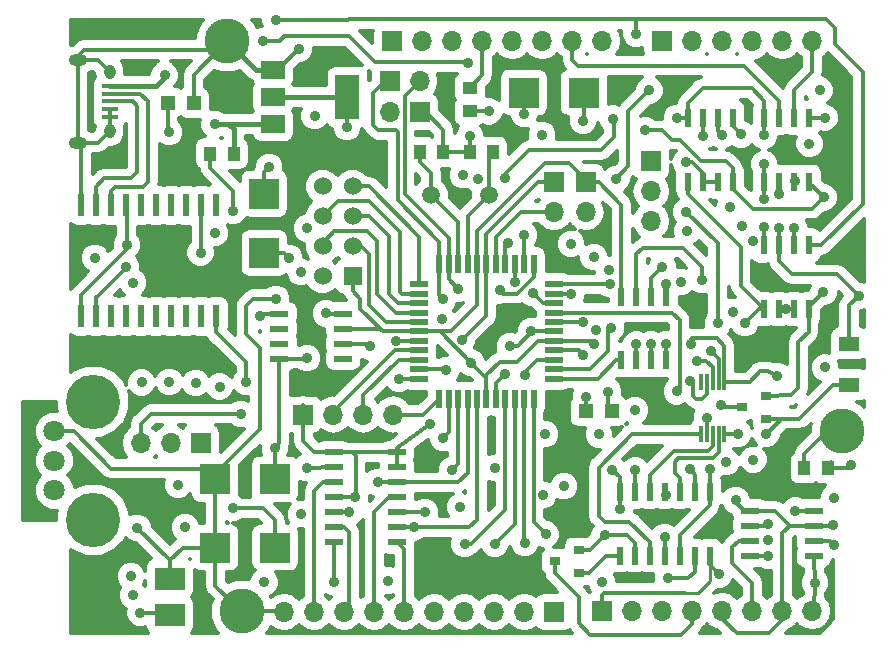
<source format=gtl>
G04 #@! TF.FileFunction,Copper,L1,Top,Signal*
%FSLAX46Y46*%
G04 Gerber Fmt 4.6, Leading zero omitted, Abs format (unit mm)*
G04 Created by KiCad (PCBNEW 4.0.7-e2-6376~58~ubuntu16.04.1) date Sat Dec 16 23:26:04 2017*
%MOMM*%
%LPD*%
G01*
G04 APERTURE LIST*
%ADD10C,0.100000*%
%ADD11R,0.600000X1.950000*%
%ADD12R,0.550000X1.500000*%
%ADD13R,1.500000X0.550000*%
%ADD14R,1.700000X1.700000*%
%ADD15O,1.700000X1.700000*%
%ADD16R,1.524000X1.524000*%
%ADD17C,1.524000*%
%ADD18R,1.000000X1.250000*%
%ADD19R,2.550000X2.500000*%
%ADD20R,2.500000X2.550000*%
%ADD21R,1.250000X1.000000*%
%ADD22R,1.700000X1.300000*%
%ADD23R,1.200000X1.200000*%
%ADD24C,3.800000*%
%ADD25R,0.900000X0.800000*%
%ADD26R,1.500000X0.600000*%
%ADD27R,1.550000X0.600000*%
%ADD28R,2.000000X3.800000*%
%ADD29R,2.000000X1.500000*%
%ADD30R,0.600000X1.500000*%
%ADD31R,0.600000X1.550000*%
%ADD32R,0.300000X1.400000*%
%ADD33C,1.800000*%
%ADD34C,4.600000*%
%ADD35R,1.350000X0.400000*%
%ADD36O,0.950000X1.250000*%
%ADD37O,1.550000X1.000000*%
%ADD38C,1.500000*%
%ADD39R,2.500000X1.950000*%
%ADD40C,0.914400*%
%ADD41C,0.304800*%
%ADD42C,0.406400*%
%ADD43C,0.254000*%
%ADD44C,0.351000*%
G04 APERTURE END LIST*
D10*
D11*
X116635000Y-96950000D03*
X117905000Y-96950000D03*
X119175000Y-96950000D03*
X120445000Y-96950000D03*
X121715000Y-96950000D03*
X122985000Y-96950000D03*
X124255000Y-96950000D03*
X125525000Y-96950000D03*
X126795000Y-96950000D03*
X128065000Y-96950000D03*
X128065000Y-87550000D03*
X126795000Y-87550000D03*
X125525000Y-87550000D03*
X124255000Y-87550000D03*
X122985000Y-87550000D03*
X121715000Y-87550000D03*
X120445000Y-87550000D03*
X119175000Y-87550000D03*
X117905000Y-87550000D03*
X116635000Y-87550000D03*
D12*
X146950000Y-103925000D03*
X147750000Y-103925000D03*
X148550000Y-103925000D03*
X149350000Y-103925000D03*
X150150000Y-103925000D03*
X150950000Y-103925000D03*
X151750000Y-103925000D03*
X152550000Y-103925000D03*
X153350000Y-103925000D03*
X154150000Y-103925000D03*
X154950000Y-103925000D03*
D13*
X156650000Y-102225000D03*
X156650000Y-101425000D03*
X156650000Y-100625000D03*
X156650000Y-99825000D03*
X156650000Y-99025000D03*
X156650000Y-98225000D03*
X156650000Y-97425000D03*
X156650000Y-96625000D03*
X156650000Y-95825000D03*
X156650000Y-95025000D03*
X156650000Y-94225000D03*
D12*
X154950000Y-92525000D03*
X154150000Y-92525000D03*
X153350000Y-92525000D03*
X152550000Y-92525000D03*
X151750000Y-92525000D03*
X150950000Y-92525000D03*
X150150000Y-92525000D03*
X149350000Y-92525000D03*
X148550000Y-92525000D03*
X147750000Y-92525000D03*
X146950000Y-92525000D03*
D13*
X145250000Y-94225000D03*
X145250000Y-95025000D03*
X145250000Y-95825000D03*
X145250000Y-96625000D03*
X145250000Y-97425000D03*
X145250000Y-98225000D03*
X145250000Y-99025000D03*
X145250000Y-99825000D03*
X145250000Y-100625000D03*
X145250000Y-101425000D03*
X145250000Y-102225000D03*
D14*
X165824400Y-73651000D03*
D15*
X168364400Y-73651000D03*
X170904400Y-73651000D03*
X173444400Y-73651000D03*
X175984400Y-73651000D03*
X178524400Y-73651000D03*
D16*
X139625000Y-93575000D03*
D17*
X137085000Y-93575000D03*
X139625000Y-91035000D03*
X137085000Y-91035000D03*
X139625000Y-88495000D03*
X137085000Y-88495000D03*
X139625000Y-85955000D03*
X137085000Y-85955000D03*
D18*
X147300000Y-83025000D03*
X145300000Y-83025000D03*
X149525000Y-83025000D03*
X151525000Y-83025000D03*
D19*
X133025000Y-110750000D03*
X127975000Y-110750000D03*
D20*
X132150000Y-91600000D03*
X132150000Y-86550000D03*
D19*
X159175000Y-78000000D03*
X154125000Y-78000000D03*
X128000000Y-116525000D03*
X133050000Y-116525000D03*
D18*
X127550000Y-83175000D03*
X129550000Y-83175000D03*
D21*
X149550000Y-79600000D03*
X149550000Y-77600000D03*
D18*
X179870000Y-109800000D03*
X177870000Y-109800000D03*
D22*
X181650000Y-99250000D03*
X181650000Y-102750000D03*
D23*
X159350000Y-104975000D03*
X161550000Y-104975000D03*
X123950000Y-78850000D03*
X126150000Y-78850000D03*
D24*
X130289800Y-121936400D03*
X129019800Y-73651000D03*
X181089800Y-106671000D03*
D14*
X160769800Y-121911000D03*
D15*
X163309800Y-121911000D03*
X165849800Y-121911000D03*
X168389800Y-121911000D03*
X170929800Y-121911000D03*
X173469800Y-121911000D03*
X176009800Y-121911000D03*
X178549800Y-121911000D03*
D14*
X156700000Y-121975000D03*
D15*
X154160000Y-121975000D03*
X151620000Y-121975000D03*
X149080000Y-121975000D03*
X146540000Y-121975000D03*
X144000000Y-121975000D03*
X141460000Y-121975000D03*
X138920000Y-121975000D03*
X136380000Y-121975000D03*
X133840000Y-121975000D03*
D14*
X142989800Y-73651000D03*
D15*
X145529800Y-73651000D03*
X148069800Y-73651000D03*
X150609800Y-73651000D03*
X153149800Y-73651000D03*
X155689800Y-73651000D03*
X158229800Y-73651000D03*
X160769800Y-73651000D03*
D25*
X158750000Y-118650000D03*
X158750000Y-116750000D03*
X156750000Y-117700000D03*
D26*
X138000000Y-108465000D03*
X138000000Y-109735000D03*
X138000000Y-111005000D03*
X138000000Y-112275000D03*
X138000000Y-113545000D03*
X138000000Y-114815000D03*
X138000000Y-116085000D03*
X143400000Y-116085000D03*
X143400000Y-114815000D03*
X143400000Y-113545000D03*
X143400000Y-112275000D03*
X143400000Y-111005000D03*
X143400000Y-109735000D03*
X143400000Y-108465000D03*
D27*
X138825000Y-100530000D03*
X138825000Y-99260000D03*
X138825000Y-97990000D03*
X138825000Y-96720000D03*
X133425000Y-96720000D03*
X133425000Y-97990000D03*
X133425000Y-99260000D03*
X133425000Y-100530000D03*
D28*
X139175000Y-78400000D03*
D29*
X132875000Y-78400000D03*
X132875000Y-80700000D03*
X132875000Y-76100000D03*
D30*
X169860000Y-111800000D03*
X168590000Y-111800000D03*
X167320000Y-111800000D03*
X166050000Y-111800000D03*
X164780000Y-111800000D03*
X163510000Y-111800000D03*
X162240000Y-111800000D03*
X162240000Y-117200000D03*
X163510000Y-117200000D03*
X164780000Y-117200000D03*
X166050000Y-117200000D03*
X167320000Y-117200000D03*
X168590000Y-117200000D03*
X169860000Y-117200000D03*
D31*
X178230000Y-90950000D03*
X176960000Y-90950000D03*
X175690000Y-90950000D03*
X174420000Y-90950000D03*
X174420000Y-96350000D03*
X175690000Y-96350000D03*
X176960000Y-96350000D03*
X178230000Y-96350000D03*
D32*
X171100000Y-102525000D03*
X170600000Y-102525000D03*
X170100000Y-102525000D03*
X169600000Y-102525000D03*
X169100000Y-102525000D03*
X169100000Y-106925000D03*
X169600000Y-106925000D03*
X170100000Y-106925000D03*
X170600000Y-106925000D03*
X171100000Y-106925000D03*
D31*
X171805000Y-80150000D03*
X170535000Y-80150000D03*
X169265000Y-80150000D03*
X167995000Y-80150000D03*
X167995000Y-85550000D03*
X169265000Y-85550000D03*
X170535000Y-85550000D03*
X171805000Y-85550000D03*
X166180000Y-95275000D03*
X164910000Y-95275000D03*
X163640000Y-95275000D03*
X162370000Y-95275000D03*
X162370000Y-100675000D03*
X163640000Y-100675000D03*
X164910000Y-100675000D03*
X166180000Y-100675000D03*
D27*
X178675000Y-117205000D03*
X178675000Y-115935000D03*
X178675000Y-114665000D03*
X178675000Y-113395000D03*
X173275000Y-113395000D03*
X173275000Y-114665000D03*
X173275000Y-115935000D03*
X173275000Y-117205000D03*
D31*
X178280000Y-80150000D03*
X177010000Y-80150000D03*
X175740000Y-80150000D03*
X174470000Y-80150000D03*
X174470000Y-85550000D03*
X175740000Y-85550000D03*
X177010000Y-85550000D03*
X178280000Y-85550000D03*
D33*
X114364000Y-111671000D03*
X114364000Y-109171000D03*
X114364000Y-106671000D03*
D34*
X117664000Y-114171000D03*
X117664000Y-104171000D03*
D14*
X164900000Y-83825000D03*
D15*
X164900000Y-86365000D03*
X164900000Y-88905000D03*
D14*
X135450000Y-105275000D03*
D15*
X137990000Y-105275000D03*
X140530000Y-105275000D03*
X143070000Y-105275000D03*
D35*
X119050000Y-77450000D03*
X119050000Y-78100000D03*
X119050000Y-78750000D03*
X119050000Y-79400000D03*
X119050000Y-80050000D03*
D36*
X119050000Y-76250000D03*
X119050000Y-81250000D03*
D37*
X116350000Y-75250000D03*
X116350000Y-82250000D03*
D25*
X174600000Y-105600000D03*
X174600000Y-103700000D03*
X172600000Y-104650000D03*
D14*
X126750000Y-107700000D03*
D15*
X124210000Y-107700000D03*
X121670000Y-107700000D03*
D38*
X146250000Y-86700000D03*
X151130000Y-86700000D03*
D14*
X142750000Y-77000000D03*
D15*
X145290000Y-77000000D03*
D14*
X145300000Y-79650000D03*
D15*
X142760000Y-79650000D03*
D14*
X159350000Y-85600000D03*
D15*
X159350000Y-88140000D03*
D14*
X156700000Y-85600000D03*
D15*
X156700000Y-88140000D03*
D39*
X124150000Y-119175000D03*
X124150000Y-122225000D03*
D40*
X133125000Y-95475000D03*
X121400000Y-114850000D03*
X160450000Y-106950000D03*
X155900000Y-106920000D03*
X179620000Y-101270000D03*
X182450000Y-95220000D03*
X149550000Y-81700000D03*
X149650000Y-100875000D03*
X138000000Y-119425000D03*
X180325000Y-114650000D03*
X129525000Y-88000000D03*
X161250000Y-103325000D03*
X160050000Y-99300000D03*
X172050000Y-112500000D03*
X172250000Y-106900000D03*
X174425000Y-87025000D03*
X175700000Y-89450000D03*
X169275000Y-81675000D03*
X174475000Y-84075000D03*
X135050000Y-74300000D03*
X127950000Y-89900000D03*
X135250000Y-93200000D03*
X146150000Y-106100000D03*
X127925000Y-80675000D03*
X145725000Y-113525000D03*
X139800000Y-112250000D03*
X173500000Y-90550000D03*
X160250000Y-98100000D03*
X151150000Y-79600000D03*
X143250000Y-99025000D03*
X148875000Y-98975000D03*
X139150000Y-80925000D03*
X120500000Y-90900000D03*
X134250000Y-92000000D03*
X152920000Y-99500000D03*
X175550000Y-102000000D03*
X179150000Y-77800000D03*
X167422000Y-94058000D03*
X167930000Y-89740000D03*
X161326000Y-93042000D03*
X147150000Y-97200000D03*
X154750000Y-98200000D03*
X168250000Y-99300000D03*
X166175000Y-99300000D03*
X137350000Y-96700000D03*
X154150000Y-79800000D03*
X148950000Y-85000000D03*
X170800000Y-104450000D03*
X173550000Y-109100000D03*
X166152000Y-112092000D03*
X174775000Y-117200000D03*
X135250000Y-113700000D03*
X142600000Y-119325000D03*
X160750000Y-119450000D03*
X121650000Y-122050000D03*
X177100000Y-113400000D03*
X166050000Y-115650000D03*
X159150000Y-97425000D03*
X164900000Y-99325000D03*
X161650000Y-80200000D03*
X152550000Y-85200000D03*
X152800000Y-90725000D03*
X147250000Y-95500000D03*
X169950000Y-99900000D03*
X168750000Y-100700000D03*
X148550000Y-94600000D03*
X130150000Y-105200000D03*
X143525000Y-102225000D03*
X147550000Y-101500000D03*
X163650000Y-99325000D03*
X149100000Y-116225000D03*
X151650000Y-116200000D03*
X154175000Y-116150000D03*
X155950000Y-115400000D03*
X161575000Y-109925000D03*
X162250000Y-113275000D03*
X170650000Y-118800000D03*
X169600000Y-105525000D03*
X160950000Y-115500000D03*
X161950000Y-85300000D03*
X164750000Y-77825000D03*
X154150000Y-90100000D03*
X166350000Y-119100000D03*
X171850000Y-96600000D03*
X171590000Y-87680000D03*
X121750000Y-102550000D03*
X117800000Y-92000000D03*
X124100000Y-102500000D03*
X121050000Y-94100000D03*
X130600000Y-102500000D03*
X128350000Y-102900000D03*
X126750000Y-91550000D03*
X135750000Y-100500000D03*
X135750000Y-89500000D03*
X133025000Y-108100000D03*
X132550000Y-84300000D03*
X152510000Y-101840000D03*
X141050000Y-99500000D03*
X159150000Y-80400000D03*
X150250000Y-85300000D03*
X129450000Y-113200000D03*
X131800000Y-96925000D03*
X121000000Y-120550000D03*
X167075000Y-80150000D03*
X174450000Y-81625000D03*
X174425000Y-89375000D03*
X163650000Y-73050000D03*
X136400000Y-80000000D03*
X133100000Y-71900000D03*
X149350000Y-75500000D03*
X132000000Y-73650000D03*
X176950000Y-89500000D03*
X179500000Y-86875000D03*
X179475000Y-94900000D03*
X164350000Y-81200000D03*
X155650000Y-81600000D03*
X172500000Y-81550000D03*
X170875000Y-81625000D03*
X172840000Y-97540000D03*
X168150000Y-109900000D03*
X169850000Y-109900000D03*
X168184000Y-102440000D03*
X163550000Y-110000000D03*
X135750000Y-109800000D03*
X147250000Y-107225000D03*
X139350000Y-113550000D03*
X148050000Y-109950000D03*
X166175000Y-94225000D03*
X161400000Y-94225000D03*
X167075000Y-103300000D03*
X158125000Y-90800000D03*
X154850000Y-94975000D03*
X178300000Y-82350000D03*
X175750000Y-86550000D03*
X172600000Y-89275000D03*
X160025000Y-91950000D03*
X158125000Y-95025000D03*
X125450000Y-114800000D03*
X174788000Y-115902000D03*
X157516000Y-111330000D03*
X151674000Y-109806000D03*
X124850000Y-111200000D03*
X174750000Y-114500000D03*
X181850000Y-109500000D03*
X148750000Y-113100000D03*
X171232000Y-109298000D03*
X144775000Y-114825000D03*
X165850000Y-92800000D03*
X179600000Y-80125000D03*
X176350000Y-96300000D03*
X169200000Y-93900000D03*
X161500000Y-97925000D03*
X177100000Y-85450000D03*
X152075000Y-94750000D03*
X120450000Y-92800000D03*
X155738000Y-112092000D03*
X180375000Y-116300000D03*
X141725000Y-111000000D03*
X180376000Y-112346000D03*
X178750000Y-119500000D03*
X153350000Y-94050000D03*
X154240000Y-101940000D03*
X163530000Y-104910000D03*
X170530000Y-97540000D03*
X167870000Y-88090000D03*
X167870000Y-83900000D03*
X159150000Y-100200000D03*
X126350000Y-102600000D03*
X159350000Y-103800000D03*
X124100000Y-81350000D03*
X123700000Y-76525000D03*
X174650000Y-106900000D03*
X120850000Y-118950000D03*
X132150000Y-119450000D03*
D41*
X146975000Y-98225000D02*
X147925000Y-98225000D01*
X150150000Y-96000000D02*
X150150000Y-95025000D01*
X147925000Y-98225000D02*
X150150000Y-96000000D01*
X152985000Y-100845000D02*
X153535000Y-100845000D01*
X153535000Y-100845000D02*
X154310000Y-100070000D01*
X152055000Y-100845000D02*
X152985000Y-100845000D01*
X154310000Y-100070000D02*
X155355000Y-99025000D01*
X155355000Y-99025000D02*
X156650000Y-99025000D01*
D42*
X129019800Y-73651000D02*
X131468800Y-76100000D01*
X131468800Y-76100000D02*
X132875000Y-76100000D01*
D41*
X177870000Y-109800000D02*
X177870000Y-108580000D01*
X177870000Y-108580000D02*
X179779000Y-106671000D01*
X179779000Y-106671000D02*
X181089800Y-106671000D01*
X173275000Y-113395000D02*
X175395000Y-113395000D01*
X175395000Y-113395000D02*
X176665000Y-114665000D01*
X176665000Y-114665000D02*
X178675000Y-114665000D01*
X156650000Y-99025000D02*
X159775000Y-99025000D01*
X159775000Y-99025000D02*
X160050000Y-99300000D01*
X116350000Y-75250000D02*
X116350000Y-74900000D01*
X116350000Y-74900000D02*
X116867400Y-74382600D01*
X116350000Y-75250000D02*
X116350000Y-82250000D01*
X116635000Y-87550000D02*
X116635000Y-82535000D01*
X116635000Y-82535000D02*
X116350000Y-82250000D01*
X145300000Y-79650000D02*
X145800000Y-79650000D01*
X145800000Y-79650000D02*
X147300000Y-81150000D01*
X147300000Y-81150000D02*
X147300000Y-83025000D01*
X150609800Y-73651000D02*
X150609800Y-76540200D01*
X150609800Y-76540200D02*
X149550000Y-77600000D01*
X181650000Y-99250000D02*
X181650000Y-96020000D01*
X181650000Y-96020000D02*
X182450000Y-95220000D01*
X126150000Y-78850000D02*
X126150000Y-76520800D01*
X126150000Y-76520800D02*
X129019800Y-73651000D01*
X119050000Y-81250000D02*
X119050000Y-80050000D01*
X116350000Y-82250000D02*
X118050000Y-82250000D01*
X118050000Y-82250000D02*
X119050000Y-81250000D01*
X116350000Y-75250000D02*
X118050000Y-75250000D01*
X118050000Y-75250000D02*
X119050000Y-76250000D01*
X131225000Y-95475000D02*
X133125000Y-95475000D01*
X127975000Y-110275000D02*
X131775000Y-106475000D01*
X131775000Y-106475000D02*
X131775000Y-99625000D01*
X131775000Y-99625000D02*
X130600000Y-98450000D01*
X130600000Y-98450000D02*
X130600000Y-96100000D01*
X130600000Y-96100000D02*
X131225000Y-95475000D01*
X119050000Y-79400000D02*
X119050000Y-80050000D01*
X150750000Y-73791200D02*
X150609800Y-73651000D01*
X180630000Y-93400000D02*
X182450000Y-95220000D01*
X176850000Y-93400000D02*
X180630000Y-93400000D01*
X175690000Y-92240000D02*
X176850000Y-93400000D01*
X175690000Y-90950000D02*
X175690000Y-92240000D01*
X172050000Y-112500000D02*
X172050000Y-112700000D01*
X172050000Y-112700000D02*
X172745000Y-113395000D01*
X172745000Y-113395000D02*
X173275000Y-113395000D01*
X172745000Y-113395000D02*
X173275000Y-113395000D01*
X124150000Y-117600000D02*
X121400000Y-114850000D01*
X124150000Y-119325000D02*
X124150000Y-117600000D01*
X125225000Y-116525000D02*
X128000000Y-116525000D01*
X124150000Y-117600000D02*
X125225000Y-116525000D01*
X177870000Y-109800000D02*
X177960800Y-109800000D01*
X133250000Y-76100000D02*
X135050000Y-74300000D01*
X149525000Y-83025000D02*
X149525000Y-81800000D01*
X149525000Y-81800000D02*
X149550000Y-81700000D01*
X149525000Y-83025000D02*
X147300000Y-83025000D01*
X149687500Y-100912500D02*
X149687500Y-100937500D01*
X149650000Y-100875000D02*
X149687500Y-100912500D01*
X149687500Y-100937500D02*
X149675000Y-100950000D01*
X161250000Y-103325000D02*
X161250000Y-104675000D01*
X161250000Y-104675000D02*
X161550000Y-104975000D01*
X138000000Y-116085000D02*
X138000000Y-119425000D01*
X180310000Y-114665000D02*
X178675000Y-114665000D01*
X180325000Y-114650000D02*
X180310000Y-114665000D01*
X149675000Y-100950000D02*
X149687500Y-100937500D01*
X149687500Y-100937500D02*
X149675000Y-100950000D01*
X149675000Y-100950000D02*
X149675000Y-100925000D01*
X127975000Y-110750000D02*
X127975000Y-110275000D01*
X127550000Y-83175000D02*
X127550000Y-84350000D01*
X129525000Y-86325000D02*
X129525000Y-88000000D01*
X127550000Y-84350000D02*
X129525000Y-86325000D01*
X114364000Y-106671000D02*
X115996000Y-106671000D01*
X115996000Y-106671000D02*
X119175000Y-109850000D01*
X130289800Y-121936400D02*
X130186400Y-121936400D01*
X130186400Y-121936400D02*
X128000000Y-119750000D01*
X128000000Y-119750000D02*
X128000000Y-116525000D01*
X130289800Y-121936400D02*
X133801400Y-121936400D01*
X133801400Y-121936400D02*
X133840000Y-121975000D01*
X127975000Y-110750000D02*
X127975000Y-116500000D01*
X127975000Y-116500000D02*
X128000000Y-116525000D01*
X121737600Y-74382600D02*
X128288200Y-74382600D01*
X128288200Y-74382600D02*
X129019800Y-73651000D01*
X116867400Y-74382600D02*
X121737600Y-74382600D01*
X176009800Y-121911000D02*
X176009800Y-115320200D01*
X176009800Y-115320200D02*
X176665000Y-114665000D01*
X170929800Y-121911000D02*
X170929800Y-122579800D01*
X170929800Y-122579800D02*
X172150000Y-123800000D01*
X172150000Y-123800000D02*
X174875000Y-123800000D01*
X174875000Y-123800000D02*
X176009800Y-122665200D01*
X176009800Y-122665200D02*
X176009800Y-121911000D01*
X150150000Y-92525000D02*
X150150000Y-95025000D01*
X145250000Y-98225000D02*
X146975000Y-98225000D01*
X146975000Y-98225000D02*
X149675000Y-100925000D01*
X149675000Y-100925000D02*
X150950000Y-102200000D01*
X150950000Y-103925000D02*
X150950000Y-102200000D01*
X150950000Y-102200000D02*
X150950000Y-101950000D01*
X150950000Y-101950000D02*
X152055000Y-100845000D01*
X138825000Y-97990000D02*
X141965000Y-97990000D01*
X141965000Y-97990000D02*
X142200000Y-98225000D01*
X139625000Y-93575000D02*
X139625000Y-94800000D01*
X139625000Y-94800000D02*
X140275000Y-95450000D01*
X140275000Y-95450000D02*
X140275000Y-96300000D01*
X140275000Y-96300000D02*
X142200000Y-98225000D01*
X142200000Y-98225000D02*
X145250000Y-98225000D01*
X150150000Y-92525000D02*
X150150000Y-89700000D01*
X157900000Y-83975000D02*
X159525000Y-85600000D01*
X155875000Y-83975000D02*
X157900000Y-83975000D01*
X150150000Y-89700000D02*
X155875000Y-83975000D01*
X159525000Y-85600000D02*
X159150000Y-85600000D01*
X132875000Y-76100000D02*
X133250000Y-76100000D01*
X132875000Y-76100000D02*
X131468800Y-76100000D01*
X178675000Y-114665000D02*
X176665000Y-114665000D01*
X176665000Y-114665000D02*
X175395000Y-113395000D01*
X171100000Y-106925000D02*
X172225000Y-106875000D01*
X172225000Y-106875000D02*
X172250000Y-106900000D01*
X175690000Y-90950000D02*
X175690000Y-89460000D01*
X174470000Y-86980000D02*
X174470000Y-85550000D01*
X174425000Y-87025000D02*
X174470000Y-86980000D01*
X175690000Y-89460000D02*
X175700000Y-89450000D01*
X174470000Y-85550000D02*
X174470000Y-84080000D01*
X169265000Y-81665000D02*
X169265000Y-80150000D01*
X169275000Y-81675000D02*
X169265000Y-81665000D01*
X174470000Y-84080000D02*
X174475000Y-84075000D01*
X159150000Y-85600000D02*
X160475000Y-85600000D01*
X162370000Y-87495000D02*
X162370000Y-95275000D01*
X160475000Y-85600000D02*
X162370000Y-87495000D01*
X119175000Y-109850000D02*
X127075000Y-109850000D01*
X127075000Y-109850000D02*
X127975000Y-110750000D01*
X145350000Y-79600000D02*
X145290000Y-79540000D01*
X145290000Y-79540000D02*
X145290000Y-79260000D01*
X145290000Y-79260000D02*
X145530000Y-79500000D01*
D42*
X127925000Y-80675000D02*
X129100000Y-80675000D01*
X129100000Y-80675000D02*
X129550000Y-81125000D01*
X129550000Y-81125000D02*
X129550000Y-83175000D01*
X127925000Y-80675000D02*
X132850000Y-80675000D01*
X132850000Y-80675000D02*
X132875000Y-80700000D01*
D41*
X138000000Y-112275000D02*
X139775000Y-112275000D01*
X139775000Y-112275000D02*
X139875000Y-112175000D01*
X139875000Y-112175000D02*
X139875000Y-111400000D01*
X135250000Y-93200000D02*
X135450000Y-93200000D01*
X135450000Y-93200000D02*
X135350000Y-93200000D01*
X135350000Y-93200000D02*
X135450000Y-93200000D01*
X146150000Y-106100000D02*
X143400000Y-108075000D01*
X143400000Y-108075000D02*
X143400000Y-108465000D01*
X129550000Y-83175000D02*
X129550000Y-81125000D01*
X129550000Y-81125000D02*
X129125000Y-80700000D01*
X127950000Y-80700000D02*
X129125000Y-80700000D01*
X127925000Y-80675000D02*
X127950000Y-80700000D01*
X129125000Y-80700000D02*
X132875000Y-80700000D01*
X135450000Y-105275000D02*
X135450000Y-104475000D01*
X143400000Y-113545000D02*
X145705000Y-113545000D01*
X145705000Y-113545000D02*
X145725000Y-113525000D01*
X139800000Y-112250000D02*
X139775000Y-112275000D01*
X139775000Y-112275000D02*
X139000000Y-112275000D01*
X135450000Y-105275000D02*
X135450000Y-107525000D01*
X135450000Y-107525000D02*
X136390000Y-108465000D01*
X136390000Y-108465000D02*
X138000000Y-108465000D01*
X138000000Y-108465000D02*
X143400000Y-108465000D01*
X143400000Y-109735000D02*
X143400000Y-108465000D01*
X138000000Y-108465000D02*
X139590000Y-108465000D01*
X139000000Y-112275000D02*
X138000000Y-112275000D01*
X139875000Y-108750000D02*
X139875000Y-111400000D01*
X139590000Y-108465000D02*
X139875000Y-108750000D01*
D42*
X132875000Y-78400000D02*
X139175000Y-78400000D01*
D41*
X151150000Y-79600000D02*
X149550000Y-79600000D01*
X120500000Y-90900000D02*
X120500000Y-87605000D01*
X120500000Y-87605000D02*
X120445000Y-87550000D01*
X120345000Y-91405000D02*
X120500000Y-91250000D01*
X120500000Y-91250000D02*
X120500000Y-90900000D01*
X150950000Y-96900000D02*
X148875000Y-98975000D01*
X145250000Y-99025000D02*
X143250000Y-99025000D01*
X150950000Y-92525000D02*
X150950000Y-96900000D01*
X116635000Y-96950000D02*
X116635000Y-95115000D01*
X116635000Y-95115000D02*
X116650000Y-95100000D01*
X139175000Y-80900000D02*
X139175000Y-78400000D01*
X139150000Y-80925000D02*
X139175000Y-80900000D01*
X116650000Y-95100000D02*
X120345000Y-91405000D01*
X150950000Y-92525000D02*
X150950000Y-90000000D01*
X150950000Y-90000000D02*
X155350000Y-85600000D01*
X155350000Y-85600000D02*
X156610000Y-85600000D01*
X132150000Y-91600000D02*
X133850000Y-91600000D01*
X133850000Y-91600000D02*
X134250000Y-92000000D01*
X156650000Y-98225000D02*
X154775000Y-98225000D01*
X154775000Y-98225000D02*
X153625000Y-99500000D01*
X153625000Y-99500000D02*
X152920000Y-99500000D01*
X171100000Y-102525000D02*
X173225000Y-102525000D01*
X173225000Y-102525000D02*
X174150000Y-101600000D01*
X174150000Y-101600000D02*
X174750000Y-101600000D01*
X174750000Y-101600000D02*
X175550000Y-102000000D01*
X168250000Y-99300000D02*
X168250000Y-98900000D01*
X171100000Y-99450000D02*
X171100000Y-102525000D01*
X170450000Y-98800000D02*
X171100000Y-99450000D01*
X168350000Y-98800000D02*
X170450000Y-98800000D01*
X168250000Y-98900000D02*
X168350000Y-98800000D01*
X154750000Y-98200000D02*
X154775000Y-98225000D01*
X168250000Y-99300000D02*
X168250000Y-99300000D01*
X166180000Y-100675000D02*
X166180000Y-99305000D01*
X166180000Y-99305000D02*
X166175000Y-99300000D01*
X154125000Y-78000000D02*
X154125000Y-79775000D01*
X137370000Y-96720000D02*
X138825000Y-96720000D01*
X137350000Y-96700000D02*
X137370000Y-96720000D01*
X154125000Y-79775000D02*
X154150000Y-79800000D01*
X172600000Y-104650000D02*
X170950000Y-104600000D01*
X170950000Y-104600000D02*
X170800000Y-104450000D01*
X166152000Y-112092000D02*
X166050000Y-111990000D01*
X166050000Y-111990000D02*
X166050000Y-111800000D01*
X174770000Y-117205000D02*
X174775000Y-117200000D01*
X173275000Y-117205000D02*
X174770000Y-117205000D01*
X124150000Y-122075000D02*
X121675000Y-122075000D01*
X121675000Y-122075000D02*
X121650000Y-122050000D01*
X166050000Y-117200000D02*
X166050000Y-115650000D01*
X177105000Y-113395000D02*
X178675000Y-113395000D01*
X177100000Y-113400000D02*
X177105000Y-113395000D01*
X120800000Y-78100000D02*
X121650000Y-78100000D01*
X122300000Y-85600000D02*
X121875000Y-86025000D01*
X122300000Y-78750000D02*
X122300000Y-85600000D01*
X121650000Y-78100000D02*
X122300000Y-78750000D01*
X119050000Y-78100000D02*
X120800000Y-78100000D01*
X119175000Y-87550000D02*
X119175000Y-86350000D01*
X119175000Y-86350000D02*
X119500000Y-86025000D01*
X121875000Y-86025000D02*
X119500000Y-86025000D01*
X156650000Y-97425000D02*
X159150000Y-97425000D01*
X145250000Y-96625000D02*
X143300000Y-96625000D01*
X138075000Y-89750000D02*
X137085000Y-90740000D01*
X140875000Y-89750000D02*
X138075000Y-89750000D01*
X141700000Y-90575000D02*
X140875000Y-89750000D01*
X141700000Y-95025000D02*
X141700000Y-90575000D01*
X143300000Y-96625000D02*
X141700000Y-95025000D01*
X137085000Y-90740000D02*
X137085000Y-91035000D01*
X139625000Y-88495000D02*
X141045000Y-88495000D01*
X143500000Y-95825000D02*
X145250000Y-95825000D01*
X142700000Y-95025000D02*
X143500000Y-95825000D01*
X142700000Y-90150000D02*
X142700000Y-95025000D01*
X141045000Y-88495000D02*
X142700000Y-90150000D01*
X164910000Y-100675000D02*
X164910000Y-99335000D01*
X164910000Y-99335000D02*
X164900000Y-99325000D01*
X152550000Y-85200000D02*
X152550000Y-84900000D01*
X154550000Y-82900000D02*
X155350000Y-82900000D01*
X152550000Y-84900000D02*
X154550000Y-82900000D01*
X160650000Y-82900000D02*
X158550000Y-82900000D01*
X161750000Y-81800000D02*
X160650000Y-82900000D01*
X161750000Y-80300000D02*
X161750000Y-81800000D01*
X161650000Y-80200000D02*
X161750000Y-80300000D01*
X157650000Y-82900000D02*
X158550000Y-82900000D01*
X155350000Y-82900000D02*
X157650000Y-82900000D01*
X152550000Y-92525000D02*
X152550000Y-90975000D01*
X152550000Y-90975000D02*
X152800000Y-90725000D01*
X170600000Y-102525000D02*
X170600000Y-100600000D01*
X146950000Y-95175000D02*
X146950000Y-92525000D01*
X147250000Y-95500000D02*
X146950000Y-95175000D01*
X170600000Y-100600000D02*
X169950000Y-99900000D01*
X142750000Y-77000000D02*
X142375000Y-77000000D01*
X142375000Y-77000000D02*
X141350000Y-78025000D01*
X141350000Y-78025000D02*
X141350000Y-80725000D01*
X141350000Y-80725000D02*
X141800000Y-81175000D01*
X141800000Y-81175000D02*
X143275000Y-81175000D01*
X143275000Y-81175000D02*
X143425000Y-81325000D01*
X146950000Y-90625000D02*
X146950000Y-92525000D01*
X143425000Y-81325000D02*
X143425000Y-87100000D01*
X143425000Y-87100000D02*
X146950000Y-90625000D01*
X168750000Y-100700000D02*
X169550000Y-100700000D01*
X170100000Y-101250000D02*
X170100000Y-102525000D01*
X169550000Y-100700000D02*
X170100000Y-101250000D01*
X147750000Y-92525000D02*
X147750000Y-93800000D01*
X147750000Y-93800000D02*
X148550000Y-94600000D01*
X147750000Y-92525000D02*
X147750000Y-90350000D01*
X144025000Y-78265000D02*
X145290000Y-77000000D01*
X144025000Y-86625000D02*
X144025000Y-78265000D01*
X147750000Y-90350000D02*
X144025000Y-86625000D01*
X121670000Y-107700000D02*
X121670000Y-106080000D01*
X122550000Y-105200000D02*
X130150000Y-105200000D01*
X121670000Y-106080000D02*
X122550000Y-105200000D01*
X143525000Y-102225000D02*
X145250000Y-102225000D01*
X147475000Y-101425000D02*
X145250000Y-101425000D01*
X147550000Y-101500000D02*
X147475000Y-101425000D01*
X145250000Y-94225000D02*
X145250000Y-90225000D01*
X140980000Y-85955000D02*
X139625000Y-85955000D01*
X145250000Y-90225000D02*
X140980000Y-85955000D01*
X163650000Y-99325000D02*
X163640000Y-99335000D01*
X163640000Y-99335000D02*
X163640000Y-100675000D01*
X152550000Y-103925000D02*
X152550000Y-113325000D01*
X149650000Y-116225000D02*
X149100000Y-116225000D01*
X152550000Y-113325000D02*
X149650000Y-116225000D01*
X153350000Y-114550000D02*
X153350000Y-103925000D01*
X151650000Y-116200000D02*
X153350000Y-114550000D01*
X154150000Y-103925000D02*
X154150000Y-116125000D01*
X154150000Y-116125000D02*
X154175000Y-116150000D01*
X155950000Y-115400000D02*
X155962500Y-115387500D01*
X155962500Y-115387500D02*
X155950000Y-115400000D01*
X155950000Y-115400000D02*
X155950000Y-115375000D01*
X154950000Y-114375000D02*
X154950000Y-103925000D01*
X155950000Y-115375000D02*
X154950000Y-114375000D01*
X145250000Y-95025000D02*
X143775000Y-95025000D01*
X143775000Y-95025000D02*
X143625000Y-94875000D01*
X143625000Y-94875000D02*
X143625000Y-89850000D01*
X143625000Y-89850000D02*
X141000000Y-87225000D01*
X141000000Y-87225000D02*
X138355000Y-87225000D01*
X138355000Y-87225000D02*
X137085000Y-88495000D01*
X158750000Y-118650000D02*
X159600000Y-118650000D01*
X161050000Y-117200000D02*
X162240000Y-117200000D01*
X159600000Y-118650000D02*
X161050000Y-117200000D01*
X162240000Y-110590000D02*
X162240000Y-111800000D01*
X161575000Y-109925000D02*
X162240000Y-110590000D01*
X162240000Y-111800000D02*
X162240000Y-113265000D01*
X162240000Y-113265000D02*
X162250000Y-113275000D01*
X170650000Y-118800000D02*
X169860000Y-118010000D01*
X169860000Y-118010000D02*
X169860000Y-117200000D01*
D43*
X169860000Y-117200000D02*
X169860000Y-119390000D01*
X168900000Y-120350000D02*
X167725000Y-120350000D01*
X169860000Y-119390000D02*
X168900000Y-120350000D01*
D41*
X169860000Y-117200000D02*
X169860000Y-117578000D01*
X160769800Y-120505200D02*
X160769800Y-121911000D01*
X167725000Y-120350000D02*
X160925000Y-120350000D01*
X160925000Y-120350000D02*
X160769800Y-120505200D01*
X138000000Y-114815000D02*
X138915000Y-114815000D01*
X139325000Y-115225000D02*
X139325000Y-121570000D01*
X138915000Y-114815000D02*
X139325000Y-115225000D01*
X139325000Y-121570000D02*
X138920000Y-121975000D01*
X138000000Y-111005000D02*
X137095000Y-111005000D01*
X136380000Y-111720000D02*
X136380000Y-121975000D01*
X137095000Y-111005000D02*
X136380000Y-111720000D01*
X169600000Y-106925000D02*
X169600000Y-105525000D01*
X160950000Y-115500000D02*
X162850000Y-115500000D01*
X163510000Y-116160000D02*
X163510000Y-117200000D01*
X162850000Y-115500000D02*
X163510000Y-116160000D01*
X158750000Y-116750000D02*
X159700000Y-116750000D01*
X159700000Y-116750000D02*
X160950000Y-115500000D01*
X156750000Y-117700000D02*
X156750000Y-118700000D01*
X168389800Y-122960200D02*
X168389800Y-121911000D01*
X167450000Y-123900000D02*
X168389800Y-122960200D01*
X159750000Y-123900000D02*
X167450000Y-123900000D01*
X158750000Y-122900000D02*
X159750000Y-123900000D01*
X158750000Y-120700000D02*
X158750000Y-122900000D01*
X156750000Y-118700000D02*
X158750000Y-120700000D01*
X143400000Y-116085000D02*
X143410000Y-116085000D01*
X143410000Y-116085000D02*
X144000000Y-116675000D01*
X144000000Y-116675000D02*
X144000000Y-121975000D01*
X143400000Y-112275000D02*
X142725000Y-112275000D01*
X142725000Y-112275000D02*
X141460000Y-113540000D01*
X141460000Y-113540000D02*
X141460000Y-121975000D01*
X154150000Y-92525000D02*
X154150000Y-90100000D01*
X161950000Y-85300000D02*
X162975000Y-84200000D01*
X162975000Y-84200000D02*
X162975000Y-79600000D01*
X162975000Y-79600000D02*
X164750000Y-77825000D01*
X140360000Y-91035000D02*
X141000000Y-91675000D01*
X142425000Y-97425000D02*
X145250000Y-97425000D01*
X141000000Y-96000000D02*
X142425000Y-97425000D01*
X141000000Y-91675000D02*
X141000000Y-96000000D01*
X139625000Y-91035000D02*
X140360000Y-91035000D01*
X168590000Y-117200000D02*
X168590000Y-118560000D01*
X168050000Y-119100000D02*
X166350000Y-119100000D01*
X168590000Y-118560000D02*
X168050000Y-119100000D01*
X168692000Y-116918000D02*
X168590000Y-117020000D01*
X168590000Y-117020000D02*
X168590000Y-117200000D01*
X128065000Y-96950000D02*
X128065000Y-98315000D01*
X130600000Y-100850000D02*
X130600000Y-102500000D01*
X128065000Y-98315000D02*
X130600000Y-100850000D01*
X126795000Y-91505000D02*
X126795000Y-87550000D01*
X126750000Y-91550000D02*
X126795000Y-91505000D01*
X135720000Y-100530000D02*
X133425000Y-100530000D01*
X135750000Y-100500000D02*
X135720000Y-100530000D01*
X133425000Y-100530000D02*
X133425000Y-107700000D01*
X133425000Y-107700000D02*
X133025000Y-108100000D01*
X133025000Y-110750000D02*
X133025000Y-108100000D01*
X132150000Y-84700000D02*
X132150000Y-86550000D01*
X132550000Y-84300000D02*
X132150000Y-84700000D01*
X151750000Y-102600000D02*
X151750000Y-103925000D01*
X152510000Y-101840000D02*
X151750000Y-102600000D01*
X141050000Y-99500000D02*
X140810000Y-99260000D01*
X138825000Y-99260000D02*
X140810000Y-99260000D01*
X159175000Y-80375000D02*
X159175000Y-78000000D01*
X159150000Y-80400000D02*
X159175000Y-80375000D01*
X129450000Y-113200000D02*
X132050000Y-113200000D01*
X133050000Y-114200000D02*
X133050000Y-116525000D01*
X132050000Y-113200000D02*
X133050000Y-114200000D01*
X133425000Y-96720000D02*
X132005000Y-96720000D01*
X132005000Y-96720000D02*
X131800000Y-96925000D01*
X167075000Y-80150000D02*
X167995000Y-80150000D01*
X174420000Y-90950000D02*
X174420000Y-89380000D01*
X174420000Y-89380000D02*
X174425000Y-89375000D01*
X174470000Y-81605000D02*
X174470000Y-80150000D01*
X174450000Y-81625000D02*
X174470000Y-81605000D01*
X167995000Y-80150000D02*
X167995000Y-78905000D01*
X174470000Y-78720000D02*
X174470000Y-80150000D01*
X173400000Y-77650000D02*
X174470000Y-78720000D01*
X169250000Y-77650000D02*
X173400000Y-77650000D01*
X167995000Y-78905000D02*
X169250000Y-77650000D01*
X163650000Y-73050000D02*
X163650000Y-71800000D01*
X178230000Y-90950000D02*
X179250000Y-90950000D01*
X139250000Y-71900000D02*
X133100000Y-71900000D01*
X139350000Y-71800000D02*
X139250000Y-71900000D01*
X179700000Y-71800000D02*
X163650000Y-71800000D01*
X163650000Y-71800000D02*
X139350000Y-71800000D01*
X180450000Y-72550000D02*
X179700000Y-71800000D01*
X180450000Y-73900000D02*
X180450000Y-72550000D01*
X182800000Y-76250000D02*
X180450000Y-73900000D01*
X182800000Y-87400000D02*
X182800000Y-76250000D01*
X179250000Y-90950000D02*
X182800000Y-87400000D01*
X146150000Y-75450000D02*
X149300000Y-75450000D01*
X149300000Y-75450000D02*
X149350000Y-75500000D01*
X132000000Y-73650000D02*
X132050000Y-73600000D01*
X132050000Y-73600000D02*
X133450000Y-73600000D01*
X133450000Y-73600000D02*
X133800000Y-73250000D01*
X133800000Y-73250000D02*
X139350000Y-73250000D01*
X139350000Y-73250000D02*
X141550000Y-75450000D01*
X141550000Y-75450000D02*
X146150000Y-75450000D01*
X176960000Y-89510000D02*
X176960000Y-90950000D01*
X176950000Y-89500000D02*
X176960000Y-89510000D01*
X174600000Y-103700000D02*
X176700000Y-103650000D01*
X178230000Y-98270000D02*
X178230000Y-96350000D01*
X177350000Y-99150000D02*
X178230000Y-98270000D01*
X177350000Y-103000000D02*
X177350000Y-99150000D01*
X176700000Y-103650000D02*
X177350000Y-103000000D01*
X169150000Y-83790000D02*
X167360000Y-82000000D01*
X171190000Y-83790000D02*
X169150000Y-83790000D01*
X171805000Y-84405000D02*
X171190000Y-83790000D01*
X171805000Y-85550000D02*
X171805000Y-84405000D01*
X166650000Y-82000000D02*
X167360000Y-82000000D01*
X177425000Y-87850000D02*
X178525000Y-87850000D01*
X178525000Y-87850000D02*
X179500000Y-86875000D01*
X178280000Y-85550000D02*
X178280000Y-85655000D01*
X178280000Y-85655000D02*
X179500000Y-86875000D01*
X179475000Y-94900000D02*
X178230000Y-96145000D01*
X178230000Y-96145000D02*
X178230000Y-96350000D01*
X171805000Y-85550000D02*
X171805000Y-86130000D01*
X171805000Y-86130000D02*
X173525000Y-87850000D01*
X173525000Y-87850000D02*
X177425000Y-87850000D01*
X165850000Y-81200000D02*
X166650000Y-82000000D01*
X164350000Y-81200000D02*
X165850000Y-81200000D01*
X171805000Y-80150000D02*
X171805000Y-80855000D01*
X171805000Y-80855000D02*
X172500000Y-81550000D01*
X170535000Y-81285000D02*
X170535000Y-80150000D01*
X170875000Y-81625000D02*
X170535000Y-81285000D01*
X143070000Y-105275000D02*
X145600000Y-105275000D01*
X145600000Y-105275000D02*
X146950000Y-103925000D01*
X167995000Y-85550000D02*
X167995000Y-86575000D01*
X172480000Y-94410000D02*
X174420000Y-96350000D01*
X172480000Y-91060000D02*
X172480000Y-94410000D01*
X167995000Y-86575000D02*
X172480000Y-91060000D01*
X174420000Y-96350000D02*
X174030000Y-96350000D01*
X174030000Y-96350000D02*
X172840000Y-97540000D01*
X168590000Y-111800000D02*
X168590000Y-110340000D01*
X168590000Y-110340000D02*
X168150000Y-109900000D01*
X169860000Y-111800000D02*
X169860000Y-109910000D01*
X169860000Y-109910000D02*
X169850000Y-109900000D01*
X169860000Y-111800000D02*
X169860000Y-112956000D01*
X167320000Y-115496000D02*
X167320000Y-117200000D01*
X169860000Y-112956000D02*
X167320000Y-115496000D01*
X168184000Y-102440000D02*
X168438000Y-102694000D01*
X168438000Y-102694000D02*
X168438000Y-103710000D01*
X168438000Y-103710000D02*
X168692000Y-103964000D01*
X168692000Y-103964000D02*
X169200000Y-103964000D01*
X169200000Y-103964000D02*
X169600000Y-103564000D01*
X169600000Y-103564000D02*
X169600000Y-102525000D01*
X163510000Y-111800000D02*
X163510000Y-110040000D01*
X163510000Y-110040000D02*
X163550000Y-110000000D01*
X147750000Y-103925000D02*
X147750000Y-106725000D01*
X135790000Y-109760000D02*
X138000000Y-109735000D01*
X135750000Y-109800000D02*
X135790000Y-109760000D01*
X147750000Y-106725000D02*
X147250000Y-107225000D01*
X148550000Y-103925000D02*
X148550000Y-109450000D01*
X139345000Y-113545000D02*
X138000000Y-113545000D01*
X139350000Y-113550000D02*
X139345000Y-113545000D01*
X148550000Y-109450000D02*
X148050000Y-109950000D01*
X156650000Y-94225000D02*
X161400000Y-94225000D01*
X166255000Y-94305000D02*
X166180000Y-95275000D01*
X166175000Y-94225000D02*
X166255000Y-94305000D01*
X156650000Y-96625000D02*
X166675000Y-96625000D01*
X167325000Y-103050000D02*
X167075000Y-103300000D01*
X167325000Y-97275000D02*
X167325000Y-103050000D01*
X166675000Y-96625000D02*
X167325000Y-97275000D01*
X156650000Y-95825000D02*
X155700000Y-95825000D01*
X155700000Y-95825000D02*
X154850000Y-94975000D01*
X175740000Y-85550000D02*
X175740000Y-86540000D01*
X175740000Y-86540000D02*
X175750000Y-86550000D01*
X156610000Y-88140000D02*
X153835000Y-88140000D01*
X151750000Y-90225000D02*
X151750000Y-92525000D01*
X153835000Y-88140000D02*
X151750000Y-90225000D01*
X151130000Y-86700000D02*
X151130000Y-83420000D01*
X151130000Y-83420000D02*
X151525000Y-83025000D01*
X149350000Y-92525000D02*
X149350000Y-88480000D01*
X149350000Y-88480000D02*
X151130000Y-86700000D01*
X156650000Y-95025000D02*
X158125000Y-95025000D01*
X170050000Y-108925000D02*
X170125000Y-108925000D01*
X170125000Y-108925000D02*
X170600000Y-108450000D01*
X167320000Y-111800000D02*
X167320000Y-110630000D01*
X167205000Y-108925000D02*
X167725000Y-108925000D01*
X166890000Y-109240000D02*
X167205000Y-108925000D01*
X166890000Y-110200000D02*
X166890000Y-109240000D01*
X167320000Y-110630000D02*
X166890000Y-110200000D01*
X170600000Y-106925000D02*
X170600000Y-108450000D01*
X170050000Y-108925000D02*
X167725000Y-108925000D01*
X170100000Y-106925000D02*
X170100000Y-107900000D01*
X164780000Y-110345000D02*
X164780000Y-111800000D01*
X166800000Y-108325000D02*
X164780000Y-110345000D01*
X169675000Y-108325000D02*
X166800000Y-108325000D01*
X170100000Y-107900000D02*
X169675000Y-108325000D01*
X169100000Y-106925000D02*
X163275000Y-106925000D01*
X164780000Y-116055000D02*
X164780000Y-117200000D01*
X163050000Y-114325000D02*
X164780000Y-116055000D01*
X160950000Y-114325000D02*
X163050000Y-114325000D01*
X160450000Y-113825000D02*
X160950000Y-114325000D01*
X160450000Y-109750000D02*
X160450000Y-113825000D01*
X163275000Y-106925000D02*
X160450000Y-109750000D01*
X173275000Y-114665000D02*
X174585000Y-114665000D01*
X174585000Y-114665000D02*
X174750000Y-114500000D01*
X181550000Y-109800000D02*
X179870000Y-109800000D01*
X181850000Y-109500000D02*
X181550000Y-109800000D01*
X180122000Y-109298000D02*
X179870000Y-109550000D01*
X179870000Y-109550000D02*
X179870000Y-109800000D01*
X144775000Y-114825000D02*
X144775000Y-114815000D01*
X144775000Y-114815000D02*
X144775000Y-114825000D01*
X144775000Y-114825000D02*
X144775000Y-114815000D01*
X143400000Y-114815000D02*
X144775000Y-114815000D01*
X144775000Y-114815000D02*
X149485000Y-114815000D01*
X150150000Y-114150000D02*
X150150000Y-103925000D01*
X149485000Y-114815000D02*
X150150000Y-114150000D01*
X119050000Y-78750000D02*
X121000000Y-78750000D01*
X121400000Y-84700000D02*
X120825000Y-85275000D01*
X121400000Y-79150000D02*
X121400000Y-84700000D01*
X121000000Y-78750000D02*
X121400000Y-79150000D01*
X117905000Y-87550000D02*
X117905000Y-85970000D01*
X118600000Y-85275000D02*
X120825000Y-85275000D01*
X117905000Y-85970000D02*
X118600000Y-85275000D01*
X145250000Y-100625000D02*
X143525000Y-100625000D01*
X140530000Y-103620000D02*
X140530000Y-105275000D01*
X143525000Y-100625000D02*
X140530000Y-103620000D01*
X175740000Y-80150000D02*
X175740000Y-78690000D01*
X158229800Y-75254800D02*
X158229800Y-73651000D01*
X158700000Y-75725000D02*
X158229800Y-75254800D01*
X172775000Y-75725000D02*
X158700000Y-75725000D01*
X175740000Y-78690000D02*
X172775000Y-75725000D01*
X164910000Y-95275000D02*
X164910000Y-93740000D01*
X164910000Y-93740000D02*
X165850000Y-92800000D01*
X179575000Y-80150000D02*
X178280000Y-80150000D01*
X179600000Y-80125000D02*
X179575000Y-80150000D01*
X163640000Y-95275000D02*
X163640000Y-91710000D01*
X176350000Y-96300000D02*
X176350000Y-96350000D01*
X169200000Y-92800000D02*
X169200000Y-93900000D01*
X167550000Y-91150000D02*
X169200000Y-92800000D01*
X164200000Y-91150000D02*
X167550000Y-91150000D01*
X163640000Y-91710000D02*
X164200000Y-91150000D01*
X176960000Y-96350000D02*
X176350000Y-96350000D01*
X176350000Y-96350000D02*
X175690000Y-96350000D01*
X156650000Y-101425000D02*
X159725000Y-101425000D01*
X161250000Y-98175000D02*
X161500000Y-97925000D01*
X161250000Y-99900000D02*
X161250000Y-98175000D01*
X159725000Y-101425000D02*
X161250000Y-99900000D01*
X162370000Y-100675000D02*
X161950000Y-100675000D01*
X160400000Y-102225000D02*
X156650000Y-102225000D01*
X161950000Y-100675000D02*
X160400000Y-102225000D01*
X177100000Y-85450000D02*
X177010000Y-85540000D01*
X177010000Y-85540000D02*
X177010000Y-85550000D01*
X137990000Y-105275000D02*
X137990000Y-105035000D01*
X137990000Y-105035000D02*
X143200000Y-99825000D01*
X143200000Y-99825000D02*
X145250000Y-99825000D01*
X154950000Y-92525000D02*
X154950000Y-93650000D01*
X154950000Y-93650000D02*
X153550000Y-95050000D01*
X153550000Y-95050000D02*
X152375000Y-95050000D01*
X152375000Y-95050000D02*
X152075000Y-94750000D01*
X146250000Y-86700000D02*
X146250000Y-84800000D01*
X145300000Y-83850000D02*
X145300000Y-83025000D01*
X146250000Y-84800000D02*
X145300000Y-83850000D01*
X148550000Y-92525000D02*
X148550000Y-89000000D01*
X148550000Y-89000000D02*
X146250000Y-86700000D01*
X120450000Y-92800000D02*
X120450000Y-92825000D01*
X117900000Y-95375000D02*
X120450000Y-92825000D01*
X117905000Y-96950000D02*
X117905000Y-95625000D01*
X117905000Y-95370000D02*
X117900000Y-95365000D01*
X117900000Y-95365000D02*
X117900000Y-95350000D01*
X117900000Y-95350000D02*
X117900000Y-95375000D01*
X117905000Y-95625000D02*
X117905000Y-95370000D01*
X120462500Y-92812500D02*
X120450000Y-92800000D01*
X120450000Y-92800000D02*
X120462500Y-92812500D01*
X178675000Y-115935000D02*
X180010000Y-115935000D01*
X180010000Y-115935000D02*
X180375000Y-116300000D01*
X173275000Y-115935000D02*
X172340000Y-115935000D01*
X172340000Y-115935000D02*
X171775000Y-116500000D01*
X171775000Y-116500000D02*
X171775000Y-117850000D01*
X171775000Y-117850000D02*
X173469800Y-119544800D01*
X173469800Y-119544800D02*
X173469800Y-121911000D01*
X141725000Y-111000000D02*
X141730000Y-111005000D01*
X141730000Y-111005000D02*
X143400000Y-111005000D01*
X149350000Y-103925000D02*
X149350000Y-110175000D01*
X148520000Y-111005000D02*
X143400000Y-111005000D01*
X149350000Y-110175000D02*
X148520000Y-111005000D01*
X178750000Y-119500000D02*
X178725000Y-119500000D01*
X178725000Y-119500000D02*
X178750000Y-119500000D01*
X178750000Y-119500000D02*
X178725000Y-119500000D01*
X178675000Y-117205000D02*
X178725000Y-119500000D01*
X178725000Y-119500000D02*
X178675000Y-121785800D01*
X178675000Y-121785800D02*
X178549800Y-121911000D01*
X153350000Y-92525000D02*
X153350000Y-94050000D01*
X154375000Y-101805000D02*
X154375000Y-101500000D01*
X154240000Y-101940000D02*
X154375000Y-101805000D01*
X155250000Y-100625000D02*
X154375000Y-101500000D01*
X156650000Y-100625000D02*
X155250000Y-100625000D01*
X169265000Y-85550000D02*
X169265000Y-84855000D01*
X169265000Y-84855000D02*
X168310000Y-83900000D01*
X170530000Y-90750000D02*
X170530000Y-97540000D01*
X167870000Y-88090000D02*
X170530000Y-90750000D01*
X168310000Y-83900000D02*
X167870000Y-83900000D01*
X170535000Y-85550000D02*
X169265000Y-85550000D01*
X156650000Y-99825000D02*
X158775000Y-99825000D01*
X158775000Y-99825000D02*
X159150000Y-100200000D01*
X159350000Y-103800000D02*
X159350000Y-104975000D01*
X123950000Y-78850000D02*
X123950000Y-81200000D01*
X123950000Y-81200000D02*
X124100000Y-81350000D01*
X177010000Y-80150000D02*
X177010000Y-77790000D01*
X178524400Y-76275600D02*
X178524400Y-73651000D01*
X177010000Y-77790000D02*
X178524400Y-76275600D01*
D42*
X119050000Y-77450000D02*
X122950000Y-77450000D01*
X122950000Y-77450000D02*
X123700000Y-76700000D01*
X123700000Y-76700000D02*
X123700000Y-76525000D01*
D41*
X123700000Y-76525000D02*
X123700000Y-76700000D01*
X123700000Y-76700000D02*
X122950000Y-77450000D01*
X175950000Y-105600000D02*
X177450000Y-105600000D01*
X174650000Y-106900000D02*
X175950000Y-105600000D01*
X174600000Y-105600000D02*
X177450000Y-105600000D01*
X177450000Y-105600000D02*
X180300000Y-102750000D01*
X180300000Y-102750000D02*
X181650000Y-102750000D01*
X180300000Y-102750000D02*
X181650000Y-102750000D01*
D44*
G36*
X120671893Y-115937633D02*
X121143536Y-116133477D01*
X121299239Y-116133613D01*
X122585714Y-117420088D01*
X122312415Y-117595952D01*
X122123700Y-117872146D01*
X122057308Y-118200000D01*
X122057308Y-118510357D01*
X121938902Y-118223792D01*
X121578107Y-117862367D01*
X121106464Y-117666523D01*
X120595777Y-117666078D01*
X120123792Y-117861098D01*
X119762367Y-118221893D01*
X119566523Y-118693536D01*
X119566078Y-119204223D01*
X119761098Y-119676208D01*
X119910652Y-119826023D01*
X119716523Y-120293536D01*
X119716078Y-120804223D01*
X119911098Y-121276208D01*
X120271893Y-121637633D01*
X120407823Y-121694076D01*
X120366523Y-121793536D01*
X120366078Y-122304223D01*
X120561098Y-122776208D01*
X120921893Y-123137633D01*
X121393536Y-123333477D01*
X121904223Y-123333922D01*
X122069646Y-123265571D01*
X122114939Y-123506283D01*
X122254714Y-123723500D01*
X115776500Y-123723500D01*
X115776500Y-116705605D01*
X115890668Y-116819972D01*
X117039372Y-117296956D01*
X118283171Y-117298042D01*
X119432706Y-116823063D01*
X120312972Y-115944332D01*
X120420375Y-115685676D01*
X120671893Y-115937633D01*
X120671893Y-115937633D01*
G37*
X120671893Y-115937633D02*
X121143536Y-116133477D01*
X121299239Y-116133613D01*
X122585714Y-117420088D01*
X122312415Y-117595952D01*
X122123700Y-117872146D01*
X122057308Y-118200000D01*
X122057308Y-118510357D01*
X121938902Y-118223792D01*
X121578107Y-117862367D01*
X121106464Y-117666523D01*
X120595777Y-117666078D01*
X120123792Y-117861098D01*
X119762367Y-118221893D01*
X119566523Y-118693536D01*
X119566078Y-119204223D01*
X119761098Y-119676208D01*
X119910652Y-119826023D01*
X119716523Y-120293536D01*
X119716078Y-120804223D01*
X119911098Y-121276208D01*
X120271893Y-121637633D01*
X120407823Y-121694076D01*
X120366523Y-121793536D01*
X120366078Y-122304223D01*
X120561098Y-122776208D01*
X120921893Y-123137633D01*
X121393536Y-123333477D01*
X121904223Y-123333922D01*
X122069646Y-123265571D01*
X122114939Y-123506283D01*
X122254714Y-123723500D01*
X115776500Y-123723500D01*
X115776500Y-116705605D01*
X115890668Y-116819972D01*
X117039372Y-117296956D01*
X118283171Y-117298042D01*
X119432706Y-116823063D01*
X120312972Y-115944332D01*
X120420375Y-115685676D01*
X120671893Y-115937633D01*
G36*
X180323500Y-117583656D02*
X180323500Y-122586942D01*
X179186942Y-123723500D01*
X176335874Y-123723500D01*
X176545608Y-123513766D01*
X176651369Y-123492729D01*
X177195265Y-123129310D01*
X177279800Y-123002794D01*
X177364335Y-123129310D01*
X177908231Y-123492729D01*
X178549800Y-123620345D01*
X179191369Y-123492729D01*
X179735265Y-123129310D01*
X180098684Y-122585414D01*
X180226300Y-121943845D01*
X180226300Y-121878155D01*
X180098684Y-121236586D01*
X179735265Y-120692690D01*
X179678869Y-120655008D01*
X179684872Y-120380602D01*
X179837633Y-120228107D01*
X180033477Y-119756464D01*
X180033922Y-119245777D01*
X179838902Y-118773792D01*
X179684951Y-118619572D01*
X179678093Y-118304773D01*
X179756283Y-118290061D01*
X180037585Y-118109048D01*
X180226300Y-117832854D01*
X180276772Y-117583615D01*
X180323500Y-117583656D01*
X180323500Y-117583656D01*
G37*
X180323500Y-117583656D02*
X180323500Y-122586942D01*
X179186942Y-123723500D01*
X176335874Y-123723500D01*
X176545608Y-123513766D01*
X176651369Y-123492729D01*
X177195265Y-123129310D01*
X177279800Y-123002794D01*
X177364335Y-123129310D01*
X177908231Y-123492729D01*
X178549800Y-123620345D01*
X179191369Y-123492729D01*
X179735265Y-123129310D01*
X180098684Y-122585414D01*
X180226300Y-121943845D01*
X180226300Y-121878155D01*
X180098684Y-121236586D01*
X179735265Y-120692690D01*
X179678869Y-120655008D01*
X179684872Y-120380602D01*
X179837633Y-120228107D01*
X180033477Y-119756464D01*
X180033922Y-119245777D01*
X179838902Y-118773792D01*
X179684951Y-118619572D01*
X179678093Y-118304773D01*
X179756283Y-118290061D01*
X180037585Y-118109048D01*
X180226300Y-117832854D01*
X180276772Y-117583615D01*
X180323500Y-117583656D01*
G36*
X169744335Y-123129310D02*
X170288231Y-123492729D01*
X170500597Y-123534971D01*
X170689126Y-123723500D01*
X169010874Y-123723500D01*
X169081987Y-123652387D01*
X169294186Y-123334809D01*
X169298244Y-123314409D01*
X169575265Y-123129310D01*
X169659800Y-123002794D01*
X169744335Y-123129310D01*
X169744335Y-123129310D01*
G37*
X169744335Y-123129310D02*
X170288231Y-123492729D01*
X170500597Y-123534971D01*
X170689126Y-123723500D01*
X169010874Y-123723500D01*
X169081987Y-123652387D01*
X169294186Y-123334809D01*
X169298244Y-123314409D01*
X169575265Y-123129310D01*
X169659800Y-123002794D01*
X169744335Y-123129310D01*
G36*
X126397146Y-118551300D02*
X126725000Y-118617692D01*
X127021100Y-118617692D01*
X127021100Y-119750000D01*
X127095614Y-120124609D01*
X127307813Y-120442187D01*
X127767262Y-120901635D01*
X127563775Y-121391686D01*
X127562828Y-122476355D01*
X127977038Y-123478820D01*
X128221291Y-123723500D01*
X126042621Y-123723500D01*
X126176300Y-123527854D01*
X126242692Y-123200000D01*
X126242692Y-121250000D01*
X126185061Y-120943717D01*
X126026430Y-120697197D01*
X126176300Y-120477854D01*
X126242692Y-120150000D01*
X126242692Y-118445766D01*
X126397146Y-118551300D01*
X126397146Y-118551300D01*
G37*
X126397146Y-118551300D02*
X126725000Y-118617692D01*
X127021100Y-118617692D01*
X127021100Y-119750000D01*
X127095614Y-120124609D01*
X127307813Y-120442187D01*
X127767262Y-120901635D01*
X127563775Y-121391686D01*
X127562828Y-122476355D01*
X127977038Y-123478820D01*
X128221291Y-123723500D01*
X126042621Y-123723500D01*
X126176300Y-123527854D01*
X126242692Y-123200000D01*
X126242692Y-121250000D01*
X126185061Y-120943717D01*
X126026430Y-120697197D01*
X126176300Y-120477854D01*
X126242692Y-120150000D01*
X126242692Y-118445766D01*
X126397146Y-118551300D01*
G36*
X152974535Y-123193310D02*
X153518431Y-123556729D01*
X154160000Y-123684345D01*
X154801569Y-123556729D01*
X155177200Y-123305741D01*
X155245952Y-123412585D01*
X155522146Y-123601300D01*
X155850000Y-123667692D01*
X157550000Y-123667692D01*
X157856283Y-123610061D01*
X158005569Y-123513998D01*
X158057813Y-123592187D01*
X158189126Y-123723500D01*
X132358801Y-123723500D01*
X132599866Y-123482855D01*
X132705856Y-123227602D01*
X133198431Y-123556729D01*
X133840000Y-123684345D01*
X134481569Y-123556729D01*
X135025465Y-123193310D01*
X135110000Y-123066794D01*
X135194535Y-123193310D01*
X135738431Y-123556729D01*
X136380000Y-123684345D01*
X137021569Y-123556729D01*
X137565465Y-123193310D01*
X137650000Y-123066794D01*
X137734535Y-123193310D01*
X138278431Y-123556729D01*
X138920000Y-123684345D01*
X139561569Y-123556729D01*
X140105465Y-123193310D01*
X140190000Y-123066794D01*
X140274535Y-123193310D01*
X140818431Y-123556729D01*
X141460000Y-123684345D01*
X142101569Y-123556729D01*
X142645465Y-123193310D01*
X142730000Y-123066794D01*
X142814535Y-123193310D01*
X143358431Y-123556729D01*
X144000000Y-123684345D01*
X144641569Y-123556729D01*
X145185465Y-123193310D01*
X145270000Y-123066794D01*
X145354535Y-123193310D01*
X145898431Y-123556729D01*
X146540000Y-123684345D01*
X147181569Y-123556729D01*
X147725465Y-123193310D01*
X147810000Y-123066794D01*
X147894535Y-123193310D01*
X148438431Y-123556729D01*
X149080000Y-123684345D01*
X149721569Y-123556729D01*
X150265465Y-123193310D01*
X150350000Y-123066794D01*
X150434535Y-123193310D01*
X150978431Y-123556729D01*
X151620000Y-123684345D01*
X152261569Y-123556729D01*
X152805465Y-123193310D01*
X152890000Y-123066794D01*
X152974535Y-123193310D01*
X152974535Y-123193310D01*
G37*
X152974535Y-123193310D02*
X153518431Y-123556729D01*
X154160000Y-123684345D01*
X154801569Y-123556729D01*
X155177200Y-123305741D01*
X155245952Y-123412585D01*
X155522146Y-123601300D01*
X155850000Y-123667692D01*
X157550000Y-123667692D01*
X157856283Y-123610061D01*
X158005569Y-123513998D01*
X158057813Y-123592187D01*
X158189126Y-123723500D01*
X132358801Y-123723500D01*
X132599866Y-123482855D01*
X132705856Y-123227602D01*
X133198431Y-123556729D01*
X133840000Y-123684345D01*
X134481569Y-123556729D01*
X135025465Y-123193310D01*
X135110000Y-123066794D01*
X135194535Y-123193310D01*
X135738431Y-123556729D01*
X136380000Y-123684345D01*
X137021569Y-123556729D01*
X137565465Y-123193310D01*
X137650000Y-123066794D01*
X137734535Y-123193310D01*
X138278431Y-123556729D01*
X138920000Y-123684345D01*
X139561569Y-123556729D01*
X140105465Y-123193310D01*
X140190000Y-123066794D01*
X140274535Y-123193310D01*
X140818431Y-123556729D01*
X141460000Y-123684345D01*
X142101569Y-123556729D01*
X142645465Y-123193310D01*
X142730000Y-123066794D01*
X142814535Y-123193310D01*
X143358431Y-123556729D01*
X144000000Y-123684345D01*
X144641569Y-123556729D01*
X145185465Y-123193310D01*
X145270000Y-123066794D01*
X145354535Y-123193310D01*
X145898431Y-123556729D01*
X146540000Y-123684345D01*
X147181569Y-123556729D01*
X147725465Y-123193310D01*
X147810000Y-123066794D01*
X147894535Y-123193310D01*
X148438431Y-123556729D01*
X149080000Y-123684345D01*
X149721569Y-123556729D01*
X150265465Y-123193310D01*
X150350000Y-123066794D01*
X150434535Y-123193310D01*
X150978431Y-123556729D01*
X151620000Y-123684345D01*
X152261569Y-123556729D01*
X152805465Y-123193310D01*
X152890000Y-123066794D01*
X152974535Y-123193310D01*
G36*
X143021100Y-120618668D02*
X142814535Y-120756690D01*
X142730000Y-120883206D01*
X142645465Y-120756690D01*
X142438900Y-120618668D01*
X142438900Y-120608560D01*
X142854223Y-120608922D01*
X143021100Y-120539970D01*
X143021100Y-120618668D01*
X143021100Y-120618668D01*
G37*
X143021100Y-120618668D02*
X142814535Y-120756690D01*
X142730000Y-120883206D01*
X142645465Y-120756690D01*
X142438900Y-120618668D01*
X142438900Y-120608560D01*
X142854223Y-120608922D01*
X143021100Y-120539970D01*
X143021100Y-120618668D01*
G36*
X147816523Y-115968536D02*
X147816078Y-116479223D01*
X148011098Y-116951208D01*
X148371893Y-117312633D01*
X148843536Y-117508477D01*
X149354223Y-117508922D01*
X149826208Y-117313902D01*
X150007671Y-117132755D01*
X150024609Y-117129386D01*
X150342187Y-116917187D01*
X150494455Y-116764919D01*
X150561098Y-116926208D01*
X150921893Y-117287633D01*
X151393536Y-117483477D01*
X151904223Y-117483922D01*
X152376208Y-117288902D01*
X152737633Y-116928107D01*
X152923045Y-116481588D01*
X153086098Y-116876208D01*
X153446893Y-117237633D01*
X153918536Y-117433477D01*
X154429223Y-117433922D01*
X154901208Y-117238902D01*
X155262633Y-116878107D01*
X155394936Y-116559487D01*
X155693536Y-116683477D01*
X155731750Y-116683510D01*
X155712415Y-116695952D01*
X155523700Y-116972146D01*
X155457308Y-117300000D01*
X155457308Y-118100000D01*
X155514939Y-118406283D01*
X155695952Y-118687585D01*
X155780062Y-118745055D01*
X155845614Y-119074609D01*
X156057813Y-119392187D01*
X156947934Y-120282308D01*
X155850000Y-120282308D01*
X155543717Y-120339939D01*
X155262415Y-120520952D01*
X155177861Y-120644701D01*
X154801569Y-120393271D01*
X154160000Y-120265655D01*
X153518431Y-120393271D01*
X152974535Y-120756690D01*
X152890000Y-120883206D01*
X152805465Y-120756690D01*
X152261569Y-120393271D01*
X151620000Y-120265655D01*
X150978431Y-120393271D01*
X150434535Y-120756690D01*
X150350000Y-120883206D01*
X150265465Y-120756690D01*
X149721569Y-120393271D01*
X149080000Y-120265655D01*
X148438431Y-120393271D01*
X147894535Y-120756690D01*
X147810000Y-120883206D01*
X147725465Y-120756690D01*
X147181569Y-120393271D01*
X146540000Y-120265655D01*
X145898431Y-120393271D01*
X145354535Y-120756690D01*
X145270000Y-120883206D01*
X145185465Y-120756690D01*
X144978900Y-120618668D01*
X144978900Y-116675000D01*
X144956634Y-116563060D01*
X144992692Y-116385000D01*
X144992692Y-116108890D01*
X145029223Y-116108922D01*
X145501208Y-115913902D01*
X145621420Y-115793900D01*
X147889038Y-115793900D01*
X147816523Y-115968536D01*
X147816523Y-115968536D01*
G37*
X147816523Y-115968536D02*
X147816078Y-116479223D01*
X148011098Y-116951208D01*
X148371893Y-117312633D01*
X148843536Y-117508477D01*
X149354223Y-117508922D01*
X149826208Y-117313902D01*
X150007671Y-117132755D01*
X150024609Y-117129386D01*
X150342187Y-116917187D01*
X150494455Y-116764919D01*
X150561098Y-116926208D01*
X150921893Y-117287633D01*
X151393536Y-117483477D01*
X151904223Y-117483922D01*
X152376208Y-117288902D01*
X152737633Y-116928107D01*
X152923045Y-116481588D01*
X153086098Y-116876208D01*
X153446893Y-117237633D01*
X153918536Y-117433477D01*
X154429223Y-117433922D01*
X154901208Y-117238902D01*
X155262633Y-116878107D01*
X155394936Y-116559487D01*
X155693536Y-116683477D01*
X155731750Y-116683510D01*
X155712415Y-116695952D01*
X155523700Y-116972146D01*
X155457308Y-117300000D01*
X155457308Y-118100000D01*
X155514939Y-118406283D01*
X155695952Y-118687585D01*
X155780062Y-118745055D01*
X155845614Y-119074609D01*
X156057813Y-119392187D01*
X156947934Y-120282308D01*
X155850000Y-120282308D01*
X155543717Y-120339939D01*
X155262415Y-120520952D01*
X155177861Y-120644701D01*
X154801569Y-120393271D01*
X154160000Y-120265655D01*
X153518431Y-120393271D01*
X152974535Y-120756690D01*
X152890000Y-120883206D01*
X152805465Y-120756690D01*
X152261569Y-120393271D01*
X151620000Y-120265655D01*
X150978431Y-120393271D01*
X150434535Y-120756690D01*
X150350000Y-120883206D01*
X150265465Y-120756690D01*
X149721569Y-120393271D01*
X149080000Y-120265655D01*
X148438431Y-120393271D01*
X147894535Y-120756690D01*
X147810000Y-120883206D01*
X147725465Y-120756690D01*
X147181569Y-120393271D01*
X146540000Y-120265655D01*
X145898431Y-120393271D01*
X145354535Y-120756690D01*
X145270000Y-120883206D01*
X145185465Y-120756690D01*
X144978900Y-120618668D01*
X144978900Y-116675000D01*
X144956634Y-116563060D01*
X144992692Y-116385000D01*
X144992692Y-116108890D01*
X145029223Y-116108922D01*
X145501208Y-115913902D01*
X145621420Y-115793900D01*
X147889038Y-115793900D01*
X147816523Y-115968536D01*
G36*
X137743536Y-120708477D02*
X137806609Y-120708532D01*
X137734535Y-120756690D01*
X137650000Y-120883206D01*
X137565465Y-120756690D01*
X137358900Y-120618668D01*
X137358900Y-120548762D01*
X137743536Y-120708477D01*
X137743536Y-120708477D01*
G37*
X137743536Y-120708477D02*
X137806609Y-120708532D01*
X137734535Y-120756690D01*
X137650000Y-120883206D01*
X137565465Y-120756690D01*
X137358900Y-120618668D01*
X137358900Y-120548762D01*
X137743536Y-120708477D01*
G36*
X135401100Y-114983832D02*
X135401100Y-120618668D01*
X135194535Y-120756690D01*
X135110000Y-120883206D01*
X135025465Y-120756690D01*
X134481569Y-120393271D01*
X133840000Y-120265655D01*
X133198431Y-120393271D01*
X132731251Y-120705430D01*
X132693616Y-120614347D01*
X132876208Y-120538902D01*
X133237633Y-120178107D01*
X133433477Y-119706464D01*
X133433922Y-119195777D01*
X133238902Y-118723792D01*
X133132987Y-118617692D01*
X134325000Y-118617692D01*
X134631283Y-118560061D01*
X134912585Y-118379048D01*
X135101300Y-118102854D01*
X135167692Y-117775000D01*
X135167692Y-115275000D01*
X135112858Y-114983581D01*
X135401100Y-114983832D01*
X135401100Y-114983832D01*
G37*
X135401100Y-114983832D02*
X135401100Y-120618668D01*
X135194535Y-120756690D01*
X135110000Y-120883206D01*
X135025465Y-120756690D01*
X134481569Y-120393271D01*
X133840000Y-120265655D01*
X133198431Y-120393271D01*
X132731251Y-120705430D01*
X132693616Y-120614347D01*
X132876208Y-120538902D01*
X133237633Y-120178107D01*
X133433477Y-119706464D01*
X133433922Y-119195777D01*
X133238902Y-118723792D01*
X133132987Y-118617692D01*
X134325000Y-118617692D01*
X134631283Y-118560061D01*
X134912585Y-118379048D01*
X135101300Y-118102854D01*
X135167692Y-117775000D01*
X135167692Y-115275000D01*
X135112858Y-114983581D01*
X135401100Y-114983832D01*
G36*
X177057308Y-116235000D02*
X177114939Y-116541283D01*
X177131073Y-116566356D01*
X177123700Y-116577146D01*
X177057308Y-116905000D01*
X177057308Y-117505000D01*
X177114939Y-117811283D01*
X177295952Y-118092585D01*
X177572146Y-118281300D01*
X177719968Y-118311235D01*
X177728565Y-118705811D01*
X177662367Y-118771893D01*
X177466523Y-119243536D01*
X177466078Y-119754223D01*
X177661098Y-120226208D01*
X177728503Y-120293731D01*
X177725049Y-120451669D01*
X177364335Y-120692690D01*
X177279800Y-120819206D01*
X177195265Y-120692690D01*
X176988700Y-120554668D01*
X176988700Y-115725674D01*
X177057308Y-115657066D01*
X177057308Y-116235000D01*
X177057308Y-116235000D01*
G37*
X177057308Y-116235000D02*
X177114939Y-116541283D01*
X177131073Y-116566356D01*
X177123700Y-116577146D01*
X177057308Y-116905000D01*
X177057308Y-117505000D01*
X177114939Y-117811283D01*
X177295952Y-118092585D01*
X177572146Y-118281300D01*
X177719968Y-118311235D01*
X177728565Y-118705811D01*
X177662367Y-118771893D01*
X177466523Y-119243536D01*
X177466078Y-119754223D01*
X177661098Y-120226208D01*
X177728503Y-120293731D01*
X177725049Y-120451669D01*
X177364335Y-120692690D01*
X177279800Y-120819206D01*
X177195265Y-120692690D01*
X176988700Y-120554668D01*
X176988700Y-115725674D01*
X177057308Y-115657066D01*
X177057308Y-116235000D01*
G36*
X174518536Y-118483477D02*
X175029223Y-118483922D01*
X175030900Y-118483229D01*
X175030900Y-120554668D01*
X174824335Y-120692690D01*
X174739800Y-120819206D01*
X174655265Y-120692690D01*
X174448700Y-120554668D01*
X174448700Y-119544800D01*
X174374186Y-119170191D01*
X174161987Y-118852613D01*
X173657066Y-118347692D01*
X174050000Y-118347692D01*
X174147396Y-118329366D01*
X174518536Y-118483477D01*
X174518536Y-118483477D01*
G37*
X174518536Y-118483477D02*
X175029223Y-118483922D01*
X175030900Y-118483229D01*
X175030900Y-120554668D01*
X174824335Y-120692690D01*
X174739800Y-120819206D01*
X174655265Y-120692690D01*
X174448700Y-120554668D01*
X174448700Y-119544800D01*
X174374186Y-119170191D01*
X174161987Y-118852613D01*
X173657066Y-118347692D01*
X174050000Y-118347692D01*
X174147396Y-118329366D01*
X174518536Y-118483477D01*
G36*
X172490900Y-119950274D02*
X172490900Y-120554668D01*
X172284335Y-120692690D01*
X172199800Y-120819206D01*
X172115265Y-120692690D01*
X171571369Y-120329271D01*
X170929800Y-120201655D01*
X170288231Y-120329271D01*
X170230821Y-120367631D01*
X170514869Y-120083583D01*
X170904223Y-120083922D01*
X171376208Y-119888902D01*
X171737633Y-119528107D01*
X171834779Y-119294153D01*
X172490900Y-119950274D01*
X172490900Y-119950274D01*
G37*
X172490900Y-119950274D02*
X172490900Y-120554668D01*
X172284335Y-120692690D01*
X172199800Y-120819206D01*
X172115265Y-120692690D01*
X171571369Y-120329271D01*
X170929800Y-120201655D01*
X170288231Y-120329271D01*
X170230821Y-120367631D01*
X170514869Y-120083583D01*
X170904223Y-120083922D01*
X171376208Y-119888902D01*
X171737633Y-119528107D01*
X171834779Y-119294153D01*
X172490900Y-119950274D01*
G36*
X140481100Y-120618668D02*
X140303900Y-120737069D01*
X140303900Y-115225005D01*
X140303901Y-115225000D01*
X140229386Y-114850391D01*
X140083326Y-114631797D01*
X140437633Y-114278107D01*
X140481100Y-114173427D01*
X140481100Y-120618668D01*
X140481100Y-120618668D01*
G37*
X140481100Y-120618668D02*
X140303900Y-120737069D01*
X140303900Y-115225005D01*
X140303901Y-115225000D01*
X140229386Y-114850391D01*
X140083326Y-114631797D01*
X140437633Y-114278107D01*
X140481100Y-114173427D01*
X140481100Y-120618668D01*
G36*
X159661098Y-120176208D02*
X159737388Y-120252631D01*
X159620469Y-120274631D01*
X159442187Y-120007813D01*
X159306943Y-119872569D01*
X159506283Y-119835061D01*
X159517229Y-119828018D01*
X159661098Y-120176208D01*
X159661098Y-120176208D01*
G37*
X159661098Y-120176208D02*
X159737388Y-120252631D01*
X159620469Y-120274631D01*
X159442187Y-120007813D01*
X159306943Y-119872569D01*
X159506283Y-119835061D01*
X159517229Y-119828018D01*
X159661098Y-120176208D01*
G36*
X122057308Y-119792143D02*
X121939348Y-119673977D01*
X122057308Y-119389899D01*
X122057308Y-119792143D01*
X122057308Y-119792143D01*
G37*
X122057308Y-119792143D02*
X121939348Y-119673977D01*
X122057308Y-119389899D01*
X122057308Y-119792143D01*
G36*
X131897934Y-114432308D02*
X131775000Y-114432308D01*
X131468717Y-114489939D01*
X131187415Y-114670952D01*
X130998700Y-114947146D01*
X130932308Y-115275000D01*
X130932308Y-117775000D01*
X130989939Y-118081283D01*
X131170952Y-118362585D01*
X131320169Y-118464540D01*
X131062367Y-118721893D01*
X130866523Y-119193536D01*
X130866497Y-119223655D01*
X130834514Y-119210375D01*
X129749845Y-119209428D01*
X129108712Y-119474339D01*
X128978900Y-119344526D01*
X128978900Y-118617692D01*
X129275000Y-118617692D01*
X129581283Y-118560061D01*
X129862585Y-118379048D01*
X130051300Y-118102854D01*
X130117692Y-117775000D01*
X130117692Y-115275000D01*
X130060061Y-114968717D01*
X129879048Y-114687415D01*
X129602854Y-114498700D01*
X129529124Y-114483769D01*
X129704223Y-114483922D01*
X130176208Y-114288902D01*
X130286402Y-114178900D01*
X131644526Y-114178900D01*
X131897934Y-114432308D01*
X131897934Y-114432308D01*
G37*
X131897934Y-114432308D02*
X131775000Y-114432308D01*
X131468717Y-114489939D01*
X131187415Y-114670952D01*
X130998700Y-114947146D01*
X130932308Y-115275000D01*
X130932308Y-117775000D01*
X130989939Y-118081283D01*
X131170952Y-118362585D01*
X131320169Y-118464540D01*
X131062367Y-118721893D01*
X130866523Y-119193536D01*
X130866497Y-119223655D01*
X130834514Y-119210375D01*
X129749845Y-119209428D01*
X129108712Y-119474339D01*
X128978900Y-119344526D01*
X128978900Y-118617692D01*
X129275000Y-118617692D01*
X129581283Y-118560061D01*
X129862585Y-118379048D01*
X130051300Y-118102854D01*
X130117692Y-117775000D01*
X130117692Y-115275000D01*
X130060061Y-114968717D01*
X129879048Y-114687415D01*
X129602854Y-114498700D01*
X129529124Y-114483769D01*
X129704223Y-114483922D01*
X130176208Y-114288902D01*
X130286402Y-114178900D01*
X131644526Y-114178900D01*
X131897934Y-114432308D01*
G36*
X164152146Y-118726300D02*
X164480000Y-118792692D01*
X165080000Y-118792692D01*
X165088282Y-118791134D01*
X165066523Y-118843536D01*
X165066078Y-119354223D01*
X165073051Y-119371100D01*
X162033769Y-119371100D01*
X162033922Y-119195777D01*
X161860739Y-118776641D01*
X161940000Y-118792692D01*
X162540000Y-118792692D01*
X162846283Y-118735061D01*
X162871356Y-118718927D01*
X162882146Y-118726300D01*
X163210000Y-118792692D01*
X163810000Y-118792692D01*
X164116283Y-118735061D01*
X164141356Y-118718927D01*
X164152146Y-118726300D01*
X164152146Y-118726300D01*
G37*
X164152146Y-118726300D02*
X164480000Y-118792692D01*
X165080000Y-118792692D01*
X165088282Y-118791134D01*
X165066523Y-118843536D01*
X165066078Y-119354223D01*
X165073051Y-119371100D01*
X162033769Y-119371100D01*
X162033922Y-119195777D01*
X161860739Y-118776641D01*
X161940000Y-118792692D01*
X162540000Y-118792692D01*
X162846283Y-118735061D01*
X162871356Y-118718927D01*
X162882146Y-118726300D01*
X163210000Y-118792692D01*
X163810000Y-118792692D01*
X164116283Y-118735061D01*
X164141356Y-118718927D01*
X164152146Y-118726300D01*
G36*
X142650000Y-117227692D02*
X143021100Y-117227692D01*
X143021100Y-118109886D01*
X142856464Y-118041523D01*
X142438900Y-118041159D01*
X142438900Y-117184943D01*
X142650000Y-117227692D01*
X142650000Y-117227692D01*
G37*
X142650000Y-117227692D02*
X143021100Y-117227692D01*
X143021100Y-118109886D01*
X142856464Y-118041523D01*
X142438900Y-118041159D01*
X142438900Y-117184943D01*
X142650000Y-117227692D01*
G36*
X125882308Y-117529234D02*
X125845231Y-117503900D01*
X125882308Y-117503900D01*
X125882308Y-117529234D01*
X125882308Y-117529234D01*
G37*
X125882308Y-117529234D02*
X125845231Y-117503900D01*
X125882308Y-117503900D01*
X125882308Y-117529234D01*
G36*
X158066523Y-103543536D02*
X158066202Y-103911764D01*
X157973700Y-104047146D01*
X157907308Y-104375000D01*
X157907308Y-105575000D01*
X157964939Y-105881283D01*
X158145952Y-106162585D01*
X158422146Y-106351300D01*
X158750000Y-106417692D01*
X159281064Y-106417692D01*
X159166523Y-106693536D01*
X159166078Y-107204223D01*
X159361098Y-107676208D01*
X159721893Y-108037633D01*
X160193536Y-108233477D01*
X160581811Y-108233815D01*
X159757813Y-109057813D01*
X159545614Y-109375391D01*
X159471100Y-109750000D01*
X159471100Y-113825000D01*
X159545614Y-114199609D01*
X159757813Y-114517187D01*
X159937508Y-114696882D01*
X159862367Y-114771893D01*
X159666523Y-115243536D01*
X159666387Y-115399239D01*
X159497976Y-115567650D01*
X159200000Y-115507308D01*
X158300000Y-115507308D01*
X157993717Y-115564939D01*
X157712415Y-115745952D01*
X157523700Y-116022146D01*
X157457308Y-116350000D01*
X157457308Y-116509414D01*
X157200000Y-116457308D01*
X156707857Y-116457308D01*
X157037633Y-116128107D01*
X157233477Y-115656464D01*
X157233922Y-115145777D01*
X157038902Y-114673792D01*
X156678107Y-114312367D01*
X156206464Y-114116523D01*
X156075783Y-114116409D01*
X155928900Y-113969526D01*
X155928900Y-113375867D01*
X155992223Y-113375922D01*
X156464208Y-113180902D01*
X156825633Y-112820107D01*
X156962627Y-112490189D01*
X157259536Y-112613477D01*
X157770223Y-112613922D01*
X158242208Y-112418902D01*
X158603633Y-112058107D01*
X158799477Y-111586464D01*
X158799922Y-111075777D01*
X158604902Y-110603792D01*
X158244107Y-110242367D01*
X157772464Y-110046523D01*
X157261777Y-110046078D01*
X156789792Y-110241098D01*
X156428367Y-110601893D01*
X156291373Y-110931811D01*
X155994464Y-110808523D01*
X155928900Y-110808466D01*
X155928900Y-108203726D01*
X156154223Y-108203922D01*
X156626208Y-108008902D01*
X156987633Y-107648107D01*
X157183477Y-107176464D01*
X157183922Y-106665777D01*
X156988902Y-106193792D01*
X156628107Y-105832367D01*
X156156464Y-105636523D01*
X155928900Y-105636325D01*
X155928900Y-105108815D01*
X156001300Y-105002854D01*
X156067692Y-104675000D01*
X156067692Y-103342692D01*
X157400000Y-103342692D01*
X157706283Y-103285061D01*
X157832411Y-103203900D01*
X158207553Y-103203900D01*
X158066523Y-103543536D01*
X158066523Y-103543536D01*
G37*
X158066523Y-103543536D02*
X158066202Y-103911764D01*
X157973700Y-104047146D01*
X157907308Y-104375000D01*
X157907308Y-105575000D01*
X157964939Y-105881283D01*
X158145952Y-106162585D01*
X158422146Y-106351300D01*
X158750000Y-106417692D01*
X159281064Y-106417692D01*
X159166523Y-106693536D01*
X159166078Y-107204223D01*
X159361098Y-107676208D01*
X159721893Y-108037633D01*
X160193536Y-108233477D01*
X160581811Y-108233815D01*
X159757813Y-109057813D01*
X159545614Y-109375391D01*
X159471100Y-109750000D01*
X159471100Y-113825000D01*
X159545614Y-114199609D01*
X159757813Y-114517187D01*
X159937508Y-114696882D01*
X159862367Y-114771893D01*
X159666523Y-115243536D01*
X159666387Y-115399239D01*
X159497976Y-115567650D01*
X159200000Y-115507308D01*
X158300000Y-115507308D01*
X157993717Y-115564939D01*
X157712415Y-115745952D01*
X157523700Y-116022146D01*
X157457308Y-116350000D01*
X157457308Y-116509414D01*
X157200000Y-116457308D01*
X156707857Y-116457308D01*
X157037633Y-116128107D01*
X157233477Y-115656464D01*
X157233922Y-115145777D01*
X157038902Y-114673792D01*
X156678107Y-114312367D01*
X156206464Y-114116523D01*
X156075783Y-114116409D01*
X155928900Y-113969526D01*
X155928900Y-113375867D01*
X155992223Y-113375922D01*
X156464208Y-113180902D01*
X156825633Y-112820107D01*
X156962627Y-112490189D01*
X157259536Y-112613477D01*
X157770223Y-112613922D01*
X158242208Y-112418902D01*
X158603633Y-112058107D01*
X158799477Y-111586464D01*
X158799922Y-111075777D01*
X158604902Y-110603792D01*
X158244107Y-110242367D01*
X157772464Y-110046523D01*
X157261777Y-110046078D01*
X156789792Y-110241098D01*
X156428367Y-110601893D01*
X156291373Y-110931811D01*
X155994464Y-110808523D01*
X155928900Y-110808466D01*
X155928900Y-108203726D01*
X156154223Y-108203922D01*
X156626208Y-108008902D01*
X156987633Y-107648107D01*
X157183477Y-107176464D01*
X157183922Y-106665777D01*
X156988902Y-106193792D01*
X156628107Y-105832367D01*
X156156464Y-105636523D01*
X155928900Y-105636325D01*
X155928900Y-105108815D01*
X156001300Y-105002854D01*
X156067692Y-104675000D01*
X156067692Y-103342692D01*
X157400000Y-103342692D01*
X157706283Y-103285061D01*
X157832411Y-103203900D01*
X158207553Y-103203900D01*
X158066523Y-103543536D01*
G36*
X118482813Y-110542187D02*
X118800391Y-110754386D01*
X119175000Y-110828900D01*
X123614124Y-110828900D01*
X123566523Y-110943536D01*
X123566078Y-111454223D01*
X123761098Y-111926208D01*
X124121893Y-112287633D01*
X124593536Y-112483477D01*
X125104223Y-112483922D01*
X125576208Y-112288902D01*
X125858622Y-112006981D01*
X125914939Y-112306283D01*
X126095952Y-112587585D01*
X126372146Y-112776300D01*
X126700000Y-112842692D01*
X126996100Y-112842692D01*
X126996100Y-114432308D01*
X126725000Y-114432308D01*
X126689776Y-114438936D01*
X126538902Y-114073792D01*
X126178107Y-113712367D01*
X125706464Y-113516523D01*
X125195777Y-113516078D01*
X124723792Y-113711098D01*
X124362367Y-114071893D01*
X124166523Y-114543536D01*
X124166078Y-115054223D01*
X124361098Y-115526208D01*
X124613410Y-115778960D01*
X124532813Y-115832813D01*
X124150000Y-116215626D01*
X122683788Y-114749414D01*
X122683922Y-114595777D01*
X122488902Y-114123792D01*
X122128107Y-113762367D01*
X121656464Y-113566523D01*
X121145777Y-113566078D01*
X120790902Y-113712709D01*
X120791042Y-113551829D01*
X120316063Y-112402294D01*
X119437332Y-111522028D01*
X118288628Y-111045044D01*
X117044829Y-111043958D01*
X116090704Y-111438195D01*
X116090799Y-111329085D01*
X115828509Y-110694294D01*
X115555641Y-110420949D01*
X115826802Y-110150261D01*
X116090200Y-109515929D01*
X116090799Y-108829085D01*
X115828509Y-108194294D01*
X115555641Y-107920949D01*
X115708742Y-107768116D01*
X118482813Y-110542187D01*
X118482813Y-110542187D01*
G37*
X118482813Y-110542187D02*
X118800391Y-110754386D01*
X119175000Y-110828900D01*
X123614124Y-110828900D01*
X123566523Y-110943536D01*
X123566078Y-111454223D01*
X123761098Y-111926208D01*
X124121893Y-112287633D01*
X124593536Y-112483477D01*
X125104223Y-112483922D01*
X125576208Y-112288902D01*
X125858622Y-112006981D01*
X125914939Y-112306283D01*
X126095952Y-112587585D01*
X126372146Y-112776300D01*
X126700000Y-112842692D01*
X126996100Y-112842692D01*
X126996100Y-114432308D01*
X126725000Y-114432308D01*
X126689776Y-114438936D01*
X126538902Y-114073792D01*
X126178107Y-113712367D01*
X125706464Y-113516523D01*
X125195777Y-113516078D01*
X124723792Y-113711098D01*
X124362367Y-114071893D01*
X124166523Y-114543536D01*
X124166078Y-115054223D01*
X124361098Y-115526208D01*
X124613410Y-115778960D01*
X124532813Y-115832813D01*
X124150000Y-116215626D01*
X122683788Y-114749414D01*
X122683922Y-114595777D01*
X122488902Y-114123792D01*
X122128107Y-113762367D01*
X121656464Y-113566523D01*
X121145777Y-113566078D01*
X120790902Y-113712709D01*
X120791042Y-113551829D01*
X120316063Y-112402294D01*
X119437332Y-111522028D01*
X118288628Y-111045044D01*
X117044829Y-111043958D01*
X116090704Y-111438195D01*
X116090799Y-111329085D01*
X115828509Y-110694294D01*
X115555641Y-110420949D01*
X115826802Y-110150261D01*
X116090200Y-109515929D01*
X116090799Y-108829085D01*
X115828509Y-108194294D01*
X115555641Y-107920949D01*
X115708742Y-107768116D01*
X118482813Y-110542187D01*
G36*
X170961098Y-113226208D02*
X171321893Y-113587633D01*
X171663821Y-113729614D01*
X171714939Y-114001283D01*
X171731073Y-114026356D01*
X171723700Y-114037146D01*
X171657308Y-114365000D01*
X171657308Y-114965000D01*
X171702683Y-115206150D01*
X171647813Y-115242813D01*
X171082813Y-115807813D01*
X170902531Y-116077624D01*
X170764048Y-115862415D01*
X170487854Y-115673700D01*
X170160000Y-115607308D01*
X169560000Y-115607308D01*
X169253717Y-115664939D01*
X169228644Y-115681073D01*
X169217854Y-115673700D01*
X168890000Y-115607308D01*
X168593066Y-115607308D01*
X170552187Y-113648187D01*
X170764386Y-113330609D01*
X170820828Y-113046853D01*
X170862058Y-112986512D01*
X170961098Y-113226208D01*
X170961098Y-113226208D01*
G37*
X170961098Y-113226208D02*
X171321893Y-113587633D01*
X171663821Y-113729614D01*
X171714939Y-114001283D01*
X171731073Y-114026356D01*
X171723700Y-114037146D01*
X171657308Y-114365000D01*
X171657308Y-114965000D01*
X171702683Y-115206150D01*
X171647813Y-115242813D01*
X171082813Y-115807813D01*
X170902531Y-116077624D01*
X170764048Y-115862415D01*
X170487854Y-115673700D01*
X170160000Y-115607308D01*
X169560000Y-115607308D01*
X169253717Y-115664939D01*
X169228644Y-115681073D01*
X169217854Y-115673700D01*
X168890000Y-115607308D01*
X168593066Y-115607308D01*
X170552187Y-113648187D01*
X170764386Y-113330609D01*
X170820828Y-113046853D01*
X170862058Y-112986512D01*
X170961098Y-113226208D01*
G36*
X167962146Y-113326300D02*
X168081214Y-113350412D01*
X166823643Y-114607983D01*
X166778107Y-114562367D01*
X166306464Y-114366523D01*
X165795777Y-114366078D01*
X165323792Y-114561098D01*
X164996847Y-114887473D01*
X163742187Y-113632813D01*
X163533510Y-113493380D01*
X163533598Y-113392692D01*
X163810000Y-113392692D01*
X164116283Y-113335061D01*
X164141356Y-113318927D01*
X164152146Y-113326300D01*
X164480000Y-113392692D01*
X165080000Y-113392692D01*
X165386283Y-113335061D01*
X165411356Y-113318927D01*
X165422146Y-113326300D01*
X165750000Y-113392692D01*
X166350000Y-113392692D01*
X166656283Y-113335061D01*
X166681356Y-113318927D01*
X166692146Y-113326300D01*
X167020000Y-113392692D01*
X167620000Y-113392692D01*
X167926283Y-113335061D01*
X167951356Y-113318927D01*
X167962146Y-113326300D01*
X167962146Y-113326300D01*
G37*
X167962146Y-113326300D02*
X168081214Y-113350412D01*
X166823643Y-114607983D01*
X166778107Y-114562367D01*
X166306464Y-114366523D01*
X165795777Y-114366078D01*
X165323792Y-114561098D01*
X164996847Y-114887473D01*
X163742187Y-113632813D01*
X163533510Y-113493380D01*
X163533598Y-113392692D01*
X163810000Y-113392692D01*
X164116283Y-113335061D01*
X164141356Y-113318927D01*
X164152146Y-113326300D01*
X164480000Y-113392692D01*
X165080000Y-113392692D01*
X165386283Y-113335061D01*
X165411356Y-113318927D01*
X165422146Y-113326300D01*
X165750000Y-113392692D01*
X166350000Y-113392692D01*
X166656283Y-113335061D01*
X166681356Y-113318927D01*
X166692146Y-113326300D01*
X167020000Y-113392692D01*
X167620000Y-113392692D01*
X167926283Y-113335061D01*
X167951356Y-113318927D01*
X167962146Y-113326300D01*
G36*
X129070308Y-114432308D02*
X128953900Y-114432308D01*
X128953900Y-114383971D01*
X129070308Y-114432308D01*
X129070308Y-114432308D01*
G37*
X129070308Y-114432308D02*
X128953900Y-114432308D01*
X128953900Y-114383971D01*
X129070308Y-114432308D01*
G36*
X134161098Y-114426208D02*
X134167187Y-114432308D01*
X134028900Y-114432308D01*
X134028900Y-114200005D01*
X134028901Y-114200000D01*
X133992948Y-114019253D01*
X134161098Y-114426208D01*
X134161098Y-114426208D01*
G37*
X134161098Y-114426208D02*
X134167187Y-114432308D01*
X134028900Y-114432308D01*
X134028900Y-114200005D01*
X134028901Y-114200000D01*
X133992948Y-114019253D01*
X134161098Y-114426208D01*
G36*
X114536958Y-104790171D02*
X114600811Y-104944706D01*
X114022085Y-104944201D01*
X113387294Y-105206491D01*
X112901198Y-105691739D01*
X112637800Y-106326071D01*
X112637201Y-107012915D01*
X112899491Y-107647706D01*
X113172359Y-107921051D01*
X112901198Y-108191739D01*
X112637800Y-108826071D01*
X112637201Y-109512915D01*
X112899491Y-110147706D01*
X113172359Y-110421051D01*
X112901198Y-110691739D01*
X112637800Y-111326071D01*
X112637201Y-112012915D01*
X112899491Y-112647706D01*
X113384739Y-113133802D01*
X114019071Y-113397200D01*
X114599775Y-113397706D01*
X114538044Y-113546372D01*
X114537496Y-114173500D01*
X111726500Y-114173500D01*
X111726500Y-104226500D01*
X114537450Y-104226500D01*
X114536958Y-104790171D01*
X114536958Y-104790171D01*
G37*
X114536958Y-104790171D02*
X114600811Y-104944706D01*
X114022085Y-104944201D01*
X113387294Y-105206491D01*
X112901198Y-105691739D01*
X112637800Y-106326071D01*
X112637201Y-107012915D01*
X112899491Y-107647706D01*
X113172359Y-107921051D01*
X112901198Y-108191739D01*
X112637800Y-108826071D01*
X112637201Y-109512915D01*
X112899491Y-110147706D01*
X113172359Y-110421051D01*
X112901198Y-110691739D01*
X112637800Y-111326071D01*
X112637201Y-112012915D01*
X112899491Y-112647706D01*
X113384739Y-113133802D01*
X114019071Y-113397200D01*
X114599775Y-113397706D01*
X114538044Y-113546372D01*
X114537496Y-114173500D01*
X111726500Y-114173500D01*
X111726500Y-104226500D01*
X114537450Y-104226500D01*
X114536958Y-104790171D01*
G36*
X134162367Y-112971893D02*
X133966523Y-113443536D01*
X133966139Y-113884476D01*
X133954386Y-113825391D01*
X133742187Y-113507813D01*
X133077066Y-112842692D01*
X134291794Y-112842692D01*
X134162367Y-112971893D01*
X134162367Y-112971893D01*
G37*
X134162367Y-112971893D02*
X133966523Y-113443536D01*
X133966139Y-113884476D01*
X133954386Y-113825391D01*
X133742187Y-113507813D01*
X133077066Y-112842692D01*
X134291794Y-112842692D01*
X134162367Y-112971893D01*
G36*
X148023792Y-112011098D02*
X147662367Y-112371893D01*
X147466523Y-112843536D01*
X147466078Y-113354223D01*
X147661098Y-113826208D01*
X147670973Y-113836100D01*
X146985790Y-113836100D01*
X147008477Y-113781464D01*
X147008922Y-113270777D01*
X146813902Y-112798792D01*
X146453107Y-112437367D01*
X145981464Y-112241523D01*
X145470777Y-112241078D01*
X144998792Y-112436098D01*
X144992692Y-112442187D01*
X144992692Y-111983900D01*
X148089616Y-111983900D01*
X148023792Y-112011098D01*
X148023792Y-112011098D01*
G37*
X148023792Y-112011098D02*
X147662367Y-112371893D01*
X147466523Y-112843536D01*
X147466078Y-113354223D01*
X147661098Y-113826208D01*
X147670973Y-113836100D01*
X146985790Y-113836100D01*
X147008477Y-113781464D01*
X147008922Y-113270777D01*
X146813902Y-112798792D01*
X146453107Y-112437367D01*
X145981464Y-112241523D01*
X145470777Y-112241078D01*
X144998792Y-112436098D01*
X144992692Y-112442187D01*
X144992692Y-111983900D01*
X148089616Y-111983900D01*
X148023792Y-112011098D01*
G36*
X151417536Y-111089477D02*
X151571100Y-111089611D01*
X151571100Y-112919526D01*
X151128900Y-113361726D01*
X151128900Y-110969624D01*
X151417536Y-111089477D01*
X151417536Y-111089477D01*
G37*
X151417536Y-111089477D02*
X151571100Y-111089611D01*
X151571100Y-112919526D01*
X151128900Y-113361726D01*
X151128900Y-110969624D01*
X151417536Y-111089477D01*
G36*
X178363775Y-106126286D02*
X178363272Y-106702354D01*
X177177813Y-107887813D01*
X176965614Y-108205391D01*
X176909117Y-108489421D01*
X176782415Y-108570952D01*
X176593700Y-108847146D01*
X176527308Y-109175000D01*
X176527308Y-110425000D01*
X176584939Y-110731283D01*
X176765952Y-111012585D01*
X177042146Y-111201300D01*
X177370000Y-111267692D01*
X178370000Y-111267692D01*
X178676283Y-111210061D01*
X178871304Y-111084569D01*
X179042146Y-111201300D01*
X179370000Y-111267692D01*
X179639180Y-111267692D01*
X179288367Y-111617893D01*
X179092523Y-112089536D01*
X179092381Y-112252308D01*
X177900000Y-112252308D01*
X177750992Y-112280346D01*
X177356464Y-112116523D01*
X176845777Y-112116078D01*
X176373792Y-112311098D01*
X176023812Y-112660467D01*
X175769609Y-112490614D01*
X175395000Y-112416100D01*
X174520404Y-112416100D01*
X174377854Y-112318700D01*
X174050000Y-112252308D01*
X173333916Y-112252308D01*
X173333922Y-112245777D01*
X173138902Y-111773792D01*
X172778107Y-111412367D01*
X172306464Y-111216523D01*
X171795777Y-111216078D01*
X171323792Y-111411098D01*
X171002692Y-111731638D01*
X171002692Y-111050000D01*
X170945061Y-110743717D01*
X170896859Y-110668810D01*
X170937633Y-110628107D01*
X170959722Y-110574911D01*
X170975536Y-110581477D01*
X171486223Y-110581922D01*
X171958208Y-110386902D01*
X172319633Y-110026107D01*
X172431941Y-109755641D01*
X172461098Y-109826208D01*
X172821893Y-110187633D01*
X173293536Y-110383477D01*
X173804223Y-110383922D01*
X174276208Y-110188902D01*
X174637633Y-109828107D01*
X174833477Y-109356464D01*
X174833922Y-108845777D01*
X174638902Y-108373792D01*
X174448967Y-108183525D01*
X174904223Y-108183922D01*
X175376208Y-107988902D01*
X175737633Y-107628107D01*
X175933477Y-107156464D01*
X175933613Y-107000761D01*
X176355474Y-106578900D01*
X177450000Y-106578900D01*
X177824609Y-106504386D01*
X178142187Y-106292187D01*
X178403318Y-106031056D01*
X178363775Y-106126286D01*
X178363775Y-106126286D01*
G37*
X178363775Y-106126286D02*
X178363272Y-106702354D01*
X177177813Y-107887813D01*
X176965614Y-108205391D01*
X176909117Y-108489421D01*
X176782415Y-108570952D01*
X176593700Y-108847146D01*
X176527308Y-109175000D01*
X176527308Y-110425000D01*
X176584939Y-110731283D01*
X176765952Y-111012585D01*
X177042146Y-111201300D01*
X177370000Y-111267692D01*
X178370000Y-111267692D01*
X178676283Y-111210061D01*
X178871304Y-111084569D01*
X179042146Y-111201300D01*
X179370000Y-111267692D01*
X179639180Y-111267692D01*
X179288367Y-111617893D01*
X179092523Y-112089536D01*
X179092381Y-112252308D01*
X177900000Y-112252308D01*
X177750992Y-112280346D01*
X177356464Y-112116523D01*
X176845777Y-112116078D01*
X176373792Y-112311098D01*
X176023812Y-112660467D01*
X175769609Y-112490614D01*
X175395000Y-112416100D01*
X174520404Y-112416100D01*
X174377854Y-112318700D01*
X174050000Y-112252308D01*
X173333916Y-112252308D01*
X173333922Y-112245777D01*
X173138902Y-111773792D01*
X172778107Y-111412367D01*
X172306464Y-111216523D01*
X171795777Y-111216078D01*
X171323792Y-111411098D01*
X171002692Y-111731638D01*
X171002692Y-111050000D01*
X170945061Y-110743717D01*
X170896859Y-110668810D01*
X170937633Y-110628107D01*
X170959722Y-110574911D01*
X170975536Y-110581477D01*
X171486223Y-110581922D01*
X171958208Y-110386902D01*
X172319633Y-110026107D01*
X172431941Y-109755641D01*
X172461098Y-109826208D01*
X172821893Y-110187633D01*
X173293536Y-110383477D01*
X173804223Y-110383922D01*
X174276208Y-110188902D01*
X174637633Y-109828107D01*
X174833477Y-109356464D01*
X174833922Y-108845777D01*
X174638902Y-108373792D01*
X174448967Y-108183525D01*
X174904223Y-108183922D01*
X175376208Y-107988902D01*
X175737633Y-107628107D01*
X175933477Y-107156464D01*
X175933613Y-107000761D01*
X176355474Y-106578900D01*
X177450000Y-106578900D01*
X177824609Y-106504386D01*
X178142187Y-106292187D01*
X178403318Y-106031056D01*
X178363775Y-106126286D01*
G36*
X141372166Y-112243460D02*
X141065238Y-112550388D01*
X141083477Y-112506464D01*
X141083811Y-112123724D01*
X141372166Y-112243460D01*
X141372166Y-112243460D01*
G37*
X141372166Y-112243460D02*
X141065238Y-112550388D01*
X141083477Y-112506464D01*
X141083811Y-112123724D01*
X141372166Y-112243460D01*
G36*
X135493536Y-111083477D02*
X135650528Y-111083614D01*
X135475614Y-111345391D01*
X135401100Y-111720000D01*
X135401100Y-112416431D01*
X135016007Y-112416096D01*
X135076300Y-112327854D01*
X135142692Y-112000000D01*
X135142692Y-110937793D01*
X135493536Y-111083477D01*
X135493536Y-111083477D01*
G37*
X135493536Y-111083477D02*
X135650528Y-111083614D01*
X135475614Y-111345391D01*
X135401100Y-111720000D01*
X135401100Y-112416431D01*
X135016007Y-112416096D01*
X135076300Y-112327854D01*
X135142692Y-112000000D01*
X135142692Y-110937793D01*
X135493536Y-111083477D01*
G36*
X131741078Y-108354223D02*
X131866310Y-108657308D01*
X131750000Y-108657308D01*
X131443717Y-108714939D01*
X131162415Y-108895952D01*
X130973700Y-109172146D01*
X130907308Y-109500000D01*
X130907308Y-112000000D01*
X130948911Y-112221100D01*
X130286650Y-112221100D01*
X130178107Y-112112367D01*
X130078327Y-112070935D01*
X130092692Y-112000000D01*
X130092692Y-109541682D01*
X131741480Y-107892894D01*
X131741078Y-108354223D01*
X131741078Y-108354223D01*
G37*
X131741078Y-108354223D02*
X131866310Y-108657308D01*
X131750000Y-108657308D01*
X131443717Y-108714939D01*
X131162415Y-108895952D01*
X130973700Y-109172146D01*
X130907308Y-109500000D01*
X130907308Y-112000000D01*
X130948911Y-112221100D01*
X130286650Y-112221100D01*
X130178107Y-112112367D01*
X130078327Y-112070935D01*
X130092692Y-112000000D01*
X130092692Y-109541682D01*
X131741480Y-107892894D01*
X131741078Y-108354223D01*
G36*
X149171100Y-111884886D02*
X149023192Y-111823469D01*
X149171100Y-111724640D01*
X149171100Y-111884886D01*
X149171100Y-111884886D01*
G37*
X149171100Y-111884886D02*
X149023192Y-111823469D01*
X149171100Y-111724640D01*
X149171100Y-111884886D01*
G36*
X141807308Y-109716371D02*
X141470777Y-109716078D01*
X140998792Y-109911098D01*
X140853900Y-110055737D01*
X140853900Y-109443900D01*
X141807308Y-109443900D01*
X141807308Y-109716371D01*
X141807308Y-109716371D01*
G37*
X141807308Y-109716371D02*
X141470777Y-109716078D01*
X140998792Y-109911098D01*
X140853900Y-110055737D01*
X140853900Y-109443900D01*
X141807308Y-109443900D01*
X141807308Y-109716371D01*
G36*
X145966078Y-107479223D02*
X146161098Y-107951208D01*
X146521893Y-108312633D01*
X146993536Y-108508477D01*
X147504223Y-108508922D01*
X147571100Y-108481289D01*
X147571100Y-108758913D01*
X147323792Y-108861098D01*
X146962367Y-109221893D01*
X146766523Y-109693536D01*
X146766233Y-110026100D01*
X144992692Y-110026100D01*
X144992692Y-109435000D01*
X144935061Y-109128717D01*
X144918927Y-109103644D01*
X144926300Y-109092854D01*
X144992692Y-108765000D01*
X144992692Y-108165000D01*
X144987943Y-108139763D01*
X145966115Y-107437258D01*
X145966078Y-107479223D01*
X145966078Y-107479223D01*
G37*
X145966078Y-107479223D02*
X146161098Y-107951208D01*
X146521893Y-108312633D01*
X146993536Y-108508477D01*
X147504223Y-108508922D01*
X147571100Y-108481289D01*
X147571100Y-108758913D01*
X147323792Y-108861098D01*
X146962367Y-109221893D01*
X146766523Y-109693536D01*
X146766233Y-110026100D01*
X144992692Y-110026100D01*
X144992692Y-109435000D01*
X144935061Y-109128717D01*
X144918927Y-109103644D01*
X144926300Y-109092854D01*
X144992692Y-108765000D01*
X144992692Y-108165000D01*
X144987943Y-108139763D01*
X145966115Y-107437258D01*
X145966078Y-107479223D01*
G36*
X164552943Y-109187683D02*
X164278107Y-108912367D01*
X163806464Y-108716523D01*
X163295777Y-108716078D01*
X162823792Y-108911098D01*
X162599861Y-109134639D01*
X162524863Y-109059511D01*
X163680474Y-107903900D01*
X165836726Y-107903900D01*
X164552943Y-109187683D01*
X164552943Y-109187683D01*
G37*
X164552943Y-109187683D02*
X164278107Y-108912367D01*
X163806464Y-108716523D01*
X163295777Y-108716078D01*
X162823792Y-108911098D01*
X162599861Y-109134639D01*
X162524863Y-109059511D01*
X163680474Y-107903900D01*
X165836726Y-107903900D01*
X164552943Y-109187683D01*
G36*
X134471100Y-106941589D02*
X134471100Y-107525000D01*
X134545614Y-107899609D01*
X134757813Y-108217187D01*
X135185081Y-108644455D01*
X135023792Y-108711098D01*
X134855413Y-108879184D01*
X134627854Y-108723700D01*
X134300000Y-108657308D01*
X134183555Y-108657308D01*
X134308477Y-108356464D01*
X134308696Y-108105574D01*
X134329386Y-108074609D01*
X134403900Y-107700000D01*
X134403900Y-106927981D01*
X134471100Y-106941589D01*
X134471100Y-106941589D01*
G37*
X134471100Y-106941589D02*
X134471100Y-107525000D01*
X134545614Y-107899609D01*
X134757813Y-108217187D01*
X135185081Y-108644455D01*
X135023792Y-108711098D01*
X134855413Y-108879184D01*
X134627854Y-108723700D01*
X134300000Y-108657308D01*
X134183555Y-108657308D01*
X134308477Y-108356464D01*
X134308696Y-108105574D01*
X134329386Y-108074609D01*
X134403900Y-107700000D01*
X134403900Y-106927981D01*
X134471100Y-106941589D01*
G36*
X122992990Y-108871100D02*
X122887010Y-108871100D01*
X122940000Y-108791794D01*
X122992990Y-108871100D01*
X122992990Y-108871100D01*
G37*
X122992990Y-108871100D02*
X122887010Y-108871100D01*
X122940000Y-108791794D01*
X122992990Y-108871100D01*
G36*
X123011098Y-103226208D02*
X123371893Y-103587633D01*
X123843536Y-103783477D01*
X124354223Y-103783922D01*
X124826208Y-103588902D01*
X125187633Y-103228107D01*
X125204139Y-103188356D01*
X125261098Y-103326208D01*
X125621893Y-103687633D01*
X126093536Y-103883477D01*
X126604223Y-103883922D01*
X127076208Y-103688902D01*
X127225446Y-103539924D01*
X127261098Y-103626208D01*
X127621893Y-103987633D01*
X128093536Y-104183477D01*
X128604223Y-104183922D01*
X129076208Y-103988902D01*
X129437633Y-103628107D01*
X129577073Y-103292299D01*
X129871893Y-103587633D01*
X130343536Y-103783477D01*
X130796100Y-103783871D01*
X130796100Y-104078315D01*
X130406464Y-103916523D01*
X129895777Y-103916078D01*
X129423792Y-104111098D01*
X129313598Y-104221100D01*
X122550000Y-104221100D01*
X122175391Y-104295614D01*
X121857813Y-104507813D01*
X120977813Y-105387813D01*
X120765614Y-105705391D01*
X120691100Y-106080000D01*
X120691100Y-106343668D01*
X120484535Y-106481690D01*
X120121116Y-107025586D01*
X119993500Y-107667155D01*
X119993500Y-107732845D01*
X120121116Y-108374414D01*
X120452990Y-108871100D01*
X119580474Y-108871100D01*
X118007175Y-107297801D01*
X118283171Y-107298042D01*
X119432706Y-106823063D01*
X120312972Y-105944332D01*
X120789956Y-104795628D01*
X120791042Y-103551829D01*
X120688499Y-103303657D01*
X121021893Y-103637633D01*
X121493536Y-103833477D01*
X122004223Y-103833922D01*
X122476208Y-103638902D01*
X122837633Y-103278107D01*
X122935328Y-103042831D01*
X123011098Y-103226208D01*
X123011098Y-103226208D01*
G37*
X123011098Y-103226208D02*
X123371893Y-103587633D01*
X123843536Y-103783477D01*
X124354223Y-103783922D01*
X124826208Y-103588902D01*
X125187633Y-103228107D01*
X125204139Y-103188356D01*
X125261098Y-103326208D01*
X125621893Y-103687633D01*
X126093536Y-103883477D01*
X126604223Y-103883922D01*
X127076208Y-103688902D01*
X127225446Y-103539924D01*
X127261098Y-103626208D01*
X127621893Y-103987633D01*
X128093536Y-104183477D01*
X128604223Y-104183922D01*
X129076208Y-103988902D01*
X129437633Y-103628107D01*
X129577073Y-103292299D01*
X129871893Y-103587633D01*
X130343536Y-103783477D01*
X130796100Y-103783871D01*
X130796100Y-104078315D01*
X130406464Y-103916523D01*
X129895777Y-103916078D01*
X129423792Y-104111098D01*
X129313598Y-104221100D01*
X122550000Y-104221100D01*
X122175391Y-104295614D01*
X121857813Y-104507813D01*
X120977813Y-105387813D01*
X120765614Y-105705391D01*
X120691100Y-106080000D01*
X120691100Y-106343668D01*
X120484535Y-106481690D01*
X120121116Y-107025586D01*
X119993500Y-107667155D01*
X119993500Y-107732845D01*
X120121116Y-108374414D01*
X120452990Y-108871100D01*
X119580474Y-108871100D01*
X118007175Y-107297801D01*
X118283171Y-107298042D01*
X119432706Y-106823063D01*
X120312972Y-105944332D01*
X120789956Y-104795628D01*
X120791042Y-103551829D01*
X120688499Y-103303657D01*
X121021893Y-103637633D01*
X121493536Y-103833477D01*
X122004223Y-103833922D01*
X122476208Y-103638902D01*
X122837633Y-103278107D01*
X122935328Y-103042831D01*
X123011098Y-103226208D01*
G36*
X172462367Y-108371893D02*
X172350059Y-108642359D01*
X172320902Y-108571792D01*
X171960107Y-108210367D01*
X171874607Y-108174864D01*
X171896308Y-108143104D01*
X171993536Y-108183477D01*
X172504223Y-108183922D01*
X172754089Y-108080680D01*
X172462367Y-108371893D01*
X172462367Y-108371893D01*
G37*
X172462367Y-108371893D02*
X172350059Y-108642359D01*
X172320902Y-108571792D01*
X171960107Y-108210367D01*
X171874607Y-108174864D01*
X171896308Y-108143104D01*
X171993536Y-108183477D01*
X172504223Y-108183922D01*
X172754089Y-108080680D01*
X172462367Y-108371893D01*
G36*
X151475000Y-105517692D02*
X151571100Y-105517692D01*
X151571100Y-108522210D01*
X151419777Y-108522078D01*
X151128900Y-108642266D01*
X151128900Y-105517692D01*
X151225000Y-105517692D01*
X151354589Y-105493308D01*
X151475000Y-105517692D01*
X151475000Y-105517692D01*
G37*
X151475000Y-105517692D02*
X151571100Y-105517692D01*
X151571100Y-108522210D01*
X151419777Y-108522078D01*
X151128900Y-108642266D01*
X151128900Y-105517692D01*
X151225000Y-105517692D01*
X151354589Y-105493308D01*
X151475000Y-105517692D01*
G36*
X129421893Y-106287633D02*
X129893536Y-106483477D01*
X130381724Y-106483902D01*
X128442692Y-108422934D01*
X128442692Y-106850000D01*
X128385061Y-106543717D01*
X128204048Y-106262415D01*
X128081820Y-106178900D01*
X129313350Y-106178900D01*
X129421893Y-106287633D01*
X129421893Y-106287633D01*
G37*
X129421893Y-106287633D02*
X129893536Y-106483477D01*
X130381724Y-106483902D01*
X128442692Y-108422934D01*
X128442692Y-106850000D01*
X128385061Y-106543717D01*
X128204048Y-106262415D01*
X128081820Y-106178900D01*
X129313350Y-106178900D01*
X129421893Y-106287633D01*
G36*
X173561098Y-107626208D02*
X173751033Y-107816475D01*
X173295777Y-107816078D01*
X173045911Y-107919320D01*
X173337633Y-107628107D01*
X173450035Y-107357414D01*
X173561098Y-107626208D01*
X173561098Y-107626208D01*
G37*
X173561098Y-107626208D02*
X173751033Y-107816475D01*
X173295777Y-107816078D01*
X173045911Y-107919320D01*
X173337633Y-107628107D01*
X173450035Y-107357414D01*
X173561098Y-107626208D01*
G36*
X141884535Y-106493310D02*
X142428431Y-106856729D01*
X143070000Y-106984345D01*
X143305833Y-106937435D01*
X142828977Y-107279904D01*
X142789345Y-107322308D01*
X142650000Y-107322308D01*
X142343717Y-107379939D01*
X142178738Y-107486100D01*
X139220404Y-107486100D01*
X139077854Y-107388700D01*
X138750000Y-107322308D01*
X137250000Y-107322308D01*
X136943717Y-107379939D01*
X136788921Y-107479547D01*
X136428900Y-107119526D01*
X136428900Y-106943438D01*
X136606283Y-106910061D01*
X136887585Y-106729048D01*
X136972139Y-106605299D01*
X137348431Y-106856729D01*
X137990000Y-106984345D01*
X138631569Y-106856729D01*
X139175465Y-106493310D01*
X139260000Y-106366794D01*
X139344535Y-106493310D01*
X139888431Y-106856729D01*
X140530000Y-106984345D01*
X141171569Y-106856729D01*
X141715465Y-106493310D01*
X141800000Y-106366794D01*
X141884535Y-106493310D01*
X141884535Y-106493310D01*
G37*
X141884535Y-106493310D02*
X142428431Y-106856729D01*
X143070000Y-106984345D01*
X143305833Y-106937435D01*
X142828977Y-107279904D01*
X142789345Y-107322308D01*
X142650000Y-107322308D01*
X142343717Y-107379939D01*
X142178738Y-107486100D01*
X139220404Y-107486100D01*
X139077854Y-107388700D01*
X138750000Y-107322308D01*
X137250000Y-107322308D01*
X136943717Y-107379939D01*
X136788921Y-107479547D01*
X136428900Y-107119526D01*
X136428900Y-106943438D01*
X136606283Y-106910061D01*
X136887585Y-106729048D01*
X136972139Y-106605299D01*
X137348431Y-106856729D01*
X137990000Y-106984345D01*
X138631569Y-106856729D01*
X139175465Y-106493310D01*
X139260000Y-106366794D01*
X139344535Y-106493310D01*
X139888431Y-106856729D01*
X140530000Y-106984345D01*
X141171569Y-106856729D01*
X141715465Y-106493310D01*
X141800000Y-106366794D01*
X141884535Y-106493310D01*
G36*
X161733585Y-107082041D02*
X161733922Y-106695777D01*
X161619020Y-106417692D01*
X162150000Y-106417692D01*
X162455399Y-106360227D01*
X161733585Y-107082041D01*
X161733585Y-107082041D01*
G37*
X161733585Y-107082041D02*
X161733922Y-106695777D01*
X161619020Y-106417692D01*
X162150000Y-106417692D01*
X162455399Y-106360227D01*
X161733585Y-107082041D01*
G36*
X123024535Y-106481690D02*
X122940000Y-106608206D01*
X122855465Y-106481690D01*
X122733907Y-106400467D01*
X122955474Y-106178900D01*
X123477693Y-106178900D01*
X123024535Y-106481690D01*
X123024535Y-106481690D01*
G37*
X123024535Y-106481690D02*
X122940000Y-106608206D01*
X122855465Y-106481690D01*
X122733907Y-106400467D01*
X122955474Y-106178900D01*
X123477693Y-106178900D01*
X123024535Y-106481690D01*
G36*
X173451017Y-106440052D02*
X173449965Y-106442586D01*
X173445153Y-106430938D01*
X173451017Y-106440052D01*
X173451017Y-106440052D01*
G37*
X173451017Y-106440052D02*
X173449965Y-106442586D01*
X173445153Y-106430938D01*
X173451017Y-106440052D01*
G36*
X125312415Y-106245952D02*
X125227861Y-106369701D01*
X124942307Y-106178900D01*
X125416617Y-106178900D01*
X125312415Y-106245952D01*
X125312415Y-106245952D01*
G37*
X125312415Y-106245952D02*
X125227861Y-106369701D01*
X124942307Y-106178900D01*
X125416617Y-106178900D01*
X125312415Y-106245952D01*
G36*
X173307308Y-106000000D02*
X173340935Y-106178712D01*
X173338902Y-106173792D01*
X173056981Y-105891378D01*
X173307308Y-105844276D01*
X173307308Y-106000000D01*
X173307308Y-106000000D01*
G37*
X173307308Y-106000000D02*
X173340935Y-106178712D01*
X173338902Y-106173792D01*
X173056981Y-105891378D01*
X173307308Y-105844276D01*
X173307308Y-106000000D01*
G36*
X162883852Y-106031665D02*
X162800009Y-106087687D01*
X162848357Y-106016927D01*
X162883852Y-106031665D01*
X162883852Y-106031665D01*
G37*
X162883852Y-106031665D02*
X162800009Y-106087687D01*
X162848357Y-106016927D01*
X162883852Y-106031665D01*
G36*
X165552146Y-102226300D02*
X165880000Y-102292692D01*
X166267056Y-102292692D01*
X165987367Y-102571893D01*
X165791523Y-103043536D01*
X165791078Y-103554223D01*
X165986098Y-104026208D01*
X166346893Y-104387633D01*
X166818536Y-104583477D01*
X167329223Y-104583922D01*
X167752609Y-104408983D01*
X167999813Y-104656187D01*
X168317391Y-104868386D01*
X168470070Y-104898756D01*
X168316523Y-105268536D01*
X168316157Y-105688653D01*
X168173700Y-105897146D01*
X168163787Y-105946100D01*
X164309102Y-105946100D01*
X164617633Y-105638107D01*
X164813477Y-105166464D01*
X164813922Y-104655777D01*
X164618902Y-104183792D01*
X164258107Y-103822367D01*
X163786464Y-103626523D01*
X163275777Y-103626078D01*
X162803792Y-103821098D01*
X162786701Y-103838159D01*
X162754048Y-103787415D01*
X162515608Y-103624496D01*
X162533477Y-103581464D01*
X162533922Y-103070777D01*
X162338902Y-102598792D01*
X162024046Y-102283386D01*
X162070000Y-102292692D01*
X162670000Y-102292692D01*
X162976283Y-102235061D01*
X163001356Y-102218927D01*
X163012146Y-102226300D01*
X163340000Y-102292692D01*
X163940000Y-102292692D01*
X164246283Y-102235061D01*
X164271356Y-102218927D01*
X164282146Y-102226300D01*
X164610000Y-102292692D01*
X165210000Y-102292692D01*
X165516283Y-102235061D01*
X165541356Y-102218927D01*
X165552146Y-102226300D01*
X165552146Y-102226300D01*
G37*
X165552146Y-102226300D02*
X165880000Y-102292692D01*
X166267056Y-102292692D01*
X165987367Y-102571893D01*
X165791523Y-103043536D01*
X165791078Y-103554223D01*
X165986098Y-104026208D01*
X166346893Y-104387633D01*
X166818536Y-104583477D01*
X167329223Y-104583922D01*
X167752609Y-104408983D01*
X167999813Y-104656187D01*
X168317391Y-104868386D01*
X168470070Y-104898756D01*
X168316523Y-105268536D01*
X168316157Y-105688653D01*
X168173700Y-105897146D01*
X168163787Y-105946100D01*
X164309102Y-105946100D01*
X164617633Y-105638107D01*
X164813477Y-105166464D01*
X164813922Y-104655777D01*
X164618902Y-104183792D01*
X164258107Y-103822367D01*
X163786464Y-103626523D01*
X163275777Y-103626078D01*
X162803792Y-103821098D01*
X162786701Y-103838159D01*
X162754048Y-103787415D01*
X162515608Y-103624496D01*
X162533477Y-103581464D01*
X162533922Y-103070777D01*
X162338902Y-102598792D01*
X162024046Y-102283386D01*
X162070000Y-102292692D01*
X162670000Y-102292692D01*
X162976283Y-102235061D01*
X163001356Y-102218927D01*
X163012146Y-102226300D01*
X163340000Y-102292692D01*
X163940000Y-102292692D01*
X164246283Y-102235061D01*
X164271356Y-102218927D01*
X164282146Y-102226300D01*
X164610000Y-102292692D01*
X165210000Y-102292692D01*
X165516283Y-102235061D01*
X165541356Y-102218927D01*
X165552146Y-102226300D01*
G36*
X177044526Y-104621100D02*
X176756918Y-104621100D01*
X176898517Y-104589413D01*
X177074609Y-104554386D01*
X177084464Y-104547801D01*
X177096030Y-104545213D01*
X177178176Y-104487450D01*
X177044526Y-104621100D01*
X177044526Y-104621100D01*
G37*
X177044526Y-104621100D02*
X176756918Y-104621100D01*
X176898517Y-104589413D01*
X177074609Y-104554386D01*
X177084464Y-104547801D01*
X177096030Y-104545213D01*
X177178176Y-104487450D01*
X177044526Y-104621100D01*
G36*
X182873500Y-104598594D02*
X182636255Y-104360934D01*
X182351497Y-104242692D01*
X182500000Y-104242692D01*
X182806283Y-104185061D01*
X182873500Y-104141808D01*
X182873500Y-104598594D01*
X182873500Y-104598594D01*
G37*
X182873500Y-104598594D02*
X182636255Y-104360934D01*
X182351497Y-104242692D01*
X182500000Y-104242692D01*
X182806283Y-104185061D01*
X182873500Y-104141808D01*
X182873500Y-104598594D01*
G36*
X142796893Y-103312633D02*
X143268536Y-103508477D01*
X143779223Y-103508922D01*
X144251208Y-103313902D01*
X144269190Y-103295952D01*
X144500000Y-103342692D01*
X145832308Y-103342692D01*
X145832308Y-103658318D01*
X145194526Y-104296100D01*
X144415433Y-104296100D01*
X144255465Y-104056690D01*
X143711569Y-103693271D01*
X143070000Y-103565655D01*
X142428431Y-103693271D01*
X141884535Y-104056690D01*
X141800000Y-104183206D01*
X141715465Y-104056690D01*
X141572926Y-103961448D01*
X142509568Y-103024806D01*
X142796893Y-103312633D01*
X142796893Y-103312633D01*
G37*
X142796893Y-103312633D02*
X143268536Y-103508477D01*
X143779223Y-103508922D01*
X144251208Y-103313902D01*
X144269190Y-103295952D01*
X144500000Y-103342692D01*
X145832308Y-103342692D01*
X145832308Y-103658318D01*
X145194526Y-104296100D01*
X144415433Y-104296100D01*
X144255465Y-104056690D01*
X143711569Y-103693271D01*
X143070000Y-103565655D01*
X142428431Y-103693271D01*
X141884535Y-104056690D01*
X141800000Y-104183206D01*
X141715465Y-104056690D01*
X141572926Y-103961448D01*
X142509568Y-103024806D01*
X142796893Y-103312633D01*
G36*
X135116523Y-79743536D02*
X135116078Y-80254223D01*
X135311098Y-80726208D01*
X135671893Y-81087633D01*
X136143536Y-81283477D01*
X136654223Y-81283922D01*
X137126208Y-81088902D01*
X137475880Y-80739839D01*
X137570952Y-80887585D01*
X137847146Y-81076300D01*
X137866164Y-81080151D01*
X137866078Y-81179223D01*
X138061098Y-81651208D01*
X138421893Y-82012633D01*
X138893536Y-82208477D01*
X139404223Y-82208922D01*
X139876208Y-82013902D01*
X140237633Y-81653107D01*
X140433477Y-81181464D01*
X140433553Y-81094042D01*
X140444111Y-81092055D01*
X140445614Y-81099609D01*
X140657813Y-81417187D01*
X141107813Y-81867187D01*
X141425391Y-82079386D01*
X141800000Y-82153900D01*
X142446100Y-82153900D01*
X142446100Y-86036726D01*
X141672187Y-85262813D01*
X141354609Y-85050614D01*
X140980000Y-84976100D01*
X140892328Y-84976100D01*
X140525988Y-84609120D01*
X139942358Y-84366776D01*
X139310414Y-84366224D01*
X138726362Y-84607550D01*
X138354744Y-84978520D01*
X137985988Y-84609120D01*
X137402358Y-84366776D01*
X136770414Y-84366224D01*
X136186362Y-84607550D01*
X135739120Y-85054012D01*
X135496776Y-85637642D01*
X135496224Y-86269586D01*
X135737550Y-86853638D01*
X136108520Y-87225256D01*
X135739120Y-87594012D01*
X135496776Y-88177642D01*
X135496742Y-88216079D01*
X135495777Y-88216078D01*
X135023792Y-88411098D01*
X134662367Y-88771893D01*
X134466523Y-89243536D01*
X134466078Y-89754223D01*
X134661098Y-90226208D01*
X135021893Y-90587633D01*
X135493536Y-90783477D01*
X135496718Y-90783480D01*
X135496224Y-91349586D01*
X135737550Y-91933638D01*
X135871974Y-92068296D01*
X135533763Y-91927859D01*
X135533922Y-91745777D01*
X135338902Y-91273792D01*
X134978107Y-90912367D01*
X134506464Y-90716523D01*
X134255574Y-90716304D01*
X134242692Y-90707697D01*
X134242692Y-90325000D01*
X134185061Y-90018717D01*
X134004048Y-89737415D01*
X133727854Y-89548700D01*
X133400000Y-89482308D01*
X130900000Y-89482308D01*
X130593717Y-89539939D01*
X130312415Y-89720952D01*
X130123700Y-89997146D01*
X130057308Y-90325000D01*
X130057308Y-92875000D01*
X130114939Y-93181283D01*
X130295952Y-93462585D01*
X130572146Y-93651300D01*
X130900000Y-93717692D01*
X133400000Y-93717692D01*
X133706283Y-93660061D01*
X133978698Y-93484766D01*
X134161098Y-93926208D01*
X134521893Y-94287633D01*
X134993536Y-94483477D01*
X135504223Y-94483922D01*
X135707153Y-94400073D01*
X135737550Y-94473638D01*
X136184012Y-94920880D01*
X136767642Y-95163224D01*
X137399586Y-95163776D01*
X137983638Y-94922450D01*
X138150435Y-94755944D01*
X138258952Y-94924585D01*
X138535146Y-95113300D01*
X138715691Y-95149861D01*
X138720614Y-95174609D01*
X138932813Y-95492187D01*
X139017934Y-95577308D01*
X138050000Y-95577308D01*
X138011240Y-95584601D01*
X137606464Y-95416523D01*
X137095777Y-95416078D01*
X136623792Y-95611098D01*
X136262367Y-95971893D01*
X136066523Y-96443536D01*
X136066078Y-96954223D01*
X136261098Y-97426208D01*
X136621893Y-97787633D01*
X137093536Y-97983477D01*
X137207308Y-97983576D01*
X137207308Y-98290000D01*
X137264939Y-98596283D01*
X137281073Y-98621356D01*
X137273700Y-98632146D01*
X137207308Y-98960000D01*
X137207308Y-99560000D01*
X137264939Y-99866283D01*
X137281073Y-99891356D01*
X137273700Y-99902146D01*
X137207308Y-100230000D01*
X137207308Y-100830000D01*
X137264939Y-101136283D01*
X137445952Y-101417585D01*
X137722146Y-101606300D01*
X138050000Y-101672692D01*
X139600000Y-101672692D01*
X139906283Y-101615061D01*
X140187585Y-101434048D01*
X140376300Y-101157854D01*
X140442692Y-100830000D01*
X140442692Y-100637793D01*
X140793536Y-100783477D01*
X140857094Y-100783532D01*
X138060873Y-103579753D01*
X137990000Y-103565655D01*
X137348431Y-103693271D01*
X136972800Y-103944259D01*
X136904048Y-103837415D01*
X136627854Y-103648700D01*
X136300000Y-103582308D01*
X135842110Y-103582308D01*
X135824609Y-103570614D01*
X135450000Y-103496100D01*
X135075391Y-103570614D01*
X135057890Y-103582308D01*
X134600000Y-103582308D01*
X134403900Y-103619207D01*
X134403900Y-101634326D01*
X134506283Y-101615061D01*
X134671262Y-101508900D01*
X134943297Y-101508900D01*
X135021893Y-101587633D01*
X135493536Y-101783477D01*
X136004223Y-101783922D01*
X136476208Y-101588902D01*
X136837633Y-101228107D01*
X137033477Y-100756464D01*
X137033922Y-100245777D01*
X136838902Y-99773792D01*
X136478107Y-99412367D01*
X136006464Y-99216523D01*
X135495777Y-99216078D01*
X135042692Y-99403289D01*
X135042692Y-98960000D01*
X134985061Y-98653717D01*
X134968927Y-98628644D01*
X134976300Y-98617854D01*
X135042692Y-98290000D01*
X135042692Y-97690000D01*
X134985061Y-97383717D01*
X134968927Y-97358644D01*
X134976300Y-97347854D01*
X135042692Y-97020000D01*
X135042692Y-96420000D01*
X134985061Y-96113717D01*
X134804048Y-95832415D01*
X134527854Y-95643700D01*
X134408575Y-95619545D01*
X134408922Y-95220777D01*
X134213902Y-94748792D01*
X133853107Y-94387367D01*
X133381464Y-94191523D01*
X132870777Y-94191078D01*
X132398792Y-94386098D01*
X132288598Y-94496100D01*
X131225000Y-94496100D01*
X130850391Y-94570614D01*
X130532813Y-94782813D01*
X130532811Y-94782816D01*
X129907813Y-95407813D01*
X129695614Y-95725391D01*
X129621100Y-96100000D01*
X129621100Y-98450000D01*
X129630219Y-98495845D01*
X129182715Y-98048341D01*
X129207692Y-97925000D01*
X129207692Y-95975000D01*
X129150061Y-95668717D01*
X128969048Y-95387415D01*
X128692854Y-95198700D01*
X128365000Y-95132308D01*
X127765000Y-95132308D01*
X127458717Y-95189939D01*
X127433644Y-95206073D01*
X127422854Y-95198700D01*
X127095000Y-95132308D01*
X126495000Y-95132308D01*
X126188717Y-95189939D01*
X126163644Y-95206073D01*
X126152854Y-95198700D01*
X125825000Y-95132308D01*
X125225000Y-95132308D01*
X124918717Y-95189939D01*
X124893644Y-95206073D01*
X124882854Y-95198700D01*
X124555000Y-95132308D01*
X123955000Y-95132308D01*
X123648717Y-95189939D01*
X123623644Y-95206073D01*
X123612854Y-95198700D01*
X123285000Y-95132308D01*
X122685000Y-95132308D01*
X122378717Y-95189939D01*
X122353644Y-95206073D01*
X122342854Y-95198700D01*
X122015000Y-95132308D01*
X121832901Y-95132308D01*
X122137633Y-94828107D01*
X122333477Y-94356464D01*
X122333922Y-93845777D01*
X122138902Y-93373792D01*
X121778107Y-93012367D01*
X121733532Y-92993858D01*
X121733922Y-92545777D01*
X121538902Y-92073792D01*
X121340383Y-91874926D01*
X121587633Y-91628107D01*
X121783477Y-91156464D01*
X121783922Y-90645777D01*
X121588902Y-90173792D01*
X121478900Y-90063598D01*
X121478900Y-89367692D01*
X122015000Y-89367692D01*
X122321283Y-89310061D01*
X122346356Y-89293927D01*
X122357146Y-89301300D01*
X122685000Y-89367692D01*
X123285000Y-89367692D01*
X123591283Y-89310061D01*
X123616356Y-89293927D01*
X123627146Y-89301300D01*
X123955000Y-89367692D01*
X124555000Y-89367692D01*
X124861283Y-89310061D01*
X124886356Y-89293927D01*
X124897146Y-89301300D01*
X125225000Y-89367692D01*
X125816100Y-89367692D01*
X125816100Y-90668428D01*
X125662367Y-90821893D01*
X125466523Y-91293536D01*
X125466078Y-91804223D01*
X125661098Y-92276208D01*
X126021893Y-92637633D01*
X126493536Y-92833477D01*
X127004223Y-92833922D01*
X127476208Y-92638902D01*
X127837633Y-92278107D01*
X128033477Y-91806464D01*
X128033922Y-91295777D01*
X127987627Y-91183733D01*
X128204223Y-91183922D01*
X128676208Y-90988902D01*
X129037633Y-90628107D01*
X129233477Y-90156464D01*
X129233922Y-89645777D01*
X129046050Y-89191093D01*
X129268536Y-89283477D01*
X129779223Y-89283922D01*
X130251208Y-89088902D01*
X130612633Y-88728107D01*
X130658063Y-88618699D01*
X130900000Y-88667692D01*
X133400000Y-88667692D01*
X133706283Y-88610061D01*
X133987585Y-88429048D01*
X134176300Y-88152854D01*
X134242692Y-87825000D01*
X134242692Y-85275000D01*
X134185061Y-84968717D01*
X134004048Y-84687415D01*
X133828817Y-84567685D01*
X133833477Y-84556464D01*
X133833922Y-84045777D01*
X133638902Y-83573792D01*
X133278107Y-83212367D01*
X132806464Y-83016523D01*
X132295777Y-83016078D01*
X131823792Y-83211098D01*
X131462367Y-83571893D01*
X131266523Y-84043536D01*
X131266304Y-84294426D01*
X131245614Y-84325391D01*
X131224347Y-84432308D01*
X130900000Y-84432308D01*
X130593717Y-84489939D01*
X130312415Y-84670952D01*
X130123700Y-84947146D01*
X130057308Y-85275000D01*
X130057308Y-85472934D01*
X129227066Y-84642692D01*
X130050000Y-84642692D01*
X130356283Y-84585061D01*
X130637585Y-84404048D01*
X130826300Y-84127854D01*
X130892692Y-83800000D01*
X130892692Y-82550000D01*
X130835061Y-82243717D01*
X130654048Y-81962415D01*
X130579700Y-81911615D01*
X130579700Y-81704700D01*
X131080233Y-81704700D01*
X131089939Y-81756283D01*
X131270952Y-82037585D01*
X131547146Y-82226300D01*
X131875000Y-82292692D01*
X133875000Y-82292692D01*
X134181283Y-82235061D01*
X134462585Y-82054048D01*
X134651300Y-81777854D01*
X134717692Y-81450000D01*
X134717692Y-79950000D01*
X134660061Y-79643717D01*
X134600847Y-79551695D01*
X134651300Y-79477854D01*
X134661051Y-79429700D01*
X135246840Y-79429700D01*
X135116523Y-79743536D01*
X135116523Y-79743536D01*
G37*
X135116523Y-79743536D02*
X135116078Y-80254223D01*
X135311098Y-80726208D01*
X135671893Y-81087633D01*
X136143536Y-81283477D01*
X136654223Y-81283922D01*
X137126208Y-81088902D01*
X137475880Y-80739839D01*
X137570952Y-80887585D01*
X137847146Y-81076300D01*
X137866164Y-81080151D01*
X137866078Y-81179223D01*
X138061098Y-81651208D01*
X138421893Y-82012633D01*
X138893536Y-82208477D01*
X139404223Y-82208922D01*
X139876208Y-82013902D01*
X140237633Y-81653107D01*
X140433477Y-81181464D01*
X140433553Y-81094042D01*
X140444111Y-81092055D01*
X140445614Y-81099609D01*
X140657813Y-81417187D01*
X141107813Y-81867187D01*
X141425391Y-82079386D01*
X141800000Y-82153900D01*
X142446100Y-82153900D01*
X142446100Y-86036726D01*
X141672187Y-85262813D01*
X141354609Y-85050614D01*
X140980000Y-84976100D01*
X140892328Y-84976100D01*
X140525988Y-84609120D01*
X139942358Y-84366776D01*
X139310414Y-84366224D01*
X138726362Y-84607550D01*
X138354744Y-84978520D01*
X137985988Y-84609120D01*
X137402358Y-84366776D01*
X136770414Y-84366224D01*
X136186362Y-84607550D01*
X135739120Y-85054012D01*
X135496776Y-85637642D01*
X135496224Y-86269586D01*
X135737550Y-86853638D01*
X136108520Y-87225256D01*
X135739120Y-87594012D01*
X135496776Y-88177642D01*
X135496742Y-88216079D01*
X135495777Y-88216078D01*
X135023792Y-88411098D01*
X134662367Y-88771893D01*
X134466523Y-89243536D01*
X134466078Y-89754223D01*
X134661098Y-90226208D01*
X135021893Y-90587633D01*
X135493536Y-90783477D01*
X135496718Y-90783480D01*
X135496224Y-91349586D01*
X135737550Y-91933638D01*
X135871974Y-92068296D01*
X135533763Y-91927859D01*
X135533922Y-91745777D01*
X135338902Y-91273792D01*
X134978107Y-90912367D01*
X134506464Y-90716523D01*
X134255574Y-90716304D01*
X134242692Y-90707697D01*
X134242692Y-90325000D01*
X134185061Y-90018717D01*
X134004048Y-89737415D01*
X133727854Y-89548700D01*
X133400000Y-89482308D01*
X130900000Y-89482308D01*
X130593717Y-89539939D01*
X130312415Y-89720952D01*
X130123700Y-89997146D01*
X130057308Y-90325000D01*
X130057308Y-92875000D01*
X130114939Y-93181283D01*
X130295952Y-93462585D01*
X130572146Y-93651300D01*
X130900000Y-93717692D01*
X133400000Y-93717692D01*
X133706283Y-93660061D01*
X133978698Y-93484766D01*
X134161098Y-93926208D01*
X134521893Y-94287633D01*
X134993536Y-94483477D01*
X135504223Y-94483922D01*
X135707153Y-94400073D01*
X135737550Y-94473638D01*
X136184012Y-94920880D01*
X136767642Y-95163224D01*
X137399586Y-95163776D01*
X137983638Y-94922450D01*
X138150435Y-94755944D01*
X138258952Y-94924585D01*
X138535146Y-95113300D01*
X138715691Y-95149861D01*
X138720614Y-95174609D01*
X138932813Y-95492187D01*
X139017934Y-95577308D01*
X138050000Y-95577308D01*
X138011240Y-95584601D01*
X137606464Y-95416523D01*
X137095777Y-95416078D01*
X136623792Y-95611098D01*
X136262367Y-95971893D01*
X136066523Y-96443536D01*
X136066078Y-96954223D01*
X136261098Y-97426208D01*
X136621893Y-97787633D01*
X137093536Y-97983477D01*
X137207308Y-97983576D01*
X137207308Y-98290000D01*
X137264939Y-98596283D01*
X137281073Y-98621356D01*
X137273700Y-98632146D01*
X137207308Y-98960000D01*
X137207308Y-99560000D01*
X137264939Y-99866283D01*
X137281073Y-99891356D01*
X137273700Y-99902146D01*
X137207308Y-100230000D01*
X137207308Y-100830000D01*
X137264939Y-101136283D01*
X137445952Y-101417585D01*
X137722146Y-101606300D01*
X138050000Y-101672692D01*
X139600000Y-101672692D01*
X139906283Y-101615061D01*
X140187585Y-101434048D01*
X140376300Y-101157854D01*
X140442692Y-100830000D01*
X140442692Y-100637793D01*
X140793536Y-100783477D01*
X140857094Y-100783532D01*
X138060873Y-103579753D01*
X137990000Y-103565655D01*
X137348431Y-103693271D01*
X136972800Y-103944259D01*
X136904048Y-103837415D01*
X136627854Y-103648700D01*
X136300000Y-103582308D01*
X135842110Y-103582308D01*
X135824609Y-103570614D01*
X135450000Y-103496100D01*
X135075391Y-103570614D01*
X135057890Y-103582308D01*
X134600000Y-103582308D01*
X134403900Y-103619207D01*
X134403900Y-101634326D01*
X134506283Y-101615061D01*
X134671262Y-101508900D01*
X134943297Y-101508900D01*
X135021893Y-101587633D01*
X135493536Y-101783477D01*
X136004223Y-101783922D01*
X136476208Y-101588902D01*
X136837633Y-101228107D01*
X137033477Y-100756464D01*
X137033922Y-100245777D01*
X136838902Y-99773792D01*
X136478107Y-99412367D01*
X136006464Y-99216523D01*
X135495777Y-99216078D01*
X135042692Y-99403289D01*
X135042692Y-98960000D01*
X134985061Y-98653717D01*
X134968927Y-98628644D01*
X134976300Y-98617854D01*
X135042692Y-98290000D01*
X135042692Y-97690000D01*
X134985061Y-97383717D01*
X134968927Y-97358644D01*
X134976300Y-97347854D01*
X135042692Y-97020000D01*
X135042692Y-96420000D01*
X134985061Y-96113717D01*
X134804048Y-95832415D01*
X134527854Y-95643700D01*
X134408575Y-95619545D01*
X134408922Y-95220777D01*
X134213902Y-94748792D01*
X133853107Y-94387367D01*
X133381464Y-94191523D01*
X132870777Y-94191078D01*
X132398792Y-94386098D01*
X132288598Y-94496100D01*
X131225000Y-94496100D01*
X130850391Y-94570614D01*
X130532813Y-94782813D01*
X130532811Y-94782816D01*
X129907813Y-95407813D01*
X129695614Y-95725391D01*
X129621100Y-96100000D01*
X129621100Y-98450000D01*
X129630219Y-98495845D01*
X129182715Y-98048341D01*
X129207692Y-97925000D01*
X129207692Y-95975000D01*
X129150061Y-95668717D01*
X128969048Y-95387415D01*
X128692854Y-95198700D01*
X128365000Y-95132308D01*
X127765000Y-95132308D01*
X127458717Y-95189939D01*
X127433644Y-95206073D01*
X127422854Y-95198700D01*
X127095000Y-95132308D01*
X126495000Y-95132308D01*
X126188717Y-95189939D01*
X126163644Y-95206073D01*
X126152854Y-95198700D01*
X125825000Y-95132308D01*
X125225000Y-95132308D01*
X124918717Y-95189939D01*
X124893644Y-95206073D01*
X124882854Y-95198700D01*
X124555000Y-95132308D01*
X123955000Y-95132308D01*
X123648717Y-95189939D01*
X123623644Y-95206073D01*
X123612854Y-95198700D01*
X123285000Y-95132308D01*
X122685000Y-95132308D01*
X122378717Y-95189939D01*
X122353644Y-95206073D01*
X122342854Y-95198700D01*
X122015000Y-95132308D01*
X121832901Y-95132308D01*
X122137633Y-94828107D01*
X122333477Y-94356464D01*
X122333922Y-93845777D01*
X122138902Y-93373792D01*
X121778107Y-93012367D01*
X121733532Y-92993858D01*
X121733922Y-92545777D01*
X121538902Y-92073792D01*
X121340383Y-91874926D01*
X121587633Y-91628107D01*
X121783477Y-91156464D01*
X121783922Y-90645777D01*
X121588902Y-90173792D01*
X121478900Y-90063598D01*
X121478900Y-89367692D01*
X122015000Y-89367692D01*
X122321283Y-89310061D01*
X122346356Y-89293927D01*
X122357146Y-89301300D01*
X122685000Y-89367692D01*
X123285000Y-89367692D01*
X123591283Y-89310061D01*
X123616356Y-89293927D01*
X123627146Y-89301300D01*
X123955000Y-89367692D01*
X124555000Y-89367692D01*
X124861283Y-89310061D01*
X124886356Y-89293927D01*
X124897146Y-89301300D01*
X125225000Y-89367692D01*
X125816100Y-89367692D01*
X125816100Y-90668428D01*
X125662367Y-90821893D01*
X125466523Y-91293536D01*
X125466078Y-91804223D01*
X125661098Y-92276208D01*
X126021893Y-92637633D01*
X126493536Y-92833477D01*
X127004223Y-92833922D01*
X127476208Y-92638902D01*
X127837633Y-92278107D01*
X128033477Y-91806464D01*
X128033922Y-91295777D01*
X127987627Y-91183733D01*
X128204223Y-91183922D01*
X128676208Y-90988902D01*
X129037633Y-90628107D01*
X129233477Y-90156464D01*
X129233922Y-89645777D01*
X129046050Y-89191093D01*
X129268536Y-89283477D01*
X129779223Y-89283922D01*
X130251208Y-89088902D01*
X130612633Y-88728107D01*
X130658063Y-88618699D01*
X130900000Y-88667692D01*
X133400000Y-88667692D01*
X133706283Y-88610061D01*
X133987585Y-88429048D01*
X134176300Y-88152854D01*
X134242692Y-87825000D01*
X134242692Y-85275000D01*
X134185061Y-84968717D01*
X134004048Y-84687415D01*
X133828817Y-84567685D01*
X133833477Y-84556464D01*
X133833922Y-84045777D01*
X133638902Y-83573792D01*
X133278107Y-83212367D01*
X132806464Y-83016523D01*
X132295777Y-83016078D01*
X131823792Y-83211098D01*
X131462367Y-83571893D01*
X131266523Y-84043536D01*
X131266304Y-84294426D01*
X131245614Y-84325391D01*
X131224347Y-84432308D01*
X130900000Y-84432308D01*
X130593717Y-84489939D01*
X130312415Y-84670952D01*
X130123700Y-84947146D01*
X130057308Y-85275000D01*
X130057308Y-85472934D01*
X129227066Y-84642692D01*
X130050000Y-84642692D01*
X130356283Y-84585061D01*
X130637585Y-84404048D01*
X130826300Y-84127854D01*
X130892692Y-83800000D01*
X130892692Y-82550000D01*
X130835061Y-82243717D01*
X130654048Y-81962415D01*
X130579700Y-81911615D01*
X130579700Y-81704700D01*
X131080233Y-81704700D01*
X131089939Y-81756283D01*
X131270952Y-82037585D01*
X131547146Y-82226300D01*
X131875000Y-82292692D01*
X133875000Y-82292692D01*
X134181283Y-82235061D01*
X134462585Y-82054048D01*
X134651300Y-81777854D01*
X134717692Y-81450000D01*
X134717692Y-79950000D01*
X134660061Y-79643717D01*
X134600847Y-79551695D01*
X134651300Y-79477854D01*
X134661051Y-79429700D01*
X135246840Y-79429700D01*
X135116523Y-79743536D01*
G36*
X181065626Y-95220000D02*
X180957813Y-95327813D01*
X180745614Y-95645391D01*
X180671100Y-96020000D01*
X180671100Y-97781562D01*
X180493717Y-97814939D01*
X180212415Y-97995952D01*
X180023700Y-98272146D01*
X179957308Y-98600000D01*
X179957308Y-99900000D01*
X179981820Y-100030271D01*
X179876464Y-99986523D01*
X179365777Y-99986078D01*
X178893792Y-100181098D01*
X178532367Y-100541893D01*
X178336523Y-101013536D01*
X178336078Y-101524223D01*
X178531098Y-101996208D01*
X178891893Y-102357633D01*
X179185907Y-102479719D01*
X178180623Y-103485003D01*
X178254386Y-103374609D01*
X178328900Y-103000000D01*
X178328900Y-99555474D01*
X178922187Y-98962187D01*
X179134386Y-98644609D01*
X179208900Y-98270000D01*
X179208900Y-97595404D01*
X179306300Y-97452854D01*
X179372692Y-97125000D01*
X179372692Y-96386682D01*
X179575586Y-96183788D01*
X179729223Y-96183922D01*
X180201208Y-95988902D01*
X180562633Y-95628107D01*
X180758477Y-95156464D01*
X180758689Y-94913063D01*
X181065626Y-95220000D01*
X181065626Y-95220000D01*
G37*
X181065626Y-95220000D02*
X180957813Y-95327813D01*
X180745614Y-95645391D01*
X180671100Y-96020000D01*
X180671100Y-97781562D01*
X180493717Y-97814939D01*
X180212415Y-97995952D01*
X180023700Y-98272146D01*
X179957308Y-98600000D01*
X179957308Y-99900000D01*
X179981820Y-100030271D01*
X179876464Y-99986523D01*
X179365777Y-99986078D01*
X178893792Y-100181098D01*
X178532367Y-100541893D01*
X178336523Y-101013536D01*
X178336078Y-101524223D01*
X178531098Y-101996208D01*
X178891893Y-102357633D01*
X179185907Y-102479719D01*
X178180623Y-103485003D01*
X178254386Y-103374609D01*
X178328900Y-103000000D01*
X178328900Y-99555474D01*
X178922187Y-98962187D01*
X179134386Y-98644609D01*
X179208900Y-98270000D01*
X179208900Y-97595404D01*
X179306300Y-97452854D01*
X179372692Y-97125000D01*
X179372692Y-96386682D01*
X179575586Y-96183788D01*
X179729223Y-96183922D01*
X180201208Y-95988902D01*
X180562633Y-95628107D01*
X180758477Y-95156464D01*
X180758689Y-94913063D01*
X181065626Y-95220000D01*
G36*
X116007146Y-98701300D02*
X116335000Y-98767692D01*
X116935000Y-98767692D01*
X117241283Y-98710061D01*
X117266356Y-98693927D01*
X117277146Y-98701300D01*
X117605000Y-98767692D01*
X118205000Y-98767692D01*
X118511283Y-98710061D01*
X118536356Y-98693927D01*
X118547146Y-98701300D01*
X118875000Y-98767692D01*
X119475000Y-98767692D01*
X119781283Y-98710061D01*
X119806356Y-98693927D01*
X119817146Y-98701300D01*
X120145000Y-98767692D01*
X120745000Y-98767692D01*
X121051283Y-98710061D01*
X121076356Y-98693927D01*
X121087146Y-98701300D01*
X121415000Y-98767692D01*
X122015000Y-98767692D01*
X122321283Y-98710061D01*
X122346356Y-98693927D01*
X122357146Y-98701300D01*
X122685000Y-98767692D01*
X123285000Y-98767692D01*
X123591283Y-98710061D01*
X123616356Y-98693927D01*
X123627146Y-98701300D01*
X123955000Y-98767692D01*
X124555000Y-98767692D01*
X124861283Y-98710061D01*
X124886356Y-98693927D01*
X124897146Y-98701300D01*
X125225000Y-98767692D01*
X125825000Y-98767692D01*
X126131283Y-98710061D01*
X126156356Y-98693927D01*
X126167146Y-98701300D01*
X126495000Y-98767692D01*
X127095000Y-98767692D01*
X127199632Y-98748004D01*
X127372813Y-99007187D01*
X129621100Y-101255474D01*
X129621100Y-101663350D01*
X129512367Y-101771893D01*
X129372927Y-102107701D01*
X129078107Y-101812367D01*
X128606464Y-101616523D01*
X128095777Y-101616078D01*
X127623792Y-101811098D01*
X127474554Y-101960076D01*
X127438902Y-101873792D01*
X127078107Y-101512367D01*
X126606464Y-101316523D01*
X126095777Y-101316078D01*
X125623792Y-101511098D01*
X125262367Y-101871893D01*
X125245861Y-101911644D01*
X125188902Y-101773792D01*
X124828107Y-101412367D01*
X124356464Y-101216523D01*
X123845777Y-101216078D01*
X123373792Y-101411098D01*
X123012367Y-101771893D01*
X122914672Y-102007169D01*
X122838902Y-101823792D01*
X122478107Y-101462367D01*
X122006464Y-101266523D01*
X121495777Y-101266078D01*
X121023792Y-101461098D01*
X120662367Y-101821893D01*
X120466523Y-102293536D01*
X120466112Y-102765439D01*
X120316063Y-102402294D01*
X119437332Y-101522028D01*
X118288628Y-101045044D01*
X117044829Y-101043958D01*
X115895294Y-101518937D01*
X115776500Y-101637524D01*
X115776500Y-98543707D01*
X116007146Y-98701300D01*
X116007146Y-98701300D01*
G37*
X116007146Y-98701300D02*
X116335000Y-98767692D01*
X116935000Y-98767692D01*
X117241283Y-98710061D01*
X117266356Y-98693927D01*
X117277146Y-98701300D01*
X117605000Y-98767692D01*
X118205000Y-98767692D01*
X118511283Y-98710061D01*
X118536356Y-98693927D01*
X118547146Y-98701300D01*
X118875000Y-98767692D01*
X119475000Y-98767692D01*
X119781283Y-98710061D01*
X119806356Y-98693927D01*
X119817146Y-98701300D01*
X120145000Y-98767692D01*
X120745000Y-98767692D01*
X121051283Y-98710061D01*
X121076356Y-98693927D01*
X121087146Y-98701300D01*
X121415000Y-98767692D01*
X122015000Y-98767692D01*
X122321283Y-98710061D01*
X122346356Y-98693927D01*
X122357146Y-98701300D01*
X122685000Y-98767692D01*
X123285000Y-98767692D01*
X123591283Y-98710061D01*
X123616356Y-98693927D01*
X123627146Y-98701300D01*
X123955000Y-98767692D01*
X124555000Y-98767692D01*
X124861283Y-98710061D01*
X124886356Y-98693927D01*
X124897146Y-98701300D01*
X125225000Y-98767692D01*
X125825000Y-98767692D01*
X126131283Y-98710061D01*
X126156356Y-98693927D01*
X126167146Y-98701300D01*
X126495000Y-98767692D01*
X127095000Y-98767692D01*
X127199632Y-98748004D01*
X127372813Y-99007187D01*
X129621100Y-101255474D01*
X129621100Y-101663350D01*
X129512367Y-101771893D01*
X129372927Y-102107701D01*
X129078107Y-101812367D01*
X128606464Y-101616523D01*
X128095777Y-101616078D01*
X127623792Y-101811098D01*
X127474554Y-101960076D01*
X127438902Y-101873792D01*
X127078107Y-101512367D01*
X126606464Y-101316523D01*
X126095777Y-101316078D01*
X125623792Y-101511098D01*
X125262367Y-101871893D01*
X125245861Y-101911644D01*
X125188902Y-101773792D01*
X124828107Y-101412367D01*
X124356464Y-101216523D01*
X123845777Y-101216078D01*
X123373792Y-101411098D01*
X123012367Y-101771893D01*
X122914672Y-102007169D01*
X122838902Y-101823792D01*
X122478107Y-101462367D01*
X122006464Y-101266523D01*
X121495777Y-101266078D01*
X121023792Y-101461098D01*
X120662367Y-101821893D01*
X120466523Y-102293536D01*
X120466112Y-102765439D01*
X120316063Y-102402294D01*
X119437332Y-101522028D01*
X118288628Y-101045044D01*
X117044829Y-101043958D01*
X115895294Y-101518937D01*
X115776500Y-101637524D01*
X115776500Y-98543707D01*
X116007146Y-98701300D01*
G36*
X148921893Y-101962633D02*
X149393536Y-102158477D01*
X149524217Y-102158591D01*
X149716454Y-102350828D01*
X149625000Y-102332308D01*
X149075000Y-102332308D01*
X148945411Y-102356692D01*
X148825000Y-102332308D01*
X148533250Y-102332308D01*
X148637633Y-102228107D01*
X148798991Y-101839516D01*
X148921893Y-101962633D01*
X148921893Y-101962633D01*
G37*
X148921893Y-101962633D02*
X149393536Y-102158477D01*
X149524217Y-102158591D01*
X149716454Y-102350828D01*
X149625000Y-102332308D01*
X149075000Y-102332308D01*
X148945411Y-102356692D01*
X148825000Y-102332308D01*
X148533250Y-102332308D01*
X148637633Y-102228107D01*
X148798991Y-101839516D01*
X148921893Y-101962633D01*
G36*
X176332146Y-97901300D02*
X176660000Y-97967692D01*
X177147934Y-97967692D01*
X176657813Y-98457813D01*
X176445614Y-98775391D01*
X176371100Y-99150000D01*
X176371100Y-101005522D01*
X176278107Y-100912367D01*
X175806464Y-100716523D01*
X175295777Y-100716078D01*
X175227481Y-100744297D01*
X175187777Y-100724445D01*
X175153854Y-100715155D01*
X175124609Y-100695614D01*
X174970725Y-100665005D01*
X174819393Y-100623562D01*
X174784495Y-100627961D01*
X174750000Y-100621100D01*
X174150005Y-100621100D01*
X174150000Y-100621099D01*
X173775391Y-100695614D01*
X173457813Y-100907813D01*
X172819526Y-101546100D01*
X172078900Y-101546100D01*
X172078900Y-99450000D01*
X172004386Y-99075391D01*
X171792187Y-98757813D01*
X171459920Y-98425546D01*
X171617633Y-98268107D01*
X171684924Y-98106054D01*
X171751098Y-98266208D01*
X172111893Y-98627633D01*
X172583536Y-98823477D01*
X173094223Y-98823922D01*
X173566208Y-98628902D01*
X173927633Y-98268107D01*
X174057622Y-97955060D01*
X174120000Y-97967692D01*
X174720000Y-97967692D01*
X175026283Y-97910061D01*
X175051356Y-97893927D01*
X175062146Y-97901300D01*
X175390000Y-97967692D01*
X175990000Y-97967692D01*
X176296283Y-97910061D01*
X176321356Y-97893927D01*
X176332146Y-97901300D01*
X176332146Y-97901300D01*
G37*
X176332146Y-97901300D02*
X176660000Y-97967692D01*
X177147934Y-97967692D01*
X176657813Y-98457813D01*
X176445614Y-98775391D01*
X176371100Y-99150000D01*
X176371100Y-101005522D01*
X176278107Y-100912367D01*
X175806464Y-100716523D01*
X175295777Y-100716078D01*
X175227481Y-100744297D01*
X175187777Y-100724445D01*
X175153854Y-100715155D01*
X175124609Y-100695614D01*
X174970725Y-100665005D01*
X174819393Y-100623562D01*
X174784495Y-100627961D01*
X174750000Y-100621100D01*
X174150005Y-100621100D01*
X174150000Y-100621099D01*
X173775391Y-100695614D01*
X173457813Y-100907813D01*
X172819526Y-101546100D01*
X172078900Y-101546100D01*
X172078900Y-99450000D01*
X172004386Y-99075391D01*
X171792187Y-98757813D01*
X171459920Y-98425546D01*
X171617633Y-98268107D01*
X171684924Y-98106054D01*
X171751098Y-98266208D01*
X172111893Y-98627633D01*
X172583536Y-98823477D01*
X173094223Y-98823922D01*
X173566208Y-98628902D01*
X173927633Y-98268107D01*
X174057622Y-97955060D01*
X174120000Y-97967692D01*
X174720000Y-97967692D01*
X175026283Y-97910061D01*
X175051356Y-97893927D01*
X175062146Y-97901300D01*
X175390000Y-97967692D01*
X175990000Y-97967692D01*
X176296283Y-97910061D01*
X176321356Y-97893927D01*
X176332146Y-97901300D01*
G36*
X182873500Y-101354889D02*
X182827854Y-101323700D01*
X182500000Y-101257308D01*
X180903712Y-101257308D01*
X180903922Y-101015777D01*
X180790272Y-100740722D01*
X180800000Y-100742692D01*
X182500000Y-100742692D01*
X182806283Y-100685061D01*
X182873500Y-100641808D01*
X182873500Y-101354889D01*
X182873500Y-101354889D01*
G37*
X182873500Y-101354889D02*
X182827854Y-101323700D01*
X182500000Y-101257308D01*
X180903712Y-101257308D01*
X180903922Y-101015777D01*
X180790272Y-100740722D01*
X180800000Y-100742692D01*
X182500000Y-100742692D01*
X182806283Y-100685061D01*
X182873500Y-100641808D01*
X182873500Y-101354889D01*
G36*
X154121893Y-96062633D02*
X154593536Y-96258477D01*
X154749239Y-96258613D01*
X155007811Y-96517184D01*
X155007813Y-96517187D01*
X155057308Y-96550259D01*
X155057308Y-96900000D01*
X155064990Y-96940825D01*
X155006464Y-96916523D01*
X154495777Y-96916078D01*
X154023792Y-97111098D01*
X153662367Y-97471893D01*
X153466523Y-97943536D01*
X153466287Y-98214415D01*
X153385933Y-98303503D01*
X153176464Y-98216523D01*
X152665777Y-98216078D01*
X152193792Y-98411098D01*
X151832367Y-98771893D01*
X151636523Y-99243536D01*
X151636078Y-99754223D01*
X151710609Y-99934603D01*
X151680391Y-99940614D01*
X151362813Y-100152813D01*
X150922498Y-100593128D01*
X150738902Y-100148792D01*
X150378107Y-99787367D01*
X149993892Y-99627827D01*
X150158477Y-99231464D01*
X150158613Y-99075761D01*
X151642187Y-97592187D01*
X151854386Y-97274609D01*
X151928900Y-96900000D01*
X151928900Y-96033573D01*
X152329223Y-96033922D01*
X152352303Y-96024385D01*
X152375000Y-96028900D01*
X153550000Y-96028900D01*
X153924609Y-95954386D01*
X153978133Y-95918622D01*
X154121893Y-96062633D01*
X154121893Y-96062633D01*
G37*
X154121893Y-96062633D02*
X154593536Y-96258477D01*
X154749239Y-96258613D01*
X155007811Y-96517184D01*
X155007813Y-96517187D01*
X155057308Y-96550259D01*
X155057308Y-96900000D01*
X155064990Y-96940825D01*
X155006464Y-96916523D01*
X154495777Y-96916078D01*
X154023792Y-97111098D01*
X153662367Y-97471893D01*
X153466523Y-97943536D01*
X153466287Y-98214415D01*
X153385933Y-98303503D01*
X153176464Y-98216523D01*
X152665777Y-98216078D01*
X152193792Y-98411098D01*
X151832367Y-98771893D01*
X151636523Y-99243536D01*
X151636078Y-99754223D01*
X151710609Y-99934603D01*
X151680391Y-99940614D01*
X151362813Y-100152813D01*
X150922498Y-100593128D01*
X150738902Y-100148792D01*
X150378107Y-99787367D01*
X149993892Y-99627827D01*
X150158477Y-99231464D01*
X150158613Y-99075761D01*
X151642187Y-97592187D01*
X151854386Y-97274609D01*
X151928900Y-96900000D01*
X151928900Y-96033573D01*
X152329223Y-96033922D01*
X152352303Y-96024385D01*
X152375000Y-96028900D01*
X153550000Y-96028900D01*
X153924609Y-95954386D01*
X153978133Y-95918622D01*
X154121893Y-96062633D01*
G36*
X147581953Y-100216327D02*
X147295777Y-100216078D01*
X146842692Y-100403289D01*
X146842692Y-100350000D01*
X146818308Y-100220411D01*
X146842692Y-100100000D01*
X146842692Y-99550000D01*
X146825788Y-99460162D01*
X147581953Y-100216327D01*
X147581953Y-100216327D01*
G37*
X147581953Y-100216327D02*
X147295777Y-100216078D01*
X146842692Y-100403289D01*
X146842692Y-100350000D01*
X146818308Y-100220411D01*
X146842692Y-100100000D01*
X146842692Y-99550000D01*
X146825788Y-99460162D01*
X147581953Y-100216327D01*
G36*
X162371185Y-99057308D02*
X162228900Y-99057308D01*
X162228900Y-99011215D01*
X162504611Y-98735984D01*
X162371185Y-99057308D01*
X162371185Y-99057308D01*
G37*
X162371185Y-99057308D02*
X162228900Y-99057308D01*
X162228900Y-99011215D01*
X162504611Y-98735984D01*
X162371185Y-99057308D01*
G36*
X166346100Y-97680474D02*
X166346100Y-98016449D01*
X165920777Y-98016078D01*
X165506962Y-98187063D01*
X165156464Y-98041523D01*
X164645777Y-98041078D01*
X164274670Y-98194416D01*
X163906464Y-98041523D01*
X163395777Y-98041078D01*
X162923792Y-98236098D01*
X162645389Y-98514016D01*
X162783477Y-98181464D01*
X162783922Y-97670777D01*
X162756289Y-97603900D01*
X166269526Y-97603900D01*
X166346100Y-97680474D01*
X166346100Y-97680474D01*
G37*
X166346100Y-97680474D02*
X166346100Y-98016449D01*
X165920777Y-98016078D01*
X165506962Y-98187063D01*
X165156464Y-98041523D01*
X164645777Y-98041078D01*
X164274670Y-98194416D01*
X163906464Y-98041523D01*
X163395777Y-98041078D01*
X162923792Y-98236098D01*
X162645389Y-98514016D01*
X162783477Y-98181464D01*
X162783922Y-97670777D01*
X162756289Y-97603900D01*
X166269526Y-97603900D01*
X166346100Y-97680474D01*
G36*
X131807308Y-98208707D02*
X131807308Y-98272934D01*
X131743025Y-98208651D01*
X131807308Y-98208707D01*
X131807308Y-98208707D01*
G37*
X131807308Y-98208707D02*
X131807308Y-98272934D01*
X131743025Y-98208651D01*
X131807308Y-98208707D01*
G36*
X182873500Y-97854889D02*
X182827854Y-97823700D01*
X182628900Y-97783411D01*
X182628900Y-96503856D01*
X182704223Y-96503922D01*
X182873500Y-96433978D01*
X182873500Y-97854889D01*
X182873500Y-97854889D01*
G37*
X182873500Y-97854889D02*
X182827854Y-97823700D01*
X182628900Y-97783411D01*
X182628900Y-96503856D01*
X182704223Y-96503922D01*
X182873500Y-96433978D01*
X182873500Y-97854889D01*
G36*
X168471893Y-94987633D02*
X168943536Y-95183477D01*
X169454223Y-95183922D01*
X169551100Y-95143893D01*
X169551100Y-96703350D01*
X169442367Y-96811893D01*
X169246523Y-97283536D01*
X169246078Y-97794223D01*
X169257183Y-97821100D01*
X168350000Y-97821100D01*
X168303900Y-97830270D01*
X168303900Y-97275000D01*
X168229386Y-96900391D01*
X168017187Y-96582813D01*
X167367187Y-95932813D01*
X167322692Y-95903082D01*
X167322692Y-95341614D01*
X167676223Y-95341922D01*
X168148208Y-95146902D01*
X168389967Y-94905564D01*
X168471893Y-94987633D01*
X168471893Y-94987633D01*
G37*
X168471893Y-94987633D02*
X168943536Y-95183477D01*
X169454223Y-95183922D01*
X169551100Y-95143893D01*
X169551100Y-96703350D01*
X169442367Y-96811893D01*
X169246523Y-97283536D01*
X169246078Y-97794223D01*
X169257183Y-97821100D01*
X168350000Y-97821100D01*
X168303900Y-97830270D01*
X168303900Y-97275000D01*
X168229386Y-96900391D01*
X168017187Y-96582813D01*
X167367187Y-95932813D01*
X167322692Y-95903082D01*
X167322692Y-95341614D01*
X167676223Y-95341922D01*
X168148208Y-95146902D01*
X168389967Y-94905564D01*
X168471893Y-94987633D01*
G36*
X148254378Y-96511248D02*
X148238902Y-96473792D01*
X148165339Y-96400101D01*
X148337633Y-96228107D01*
X148480669Y-95883640D01*
X148804223Y-95883922D01*
X148936261Y-95829365D01*
X148254378Y-96511248D01*
X148254378Y-96511248D01*
G37*
X148254378Y-96511248D02*
X148238902Y-96473792D01*
X148165339Y-96400101D01*
X148337633Y-96228107D01*
X148480669Y-95883640D01*
X148804223Y-95883922D01*
X148936261Y-95829365D01*
X148254378Y-96511248D01*
G36*
X160671893Y-95312633D02*
X161143536Y-95508477D01*
X161227308Y-95508550D01*
X161227308Y-95646100D01*
X159257066Y-95646100D01*
X159408477Y-95281464D01*
X159408545Y-95203900D01*
X160563350Y-95203900D01*
X160671893Y-95312633D01*
X160671893Y-95312633D01*
G37*
X160671893Y-95312633D02*
X161143536Y-95508477D01*
X161227308Y-95508550D01*
X161227308Y-95646100D01*
X159257066Y-95646100D01*
X159408477Y-95281464D01*
X159408545Y-95203900D01*
X160563350Y-95203900D01*
X160671893Y-95312633D01*
G36*
X171575614Y-94784609D02*
X171787813Y-95102187D01*
X172002058Y-95316432D01*
X171595777Y-95316078D01*
X171508900Y-95351975D01*
X171508900Y-94449213D01*
X171575614Y-94784609D01*
X171575614Y-94784609D01*
G37*
X171575614Y-94784609D02*
X171787813Y-95102187D01*
X172002058Y-95316432D01*
X171595777Y-95316078D01*
X171508900Y-95351975D01*
X171508900Y-94449213D01*
X171575614Y-94784609D01*
G36*
X119961098Y-94826208D02*
X120266664Y-95132308D01*
X120145000Y-95132308D01*
X119838717Y-95189939D01*
X119813644Y-95206073D01*
X119802854Y-95198700D01*
X119518298Y-95141076D01*
X119923693Y-94735681D01*
X119961098Y-94826208D01*
X119961098Y-94826208D01*
G37*
X119961098Y-94826208D02*
X120266664Y-95132308D01*
X120145000Y-95132308D01*
X119838717Y-95189939D01*
X119813644Y-95206073D01*
X119802854Y-95198700D01*
X119518298Y-95141076D01*
X119923693Y-94735681D01*
X119961098Y-94826208D01*
G36*
X173515952Y-92312585D02*
X173792146Y-92501300D01*
X174120000Y-92567692D01*
X174720000Y-92567692D01*
X174774251Y-92557484D01*
X174785614Y-92614609D01*
X174997813Y-92932187D01*
X176157813Y-94092187D01*
X176475391Y-94304386D01*
X176850000Y-94378900D01*
X178301410Y-94378900D01*
X178191523Y-94643536D01*
X178191446Y-94732308D01*
X177930000Y-94732308D01*
X177623717Y-94789939D01*
X177598644Y-94806073D01*
X177587854Y-94798700D01*
X177260000Y-94732308D01*
X176660000Y-94732308D01*
X176353717Y-94789939D01*
X176328644Y-94806073D01*
X176317854Y-94798700D01*
X175990000Y-94732308D01*
X175390000Y-94732308D01*
X175083717Y-94789939D01*
X175058644Y-94806073D01*
X175047854Y-94798700D01*
X174720000Y-94732308D01*
X174186682Y-94732308D01*
X173458900Y-94004526D01*
X173458900Y-92223924D01*
X173515952Y-92312585D01*
X173515952Y-92312585D01*
G37*
X173515952Y-92312585D02*
X173792146Y-92501300D01*
X174120000Y-92567692D01*
X174720000Y-92567692D01*
X174774251Y-92557484D01*
X174785614Y-92614609D01*
X174997813Y-92932187D01*
X176157813Y-94092187D01*
X176475391Y-94304386D01*
X176850000Y-94378900D01*
X178301410Y-94378900D01*
X178191523Y-94643536D01*
X178191446Y-94732308D01*
X177930000Y-94732308D01*
X177623717Y-94789939D01*
X177598644Y-94806073D01*
X177587854Y-94798700D01*
X177260000Y-94732308D01*
X176660000Y-94732308D01*
X176353717Y-94789939D01*
X176328644Y-94806073D01*
X176317854Y-94798700D01*
X175990000Y-94732308D01*
X175390000Y-94732308D01*
X175083717Y-94789939D01*
X175058644Y-94806073D01*
X175047854Y-94798700D01*
X174720000Y-94732308D01*
X174186682Y-94732308D01*
X173458900Y-94004526D01*
X173458900Y-92223924D01*
X173515952Y-92312585D01*
G36*
X116007146Y-89301300D02*
X116335000Y-89367692D01*
X116935000Y-89367692D01*
X117241283Y-89310061D01*
X117266356Y-89293927D01*
X117277146Y-89301300D01*
X117605000Y-89367692D01*
X118205000Y-89367692D01*
X118511283Y-89310061D01*
X118536356Y-89293927D01*
X118547146Y-89301300D01*
X118875000Y-89367692D01*
X119475000Y-89367692D01*
X119521100Y-89359018D01*
X119521100Y-90063350D01*
X119412367Y-90171893D01*
X119216523Y-90643536D01*
X119216082Y-91149544D01*
X118948236Y-91417390D01*
X118888902Y-91273792D01*
X118528107Y-90912367D01*
X118056464Y-90716523D01*
X117545777Y-90716078D01*
X117073792Y-90911098D01*
X116712367Y-91271893D01*
X116516523Y-91743536D01*
X116516078Y-92254223D01*
X116711098Y-92726208D01*
X117071893Y-93087633D01*
X117217522Y-93148104D01*
X115942813Y-94422813D01*
X115776500Y-94671718D01*
X115776500Y-89143707D01*
X116007146Y-89301300D01*
X116007146Y-89301300D01*
G37*
X116007146Y-89301300D02*
X116335000Y-89367692D01*
X116935000Y-89367692D01*
X117241283Y-89310061D01*
X117266356Y-89293927D01*
X117277146Y-89301300D01*
X117605000Y-89367692D01*
X118205000Y-89367692D01*
X118511283Y-89310061D01*
X118536356Y-89293927D01*
X118547146Y-89301300D01*
X118875000Y-89367692D01*
X119475000Y-89367692D01*
X119521100Y-89359018D01*
X119521100Y-90063350D01*
X119412367Y-90171893D01*
X119216523Y-90643536D01*
X119216082Y-91149544D01*
X118948236Y-91417390D01*
X118888902Y-91273792D01*
X118528107Y-90912367D01*
X118056464Y-90716523D01*
X117545777Y-90716078D01*
X117073792Y-90911098D01*
X116712367Y-91271893D01*
X116516523Y-91743536D01*
X116516078Y-92254223D01*
X116711098Y-92726208D01*
X117071893Y-93087633D01*
X117217522Y-93148104D01*
X115942813Y-94422813D01*
X115776500Y-94671718D01*
X115776500Y-89143707D01*
X116007146Y-89301300D01*
G36*
X182873500Y-94005883D02*
X182706464Y-93936523D01*
X182550761Y-93936387D01*
X181322187Y-92707813D01*
X181004609Y-92495614D01*
X180630000Y-92421100D01*
X178974532Y-92421100D01*
X179117585Y-92329048D01*
X179306300Y-92052854D01*
X179334818Y-91912029D01*
X179624609Y-91854386D01*
X179942187Y-91642187D01*
X182873500Y-88710874D01*
X182873500Y-94005883D01*
X182873500Y-94005883D01*
G37*
X182873500Y-94005883D02*
X182706464Y-93936523D01*
X182550761Y-93936387D01*
X181322187Y-92707813D01*
X181004609Y-92495614D01*
X180630000Y-92421100D01*
X178974532Y-92421100D01*
X179117585Y-92329048D01*
X179306300Y-92052854D01*
X179334818Y-91912029D01*
X179624609Y-91854386D01*
X179942187Y-91642187D01*
X182873500Y-88710874D01*
X182873500Y-94005883D01*
G36*
X155481690Y-89325465D02*
X156025586Y-89688884D01*
X156667155Y-89816500D01*
X156732845Y-89816500D01*
X157374414Y-89688884D01*
X157918310Y-89325465D01*
X158025000Y-89165792D01*
X158131690Y-89325465D01*
X158476999Y-89556193D01*
X158381464Y-89516523D01*
X157870777Y-89516078D01*
X157398792Y-89711098D01*
X157037367Y-90071893D01*
X156841523Y-90543536D01*
X156841078Y-91054223D01*
X157036098Y-91526208D01*
X157396893Y-91887633D01*
X157868536Y-92083477D01*
X158379223Y-92083922D01*
X158741313Y-91934310D01*
X158741078Y-92204223D01*
X158936098Y-92676208D01*
X159296893Y-93037633D01*
X159768536Y-93233477D01*
X160042132Y-93233715D01*
X160042122Y-93246100D01*
X157833815Y-93246100D01*
X157727854Y-93173700D01*
X157400000Y-93107308D01*
X156067692Y-93107308D01*
X156067692Y-91775000D01*
X156010061Y-91468717D01*
X155829048Y-91187415D01*
X155552854Y-90998700D01*
X155225000Y-90932308D01*
X155133250Y-90932308D01*
X155237633Y-90828107D01*
X155433477Y-90356464D01*
X155433922Y-89845777D01*
X155238902Y-89373792D01*
X154984454Y-89118900D01*
X155343668Y-89118900D01*
X155481690Y-89325465D01*
X155481690Y-89325465D01*
G37*
X155481690Y-89325465D02*
X156025586Y-89688884D01*
X156667155Y-89816500D01*
X156732845Y-89816500D01*
X157374414Y-89688884D01*
X157918310Y-89325465D01*
X158025000Y-89165792D01*
X158131690Y-89325465D01*
X158476999Y-89556193D01*
X158381464Y-89516523D01*
X157870777Y-89516078D01*
X157398792Y-89711098D01*
X157037367Y-90071893D01*
X156841523Y-90543536D01*
X156841078Y-91054223D01*
X157036098Y-91526208D01*
X157396893Y-91887633D01*
X157868536Y-92083477D01*
X158379223Y-92083922D01*
X158741313Y-91934310D01*
X158741078Y-92204223D01*
X158936098Y-92676208D01*
X159296893Y-93037633D01*
X159768536Y-93233477D01*
X160042132Y-93233715D01*
X160042122Y-93246100D01*
X157833815Y-93246100D01*
X157727854Y-93173700D01*
X157400000Y-93107308D01*
X156067692Y-93107308D01*
X156067692Y-91775000D01*
X156010061Y-91468717D01*
X155829048Y-91187415D01*
X155552854Y-90998700D01*
X155225000Y-90932308D01*
X155133250Y-90932308D01*
X155237633Y-90828107D01*
X155433477Y-90356464D01*
X155433922Y-89845777D01*
X155238902Y-89373792D01*
X154984454Y-89118900D01*
X155343668Y-89118900D01*
X155481690Y-89325465D01*
G36*
X167869456Y-92853830D02*
X167678464Y-92774523D01*
X167167777Y-92774078D01*
X167133711Y-92788154D01*
X167133922Y-92545777D01*
X166961672Y-92128900D01*
X167144526Y-92128900D01*
X167869456Y-92853830D01*
X167869456Y-92853830D01*
G37*
X167869456Y-92853830D02*
X167678464Y-92774523D01*
X167167777Y-92774078D01*
X167133711Y-92788154D01*
X167133922Y-92545777D01*
X166961672Y-92128900D01*
X167144526Y-92128900D01*
X167869456Y-92853830D01*
G36*
X164618900Y-92417399D02*
X164618900Y-92128900D01*
X164738696Y-92128900D01*
X164618900Y-92417399D01*
X164618900Y-92417399D01*
G37*
X164618900Y-92417399D02*
X164618900Y-92128900D01*
X164738696Y-92128900D01*
X164618900Y-92417399D01*
G36*
X138444056Y-92100435D02*
X138275415Y-92208952D01*
X138149629Y-92393047D01*
X138061480Y-92304744D01*
X138355256Y-92011480D01*
X138444056Y-92100435D01*
X138444056Y-92100435D01*
G37*
X138444056Y-92100435D02*
X138275415Y-92208952D01*
X138149629Y-92393047D01*
X138061480Y-92304744D01*
X138355256Y-92011480D01*
X138444056Y-92100435D01*
G36*
X169551100Y-91155474D02*
X169551100Y-91766726D01*
X168625829Y-90841455D01*
X168656208Y-90828902D01*
X168940616Y-90544990D01*
X169551100Y-91155474D01*
X169551100Y-91155474D01*
G37*
X169551100Y-91155474D02*
X169551100Y-91766726D01*
X168625829Y-90841455D01*
X168656208Y-90828902D01*
X168940616Y-90544990D01*
X169551100Y-91155474D01*
G36*
X161391100Y-87900474D02*
X161391100Y-91758356D01*
X161308868Y-91758285D01*
X161308922Y-91695777D01*
X161113902Y-91223792D01*
X160753107Y-90862367D01*
X160281464Y-90666523D01*
X159770777Y-90666078D01*
X159408687Y-90815690D01*
X159408922Y-90545777D01*
X159213902Y-90073792D01*
X158867840Y-89727126D01*
X159317155Y-89816500D01*
X159382845Y-89816500D01*
X160024414Y-89688884D01*
X160568310Y-89325465D01*
X160931729Y-88781569D01*
X161059345Y-88140000D01*
X160931729Y-87498431D01*
X160816290Y-87325664D01*
X161391100Y-87900474D01*
X161391100Y-87900474D01*
G37*
X161391100Y-87900474D02*
X161391100Y-91758356D01*
X161308868Y-91758285D01*
X161308922Y-91695777D01*
X161113902Y-91223792D01*
X160753107Y-90862367D01*
X160281464Y-90666523D01*
X159770777Y-90666078D01*
X159408687Y-90815690D01*
X159408922Y-90545777D01*
X159213902Y-90073792D01*
X158867840Y-89727126D01*
X159317155Y-89816500D01*
X159382845Y-89816500D01*
X160024414Y-89688884D01*
X160568310Y-89325465D01*
X160931729Y-88781569D01*
X161059345Y-88140000D01*
X160931729Y-87498431D01*
X160816290Y-87325664D01*
X161391100Y-87900474D01*
G36*
X163681690Y-90090465D02*
X163893586Y-90232049D01*
X163825391Y-90245614D01*
X163507813Y-90457813D01*
X163348900Y-90616726D01*
X163348900Y-89592409D01*
X163681690Y-90090465D01*
X163681690Y-90090465D01*
G37*
X163681690Y-90090465D02*
X163893586Y-90232049D01*
X163825391Y-90245614D01*
X163507813Y-90457813D01*
X163348900Y-90616726D01*
X163348900Y-89592409D01*
X163681690Y-90090465D01*
G36*
X166781098Y-84626208D02*
X166865348Y-84710605D01*
X166852308Y-84775000D01*
X166852308Y-86325000D01*
X166909939Y-86631283D01*
X167079803Y-86895259D01*
X167090614Y-86949609D01*
X167132530Y-87012340D01*
X166782367Y-87361893D01*
X166586523Y-87833536D01*
X166586078Y-88344223D01*
X166781098Y-88816208D01*
X166909521Y-88944856D01*
X166842367Y-89011893D01*
X166646523Y-89483536D01*
X166646078Y-89994223D01*
X166719162Y-90171100D01*
X165997631Y-90171100D01*
X166118310Y-90090465D01*
X166481729Y-89546569D01*
X166609345Y-88905000D01*
X166481729Y-88263431D01*
X166118310Y-87719535D01*
X165991794Y-87635000D01*
X166118310Y-87550465D01*
X166481729Y-87006569D01*
X166609345Y-86365000D01*
X166481729Y-85723431D01*
X166230741Y-85347800D01*
X166337585Y-85279048D01*
X166526300Y-85002854D01*
X166592692Y-84675000D01*
X166592692Y-84170230D01*
X166781098Y-84626208D01*
X166781098Y-84626208D01*
G37*
X166781098Y-84626208D02*
X166865348Y-84710605D01*
X166852308Y-84775000D01*
X166852308Y-86325000D01*
X166909939Y-86631283D01*
X167079803Y-86895259D01*
X167090614Y-86949609D01*
X167132530Y-87012340D01*
X166782367Y-87361893D01*
X166586523Y-87833536D01*
X166586078Y-88344223D01*
X166781098Y-88816208D01*
X166909521Y-88944856D01*
X166842367Y-89011893D01*
X166646523Y-89483536D01*
X166646078Y-89994223D01*
X166719162Y-90171100D01*
X165997631Y-90171100D01*
X166118310Y-90090465D01*
X166481729Y-89546569D01*
X166609345Y-88905000D01*
X166481729Y-88263431D01*
X166118310Y-87719535D01*
X165991794Y-87635000D01*
X166118310Y-87550465D01*
X166481729Y-87006569D01*
X166609345Y-86365000D01*
X166481729Y-85723431D01*
X166230741Y-85347800D01*
X166337585Y-85279048D01*
X166526300Y-85002854D01*
X166592692Y-84675000D01*
X166592692Y-84170230D01*
X166781098Y-84626208D01*
G36*
X181821100Y-76655474D02*
X181821100Y-86994526D01*
X179170916Y-89644710D01*
X179134048Y-89587415D01*
X178857854Y-89398700D01*
X178530000Y-89332308D01*
X178233847Y-89332308D01*
X178233922Y-89245777D01*
X178061672Y-88828900D01*
X178525000Y-88828900D01*
X178899609Y-88754386D01*
X179217187Y-88542187D01*
X179600586Y-88158788D01*
X179754223Y-88158922D01*
X180226208Y-87963902D01*
X180587633Y-87603107D01*
X180783477Y-87131464D01*
X180783922Y-86620777D01*
X180588902Y-86148792D01*
X180228107Y-85787367D01*
X179756464Y-85591523D01*
X179600761Y-85591387D01*
X179422692Y-85413318D01*
X179422692Y-84775000D01*
X179365061Y-84468717D01*
X179184048Y-84187415D01*
X178907854Y-83998700D01*
X178580000Y-83932308D01*
X177980000Y-83932308D01*
X177673717Y-83989939D01*
X177648644Y-84006073D01*
X177637854Y-83998700D01*
X177310000Y-83932308D01*
X176710000Y-83932308D01*
X176403717Y-83989939D01*
X176378644Y-84006073D01*
X176367854Y-83998700D01*
X176040000Y-83932308D01*
X175758825Y-83932308D01*
X175758922Y-83820777D01*
X175563902Y-83348792D01*
X175203107Y-82987367D01*
X174859590Y-82844726D01*
X175176208Y-82713902D01*
X175537633Y-82353107D01*
X175733477Y-81881464D01*
X175733576Y-81767692D01*
X176040000Y-81767692D01*
X176346283Y-81710061D01*
X176371356Y-81693927D01*
X176382146Y-81701300D01*
X176710000Y-81767692D01*
X177151826Y-81767692D01*
X177016523Y-82093536D01*
X177016078Y-82604223D01*
X177211098Y-83076208D01*
X177571893Y-83437633D01*
X178043536Y-83633477D01*
X178554223Y-83633922D01*
X179026208Y-83438902D01*
X179387633Y-83078107D01*
X179583477Y-82606464D01*
X179583922Y-82095777D01*
X179388902Y-81623792D01*
X179219084Y-81453677D01*
X179270647Y-81378211D01*
X179343536Y-81408477D01*
X179854223Y-81408922D01*
X180326208Y-81213902D01*
X180687633Y-80853107D01*
X180883477Y-80381464D01*
X180883922Y-79870777D01*
X180688902Y-79398792D01*
X180328107Y-79037367D01*
X179903927Y-78861231D01*
X180237633Y-78528107D01*
X180433477Y-78056464D01*
X180433922Y-77545777D01*
X180238902Y-77073792D01*
X179878107Y-76712367D01*
X179451646Y-76535284D01*
X179503300Y-76275600D01*
X179503300Y-75007332D01*
X179709865Y-74869310D01*
X179840070Y-74674444D01*
X181821100Y-76655474D01*
X181821100Y-76655474D01*
G37*
X181821100Y-76655474D02*
X181821100Y-86994526D01*
X179170916Y-89644710D01*
X179134048Y-89587415D01*
X178857854Y-89398700D01*
X178530000Y-89332308D01*
X178233847Y-89332308D01*
X178233922Y-89245777D01*
X178061672Y-88828900D01*
X178525000Y-88828900D01*
X178899609Y-88754386D01*
X179217187Y-88542187D01*
X179600586Y-88158788D01*
X179754223Y-88158922D01*
X180226208Y-87963902D01*
X180587633Y-87603107D01*
X180783477Y-87131464D01*
X180783922Y-86620777D01*
X180588902Y-86148792D01*
X180228107Y-85787367D01*
X179756464Y-85591523D01*
X179600761Y-85591387D01*
X179422692Y-85413318D01*
X179422692Y-84775000D01*
X179365061Y-84468717D01*
X179184048Y-84187415D01*
X178907854Y-83998700D01*
X178580000Y-83932308D01*
X177980000Y-83932308D01*
X177673717Y-83989939D01*
X177648644Y-84006073D01*
X177637854Y-83998700D01*
X177310000Y-83932308D01*
X176710000Y-83932308D01*
X176403717Y-83989939D01*
X176378644Y-84006073D01*
X176367854Y-83998700D01*
X176040000Y-83932308D01*
X175758825Y-83932308D01*
X175758922Y-83820777D01*
X175563902Y-83348792D01*
X175203107Y-82987367D01*
X174859590Y-82844726D01*
X175176208Y-82713902D01*
X175537633Y-82353107D01*
X175733477Y-81881464D01*
X175733576Y-81767692D01*
X176040000Y-81767692D01*
X176346283Y-81710061D01*
X176371356Y-81693927D01*
X176382146Y-81701300D01*
X176710000Y-81767692D01*
X177151826Y-81767692D01*
X177016523Y-82093536D01*
X177016078Y-82604223D01*
X177211098Y-83076208D01*
X177571893Y-83437633D01*
X178043536Y-83633477D01*
X178554223Y-83633922D01*
X179026208Y-83438902D01*
X179387633Y-83078107D01*
X179583477Y-82606464D01*
X179583922Y-82095777D01*
X179388902Y-81623792D01*
X179219084Y-81453677D01*
X179270647Y-81378211D01*
X179343536Y-81408477D01*
X179854223Y-81408922D01*
X180326208Y-81213902D01*
X180687633Y-80853107D01*
X180883477Y-80381464D01*
X180883922Y-79870777D01*
X180688902Y-79398792D01*
X180328107Y-79037367D01*
X179903927Y-78861231D01*
X180237633Y-78528107D01*
X180433477Y-78056464D01*
X180433922Y-77545777D01*
X180238902Y-77073792D01*
X179878107Y-76712367D01*
X179451646Y-76535284D01*
X179503300Y-76275600D01*
X179503300Y-75007332D01*
X179709865Y-74869310D01*
X179840070Y-74674444D01*
X181821100Y-76655474D01*
G36*
X163445952Y-85262585D02*
X163569701Y-85347139D01*
X163318271Y-85723431D01*
X163190655Y-86365000D01*
X163318271Y-87006569D01*
X163681690Y-87550465D01*
X163808206Y-87635000D01*
X163681690Y-87719535D01*
X163348900Y-88217591D01*
X163348900Y-87495000D01*
X163274386Y-87120391D01*
X163062187Y-86802813D01*
X162656443Y-86397069D01*
X162676208Y-86388902D01*
X163037633Y-86028107D01*
X163233477Y-85556464D01*
X163233650Y-85358340D01*
X163395678Y-85184457D01*
X163445952Y-85262585D01*
X163445952Y-85262585D01*
G37*
X163445952Y-85262585D02*
X163569701Y-85347139D01*
X163318271Y-85723431D01*
X163190655Y-86365000D01*
X163318271Y-87006569D01*
X163681690Y-87550465D01*
X163808206Y-87635000D01*
X163681690Y-87719535D01*
X163348900Y-88217591D01*
X163348900Y-87495000D01*
X163274386Y-87120391D01*
X163062187Y-86802813D01*
X162656443Y-86397069D01*
X162676208Y-86388902D01*
X163037633Y-86028107D01*
X163233477Y-85556464D01*
X163233650Y-85358340D01*
X163395678Y-85184457D01*
X163445952Y-85262585D01*
G36*
X147666523Y-84743536D02*
X147666078Y-85254223D01*
X147861098Y-85726208D01*
X148221893Y-86087633D01*
X148693536Y-86283477D01*
X149204223Y-86283922D01*
X149355830Y-86221280D01*
X149521893Y-86387633D01*
X149553761Y-86400866D01*
X149553332Y-86892294D01*
X148690000Y-87755626D01*
X147826332Y-86891958D01*
X147826773Y-86387791D01*
X147587271Y-85808151D01*
X147228900Y-85449155D01*
X147228900Y-84800000D01*
X147167773Y-84492692D01*
X147770683Y-84492692D01*
X147666523Y-84743536D01*
X147666523Y-84743536D01*
G37*
X147666523Y-84743536D02*
X147666078Y-85254223D01*
X147861098Y-85726208D01*
X148221893Y-86087633D01*
X148693536Y-86283477D01*
X149204223Y-86283922D01*
X149355830Y-86221280D01*
X149521893Y-86387633D01*
X149553761Y-86400866D01*
X149553332Y-86892294D01*
X148690000Y-87755626D01*
X147826332Y-86891958D01*
X147826773Y-86387791D01*
X147587271Y-85808151D01*
X147228900Y-85449155D01*
X147228900Y-84800000D01*
X147167773Y-84492692D01*
X147770683Y-84492692D01*
X147666523Y-84743536D01*
G36*
X169907146Y-87101300D02*
X170235000Y-87167692D01*
X170412759Y-87167692D01*
X170306523Y-87423536D01*
X170306455Y-87502081D01*
X169902499Y-87098125D01*
X169907146Y-87101300D01*
X169907146Y-87101300D01*
G37*
X169907146Y-87101300D02*
X170235000Y-87167692D01*
X170412759Y-87167692D01*
X170306523Y-87423536D01*
X170306455Y-87502081D01*
X169902499Y-87098125D01*
X169907146Y-87101300D01*
G36*
X155369701Y-87122139D02*
X155343668Y-87161100D01*
X155173274Y-87161100D01*
X155276153Y-87058221D01*
X155369701Y-87122139D01*
X155369701Y-87122139D01*
G37*
X155369701Y-87122139D02*
X155343668Y-87161100D01*
X155173274Y-87161100D01*
X155276153Y-87058221D01*
X155369701Y-87122139D01*
G36*
X173721893Y-82712633D02*
X174065410Y-82855274D01*
X173748792Y-82986098D01*
X173387367Y-83346893D01*
X173191523Y-83818536D01*
X173191078Y-84329223D01*
X173343083Y-84697103D01*
X173327308Y-84775000D01*
X173327308Y-86267934D01*
X172947692Y-85888318D01*
X172947692Y-84775000D01*
X172890061Y-84468717D01*
X172754746Y-84258431D01*
X172709386Y-84030391D01*
X172497187Y-83712813D01*
X171882187Y-83097813D01*
X171564609Y-82885614D01*
X171308786Y-82834728D01*
X171601208Y-82713902D01*
X171724834Y-82590492D01*
X171771893Y-82637633D01*
X172243536Y-82833477D01*
X172754223Y-82833922D01*
X173226208Y-82638902D01*
X173437617Y-82427861D01*
X173721893Y-82712633D01*
X173721893Y-82712633D01*
G37*
X173721893Y-82712633D02*
X174065410Y-82855274D01*
X173748792Y-82986098D01*
X173387367Y-83346893D01*
X173191523Y-83818536D01*
X173191078Y-84329223D01*
X173343083Y-84697103D01*
X173327308Y-84775000D01*
X173327308Y-86267934D01*
X172947692Y-85888318D01*
X172947692Y-84775000D01*
X172890061Y-84468717D01*
X172754746Y-84258431D01*
X172709386Y-84030391D01*
X172497187Y-83712813D01*
X171882187Y-83097813D01*
X171564609Y-82885614D01*
X171308786Y-82834728D01*
X171601208Y-82713902D01*
X171724834Y-82590492D01*
X171771893Y-82637633D01*
X172243536Y-82833477D01*
X172754223Y-82833922D01*
X173226208Y-82638902D01*
X173437617Y-82427861D01*
X173721893Y-82712633D01*
G36*
X125222146Y-80226300D02*
X125550000Y-80292692D01*
X126693778Y-80292692D01*
X126641523Y-80418536D01*
X126641078Y-80929223D01*
X126836098Y-81401208D01*
X127141664Y-81707308D01*
X127050000Y-81707308D01*
X126743717Y-81764939D01*
X126462415Y-81945952D01*
X126273700Y-82222146D01*
X126207308Y-82550000D01*
X126207308Y-83800000D01*
X126264939Y-84106283D01*
X126445952Y-84387585D01*
X126599436Y-84492456D01*
X126645614Y-84724609D01*
X126857813Y-85042187D01*
X127582310Y-85766684D01*
X127458717Y-85789939D01*
X127433644Y-85806073D01*
X127422854Y-85798700D01*
X127095000Y-85732308D01*
X126495000Y-85732308D01*
X126188717Y-85789939D01*
X126163644Y-85806073D01*
X126152854Y-85798700D01*
X125825000Y-85732308D01*
X125225000Y-85732308D01*
X124918717Y-85789939D01*
X124893644Y-85806073D01*
X124882854Y-85798700D01*
X124555000Y-85732308D01*
X123955000Y-85732308D01*
X123648717Y-85789939D01*
X123623644Y-85806073D01*
X123612854Y-85798700D01*
X123285000Y-85732308D01*
X123252582Y-85732308D01*
X123278900Y-85600000D01*
X123278900Y-82344478D01*
X123371893Y-82437633D01*
X123843536Y-82633477D01*
X124354223Y-82633922D01*
X124826208Y-82438902D01*
X125187633Y-82078107D01*
X125383477Y-81606464D01*
X125383922Y-81095777D01*
X125188902Y-80623792D01*
X124928900Y-80363336D01*
X124928900Y-80188333D01*
X125051304Y-80109569D01*
X125222146Y-80226300D01*
X125222146Y-80226300D01*
G37*
X125222146Y-80226300D02*
X125550000Y-80292692D01*
X126693778Y-80292692D01*
X126641523Y-80418536D01*
X126641078Y-80929223D01*
X126836098Y-81401208D01*
X127141664Y-81707308D01*
X127050000Y-81707308D01*
X126743717Y-81764939D01*
X126462415Y-81945952D01*
X126273700Y-82222146D01*
X126207308Y-82550000D01*
X126207308Y-83800000D01*
X126264939Y-84106283D01*
X126445952Y-84387585D01*
X126599436Y-84492456D01*
X126645614Y-84724609D01*
X126857813Y-85042187D01*
X127582310Y-85766684D01*
X127458717Y-85789939D01*
X127433644Y-85806073D01*
X127422854Y-85798700D01*
X127095000Y-85732308D01*
X126495000Y-85732308D01*
X126188717Y-85789939D01*
X126163644Y-85806073D01*
X126152854Y-85798700D01*
X125825000Y-85732308D01*
X125225000Y-85732308D01*
X124918717Y-85789939D01*
X124893644Y-85806073D01*
X124882854Y-85798700D01*
X124555000Y-85732308D01*
X123955000Y-85732308D01*
X123648717Y-85789939D01*
X123623644Y-85806073D01*
X123612854Y-85798700D01*
X123285000Y-85732308D01*
X123252582Y-85732308D01*
X123278900Y-85600000D01*
X123278900Y-82344478D01*
X123371893Y-82437633D01*
X123843536Y-82633477D01*
X124354223Y-82633922D01*
X124826208Y-82438902D01*
X125187633Y-82078107D01*
X125383477Y-81606464D01*
X125383922Y-81095777D01*
X125188902Y-80623792D01*
X124928900Y-80363336D01*
X124928900Y-80188333D01*
X125051304Y-80109569D01*
X125222146Y-80226300D01*
G36*
X145271100Y-85205474D02*
X145271100Y-85449628D01*
X145003900Y-85716363D01*
X145003900Y-84938274D01*
X145271100Y-85205474D01*
X145271100Y-85205474D01*
G37*
X145271100Y-85205474D02*
X145271100Y-85449628D01*
X145003900Y-85716363D01*
X145003900Y-84938274D01*
X145271100Y-85205474D01*
G36*
X120421100Y-84294526D02*
X120419526Y-84296100D01*
X118600000Y-84296100D01*
X118225391Y-84370614D01*
X117907813Y-84582813D01*
X117613900Y-84876726D01*
X117613900Y-83228900D01*
X118050000Y-83228900D01*
X118424609Y-83154386D01*
X118742187Y-82942187D01*
X118970292Y-82714082D01*
X119050000Y-82729937D01*
X119548062Y-82630866D01*
X119970299Y-82348736D01*
X120252429Y-81926499D01*
X120351500Y-81428437D01*
X120351500Y-81071563D01*
X120308727Y-80856530D01*
X120312585Y-80854048D01*
X120421100Y-80695231D01*
X120421100Y-84294526D01*
X120421100Y-84294526D01*
G37*
X120421100Y-84294526D02*
X120419526Y-84296100D01*
X118600000Y-84296100D01*
X118225391Y-84370614D01*
X117907813Y-84582813D01*
X117613900Y-84876726D01*
X117613900Y-83228900D01*
X118050000Y-83228900D01*
X118424609Y-83154386D01*
X118742187Y-82942187D01*
X118970292Y-82714082D01*
X119050000Y-82729937D01*
X119548062Y-82630866D01*
X119970299Y-82348736D01*
X120252429Y-81926499D01*
X120351500Y-81428437D01*
X120351500Y-81071563D01*
X120308727Y-80856530D01*
X120312585Y-80854048D01*
X120421100Y-80695231D01*
X120421100Y-84294526D01*
G36*
X161996100Y-83814612D02*
X161808279Y-84016176D01*
X161695777Y-84016078D01*
X161223792Y-84211098D01*
X160985963Y-84448512D01*
X160985061Y-84443717D01*
X160804048Y-84162415D01*
X160527854Y-83973700D01*
X160200000Y-83907308D01*
X159216682Y-83907308D01*
X159188274Y-83878900D01*
X160650000Y-83878900D01*
X161024609Y-83804386D01*
X161342187Y-83592187D01*
X161996100Y-82938274D01*
X161996100Y-83814612D01*
X161996100Y-83814612D01*
G37*
X161996100Y-83814612D02*
X161808279Y-84016176D01*
X161695777Y-84016078D01*
X161223792Y-84211098D01*
X160985963Y-84448512D01*
X160985061Y-84443717D01*
X160804048Y-84162415D01*
X160527854Y-83973700D01*
X160200000Y-83907308D01*
X159216682Y-83907308D01*
X159188274Y-83878900D01*
X160650000Y-83878900D01*
X161024609Y-83804386D01*
X161342187Y-83592187D01*
X161996100Y-82938274D01*
X161996100Y-83814612D01*
G36*
X166650000Y-82978900D02*
X166954526Y-82978900D01*
X166965102Y-82989476D01*
X166782367Y-83171893D01*
X166592692Y-83628679D01*
X166592692Y-82975000D01*
X166591226Y-82967209D01*
X166650000Y-82978900D01*
X166650000Y-82978900D01*
G37*
X166650000Y-82978900D02*
X166954526Y-82978900D01*
X166965102Y-82989476D01*
X166782367Y-83171893D01*
X166592692Y-83628679D01*
X166592692Y-82975000D01*
X166591226Y-82967209D01*
X166650000Y-82978900D01*
G36*
X152522146Y-80026300D02*
X152850000Y-80092692D01*
X152881973Y-80092692D01*
X153061098Y-80526208D01*
X153421893Y-80887633D01*
X153893536Y-81083477D01*
X154404223Y-81083922D01*
X154488843Y-81048958D01*
X154366523Y-81343536D01*
X154366078Y-81854223D01*
X154405581Y-81949827D01*
X154175391Y-81995614D01*
X153857813Y-82207813D01*
X152867692Y-83197934D01*
X152867692Y-82400000D01*
X152810061Y-82093717D01*
X152629048Y-81812415D01*
X152352854Y-81623700D01*
X152025000Y-81557308D01*
X151025000Y-81557308D01*
X150833793Y-81593286D01*
X150833922Y-81445777D01*
X150638902Y-80973792D01*
X150523322Y-80858010D01*
X150644468Y-80780054D01*
X150893536Y-80883477D01*
X151404223Y-80883922D01*
X151876208Y-80688902D01*
X152237633Y-80328107D01*
X152398138Y-79941569D01*
X152522146Y-80026300D01*
X152522146Y-80026300D01*
G37*
X152522146Y-80026300D02*
X152850000Y-80092692D01*
X152881973Y-80092692D01*
X153061098Y-80526208D01*
X153421893Y-80887633D01*
X153893536Y-81083477D01*
X154404223Y-81083922D01*
X154488843Y-81048958D01*
X154366523Y-81343536D01*
X154366078Y-81854223D01*
X154405581Y-81949827D01*
X154175391Y-81995614D01*
X153857813Y-82207813D01*
X152867692Y-83197934D01*
X152867692Y-82400000D01*
X152810061Y-82093717D01*
X152629048Y-81812415D01*
X152352854Y-81623700D01*
X152025000Y-81557308D01*
X151025000Y-81557308D01*
X150833793Y-81593286D01*
X150833922Y-81445777D01*
X150638902Y-80973792D01*
X150523322Y-80858010D01*
X150644468Y-80780054D01*
X150893536Y-80883477D01*
X151404223Y-80883922D01*
X151876208Y-80688902D01*
X152237633Y-80328107D01*
X152398138Y-79941569D01*
X152522146Y-80026300D01*
G36*
X170146893Y-82712633D02*
X170384027Y-82811100D01*
X169886980Y-82811100D01*
X170001208Y-82763902D01*
X170099812Y-82665470D01*
X170146893Y-82712633D01*
X170146893Y-82712633D01*
G37*
X170146893Y-82712633D02*
X170384027Y-82811100D01*
X169886980Y-82811100D01*
X170001208Y-82763902D01*
X170099812Y-82665470D01*
X170146893Y-82712633D01*
G36*
X157044335Y-74869310D02*
X157250900Y-75007332D01*
X157250900Y-75254800D01*
X157325414Y-75629409D01*
X157537613Y-75946987D01*
X157570503Y-75979877D01*
X157312415Y-76145952D01*
X157123700Y-76422146D01*
X157057308Y-76750000D01*
X157057308Y-79250000D01*
X157114939Y-79556283D01*
X157295952Y-79837585D01*
X157572146Y-80026300D01*
X157888594Y-80090382D01*
X157866523Y-80143536D01*
X157866078Y-80654223D01*
X158061098Y-81126208D01*
X158421893Y-81487633D01*
X158893536Y-81683477D01*
X159404223Y-81683922D01*
X159876208Y-81488902D01*
X160237633Y-81128107D01*
X160433477Y-80656464D01*
X160433511Y-80617424D01*
X160561098Y-80926208D01*
X160771100Y-81136577D01*
X160771100Y-81394526D01*
X160244526Y-81921100D01*
X156906638Y-81921100D01*
X156933477Y-81856464D01*
X156933922Y-81345777D01*
X156738902Y-80873792D01*
X156378107Y-80512367D01*
X155906464Y-80316523D01*
X155395777Y-80316078D01*
X155311157Y-80351042D01*
X155419996Y-80088929D01*
X155706283Y-80035061D01*
X155987585Y-79854048D01*
X156176300Y-79577854D01*
X156242692Y-79250000D01*
X156242692Y-76750000D01*
X156185061Y-76443717D01*
X156004048Y-76162415D01*
X155727854Y-75973700D01*
X155400000Y-75907308D01*
X152850000Y-75907308D01*
X152543717Y-75964939D01*
X152262415Y-76145952D01*
X152073700Y-76422146D01*
X152007308Y-76750000D01*
X152007308Y-78641794D01*
X151878107Y-78512367D01*
X151406464Y-78316523D01*
X150973921Y-78316146D01*
X151017692Y-78100000D01*
X151017692Y-77516681D01*
X151301984Y-77232389D01*
X151301987Y-77232387D01*
X151514186Y-76914809D01*
X151540221Y-76783922D01*
X151588701Y-76540200D01*
X151588700Y-76540195D01*
X151588700Y-75007332D01*
X151795265Y-74869310D01*
X151879800Y-74742794D01*
X151964335Y-74869310D01*
X152508231Y-75232729D01*
X153149800Y-75360345D01*
X153791369Y-75232729D01*
X154335265Y-74869310D01*
X154419800Y-74742794D01*
X154504335Y-74869310D01*
X155048231Y-75232729D01*
X155689800Y-75360345D01*
X156331369Y-75232729D01*
X156875265Y-74869310D01*
X156959800Y-74742794D01*
X157044335Y-74869310D01*
X157044335Y-74869310D01*
G37*
X157044335Y-74869310D02*
X157250900Y-75007332D01*
X157250900Y-75254800D01*
X157325414Y-75629409D01*
X157537613Y-75946987D01*
X157570503Y-75979877D01*
X157312415Y-76145952D01*
X157123700Y-76422146D01*
X157057308Y-76750000D01*
X157057308Y-79250000D01*
X157114939Y-79556283D01*
X157295952Y-79837585D01*
X157572146Y-80026300D01*
X157888594Y-80090382D01*
X157866523Y-80143536D01*
X157866078Y-80654223D01*
X158061098Y-81126208D01*
X158421893Y-81487633D01*
X158893536Y-81683477D01*
X159404223Y-81683922D01*
X159876208Y-81488902D01*
X160237633Y-81128107D01*
X160433477Y-80656464D01*
X160433511Y-80617424D01*
X160561098Y-80926208D01*
X160771100Y-81136577D01*
X160771100Y-81394526D01*
X160244526Y-81921100D01*
X156906638Y-81921100D01*
X156933477Y-81856464D01*
X156933922Y-81345777D01*
X156738902Y-80873792D01*
X156378107Y-80512367D01*
X155906464Y-80316523D01*
X155395777Y-80316078D01*
X155311157Y-80351042D01*
X155419996Y-80088929D01*
X155706283Y-80035061D01*
X155987585Y-79854048D01*
X156176300Y-79577854D01*
X156242692Y-79250000D01*
X156242692Y-76750000D01*
X156185061Y-76443717D01*
X156004048Y-76162415D01*
X155727854Y-75973700D01*
X155400000Y-75907308D01*
X152850000Y-75907308D01*
X152543717Y-75964939D01*
X152262415Y-76145952D01*
X152073700Y-76422146D01*
X152007308Y-76750000D01*
X152007308Y-78641794D01*
X151878107Y-78512367D01*
X151406464Y-78316523D01*
X150973921Y-78316146D01*
X151017692Y-78100000D01*
X151017692Y-77516681D01*
X151301984Y-77232389D01*
X151301987Y-77232387D01*
X151514186Y-76914809D01*
X151540221Y-76783922D01*
X151588701Y-76540200D01*
X151588700Y-76540195D01*
X151588700Y-75007332D01*
X151795265Y-74869310D01*
X151879800Y-74742794D01*
X151964335Y-74869310D01*
X152508231Y-75232729D01*
X153149800Y-75360345D01*
X153791369Y-75232729D01*
X154335265Y-74869310D01*
X154419800Y-74742794D01*
X154504335Y-74869310D01*
X155048231Y-75232729D01*
X155689800Y-75360345D01*
X156331369Y-75232729D01*
X156875265Y-74869310D01*
X156959800Y-74742794D01*
X157044335Y-74869310D01*
G36*
X128520300Y-81871029D02*
X128471929Y-81837979D01*
X128520300Y-81817992D01*
X128520300Y-81871029D01*
X128520300Y-81871029D01*
G37*
X128520300Y-81871029D02*
X128471929Y-81837979D01*
X128520300Y-81817992D01*
X128520300Y-81871029D01*
G36*
X146321100Y-81555474D02*
X146321100Y-81726015D01*
X146298696Y-81740431D01*
X146127854Y-81623700D01*
X145800000Y-81557308D01*
X145003900Y-81557308D01*
X145003900Y-81342692D01*
X146108318Y-81342692D01*
X146321100Y-81555474D01*
X146321100Y-81555474D01*
G37*
X146321100Y-81555474D02*
X146321100Y-81726015D01*
X146298696Y-81740431D01*
X146127854Y-81623700D01*
X145800000Y-81557308D01*
X145003900Y-81557308D01*
X145003900Y-81342692D01*
X146108318Y-81342692D01*
X146321100Y-81555474D01*
G36*
X148337415Y-76495952D02*
X148148700Y-76772146D01*
X148082308Y-77100000D01*
X148082308Y-78100000D01*
X148139939Y-78406283D01*
X148265431Y-78601304D01*
X148148700Y-78772146D01*
X148082308Y-79100000D01*
X148082308Y-80100000D01*
X148139939Y-80406283D01*
X148320952Y-80687585D01*
X148573982Y-80860473D01*
X148462367Y-80971893D01*
X148278900Y-81413729D01*
X148278900Y-81150000D01*
X148204386Y-80775391D01*
X147992187Y-80457813D01*
X146992692Y-79458318D01*
X146992692Y-78800000D01*
X146935061Y-78493717D01*
X146754048Y-78212415D01*
X146565489Y-78083579D01*
X146838884Y-77674414D01*
X146966500Y-77032845D01*
X146966500Y-76967155D01*
X146859434Y-76428900D01*
X148441617Y-76428900D01*
X148337415Y-76495952D01*
X148337415Y-76495952D01*
G37*
X148337415Y-76495952D02*
X148148700Y-76772146D01*
X148082308Y-77100000D01*
X148082308Y-78100000D01*
X148139939Y-78406283D01*
X148265431Y-78601304D01*
X148148700Y-78772146D01*
X148082308Y-79100000D01*
X148082308Y-80100000D01*
X148139939Y-80406283D01*
X148320952Y-80687585D01*
X148573982Y-80860473D01*
X148462367Y-80971893D01*
X148278900Y-81413729D01*
X148278900Y-81150000D01*
X148204386Y-80775391D01*
X147992187Y-80457813D01*
X146992692Y-79458318D01*
X146992692Y-78800000D01*
X146935061Y-78493717D01*
X146754048Y-78212415D01*
X146565489Y-78083579D01*
X146838884Y-77674414D01*
X146966500Y-77032845D01*
X146966500Y-76967155D01*
X146859434Y-76428900D01*
X148441617Y-76428900D01*
X148337415Y-76495952D01*
G36*
X117748500Y-76332874D02*
X117748500Y-76428437D01*
X117791273Y-76643470D01*
X117787415Y-76645952D01*
X117598700Y-76922146D01*
X117532308Y-77250000D01*
X117532308Y-77650000D01*
X117556692Y-77779589D01*
X117532308Y-77900000D01*
X117532308Y-78300000D01*
X117556692Y-78429589D01*
X117532308Y-78550000D01*
X117532308Y-78950000D01*
X117556692Y-79079589D01*
X117532308Y-79200000D01*
X117532308Y-79600000D01*
X117556692Y-79729589D01*
X117532308Y-79850000D01*
X117532308Y-80250000D01*
X117589939Y-80556283D01*
X117770952Y-80837585D01*
X117792159Y-80852075D01*
X117748500Y-81071563D01*
X117748500Y-81167126D01*
X117644526Y-81271100D01*
X117533106Y-81271100D01*
X117328900Y-81134653D01*
X117328900Y-76365347D01*
X117533106Y-76228900D01*
X117644526Y-76228900D01*
X117748500Y-76332874D01*
X117748500Y-76332874D01*
G37*
X117748500Y-76332874D02*
X117748500Y-76428437D01*
X117791273Y-76643470D01*
X117787415Y-76645952D01*
X117598700Y-76922146D01*
X117532308Y-77250000D01*
X117532308Y-77650000D01*
X117556692Y-77779589D01*
X117532308Y-77900000D01*
X117532308Y-78300000D01*
X117556692Y-78429589D01*
X117532308Y-78550000D01*
X117532308Y-78950000D01*
X117556692Y-79079589D01*
X117532308Y-79200000D01*
X117532308Y-79600000D01*
X117556692Y-79729589D01*
X117532308Y-79850000D01*
X117532308Y-80250000D01*
X117589939Y-80556283D01*
X117770952Y-80837585D01*
X117792159Y-80852075D01*
X117748500Y-81071563D01*
X117748500Y-81167126D01*
X117644526Y-81271100D01*
X117533106Y-81271100D01*
X117328900Y-81134653D01*
X117328900Y-76365347D01*
X117533106Y-76228900D01*
X117644526Y-76228900D01*
X117748500Y-76332874D01*
G36*
X173401442Y-79035815D02*
X173393700Y-79047146D01*
X173327308Y-79375000D01*
X173327308Y-80561741D01*
X173228107Y-80462367D01*
X172947692Y-80345928D01*
X172947692Y-79375000D01*
X172890061Y-79068717D01*
X172709048Y-78787415D01*
X172477053Y-78628900D01*
X172994526Y-78628900D01*
X173401442Y-79035815D01*
X173401442Y-79035815D01*
G37*
X173401442Y-79035815D02*
X173393700Y-79047146D01*
X173327308Y-79375000D01*
X173327308Y-80561741D01*
X173228107Y-80462367D01*
X172947692Y-80345928D01*
X172947692Y-79375000D01*
X172890061Y-79068717D01*
X172709048Y-78787415D01*
X172477053Y-78628900D01*
X172994526Y-78628900D01*
X173401442Y-79035815D01*
G36*
X168875391Y-76745614D02*
X168557813Y-76957813D01*
X167302813Y-78212813D01*
X167090614Y-78530391D01*
X167023807Y-78866255D01*
X166820777Y-78866078D01*
X166348792Y-79061098D01*
X165987367Y-79421893D01*
X165791523Y-79893536D01*
X165791238Y-80221100D01*
X165186650Y-80221100D01*
X165078107Y-80112367D01*
X164606464Y-79916523D01*
X164095777Y-79916078D01*
X164006342Y-79953032D01*
X164850586Y-79108788D01*
X165004223Y-79108922D01*
X165476208Y-78913902D01*
X165837633Y-78553107D01*
X166033477Y-78081464D01*
X166033922Y-77570777D01*
X165838902Y-77098792D01*
X165478107Y-76737367D01*
X165397510Y-76703900D01*
X169085102Y-76703900D01*
X168875391Y-76745614D01*
X168875391Y-76745614D01*
G37*
X168875391Y-76745614D02*
X168557813Y-76957813D01*
X167302813Y-78212813D01*
X167090614Y-78530391D01*
X167023807Y-78866255D01*
X166820777Y-78866078D01*
X166348792Y-79061098D01*
X165987367Y-79421893D01*
X165791523Y-79893536D01*
X165791238Y-80221100D01*
X165186650Y-80221100D01*
X165078107Y-80112367D01*
X164606464Y-79916523D01*
X164095777Y-79916078D01*
X164006342Y-79953032D01*
X164850586Y-79108788D01*
X165004223Y-79108922D01*
X165476208Y-78913902D01*
X165837633Y-78553107D01*
X166033477Y-78081464D01*
X166033922Y-77570777D01*
X165838902Y-77098792D01*
X165478107Y-76737367D01*
X165397510Y-76703900D01*
X169085102Y-76703900D01*
X168875391Y-76745614D01*
G36*
X128475086Y-76377025D02*
X129559755Y-76377972D01*
X130076883Y-76164299D01*
X130740692Y-76828108D01*
X131069533Y-77047832D01*
X131089939Y-77156283D01*
X131149153Y-77248305D01*
X131098700Y-77322146D01*
X131032308Y-77650000D01*
X131032308Y-79150000D01*
X131089939Y-79456283D01*
X131149153Y-79548305D01*
X131098700Y-79622146D01*
X131094011Y-79645300D01*
X128710939Y-79645300D01*
X128653107Y-79587367D01*
X128181464Y-79391523D01*
X127670777Y-79391078D01*
X127592692Y-79423342D01*
X127592692Y-78250000D01*
X127535061Y-77943717D01*
X127354048Y-77662415D01*
X127128900Y-77508578D01*
X127128900Y-76926274D01*
X127911974Y-76143200D01*
X128475086Y-76377025D01*
X128475086Y-76377025D01*
G37*
X128475086Y-76377025D02*
X129559755Y-76377972D01*
X130076883Y-76164299D01*
X130740692Y-76828108D01*
X131069533Y-77047832D01*
X131089939Y-77156283D01*
X131149153Y-77248305D01*
X131098700Y-77322146D01*
X131032308Y-77650000D01*
X131032308Y-79150000D01*
X131089939Y-79456283D01*
X131149153Y-79548305D01*
X131098700Y-79622146D01*
X131094011Y-79645300D01*
X128710939Y-79645300D01*
X128653107Y-79587367D01*
X128181464Y-79391523D01*
X127670777Y-79391078D01*
X127592692Y-79423342D01*
X127592692Y-78250000D01*
X127535061Y-77943717D01*
X127354048Y-77662415D01*
X127128900Y-77508578D01*
X127128900Y-76926274D01*
X127911974Y-76143200D01*
X128475086Y-76377025D01*
G36*
X164023792Y-76736098D02*
X163662367Y-77096893D01*
X163466523Y-77568536D01*
X163466387Y-77724239D01*
X162282813Y-78907813D01*
X162196517Y-79036964D01*
X161906464Y-78916523D01*
X161395777Y-78916078D01*
X161292692Y-78958672D01*
X161292692Y-76750000D01*
X161284018Y-76703900D01*
X164101717Y-76703900D01*
X164023792Y-76736098D01*
X164023792Y-76736098D01*
G37*
X164023792Y-76736098D02*
X163662367Y-77096893D01*
X163466523Y-77568536D01*
X163466387Y-77724239D01*
X162282813Y-78907813D01*
X162196517Y-79036964D01*
X161906464Y-78916523D01*
X161395777Y-78916078D01*
X161292692Y-78958672D01*
X161292692Y-76750000D01*
X161284018Y-76703900D01*
X164101717Y-76703900D01*
X164023792Y-76736098D01*
G36*
X178061098Y-78526208D02*
X178067187Y-78532308D01*
X177988900Y-78532308D01*
X177988900Y-78351475D01*
X178061098Y-78526208D01*
X178061098Y-78526208D01*
G37*
X178061098Y-78526208D02*
X178067187Y-78532308D01*
X177988900Y-78532308D01*
X177988900Y-78351475D01*
X178061098Y-78526208D01*
G36*
X177338935Y-74869310D02*
X177545500Y-75007332D01*
X177545500Y-75870126D01*
X176317813Y-77097813D01*
X176105614Y-77415391D01*
X176063166Y-77628792D01*
X173736597Y-75302223D01*
X174085969Y-75232729D01*
X174629865Y-74869310D01*
X174714400Y-74742794D01*
X174798935Y-74869310D01*
X175342831Y-75232729D01*
X175984400Y-75360345D01*
X176625969Y-75232729D01*
X177169865Y-74869310D01*
X177254400Y-74742794D01*
X177338935Y-74869310D01*
X177338935Y-74869310D01*
G37*
X177338935Y-74869310D02*
X177545500Y-75007332D01*
X177545500Y-75870126D01*
X176317813Y-77097813D01*
X176105614Y-77415391D01*
X176063166Y-77628792D01*
X173736597Y-75302223D01*
X174085969Y-75232729D01*
X174629865Y-74869310D01*
X174714400Y-74742794D01*
X174798935Y-74869310D01*
X175342831Y-75232729D01*
X175984400Y-75360345D01*
X176625969Y-75232729D01*
X177169865Y-74869310D01*
X177254400Y-74742794D01*
X177338935Y-74869310D01*
G36*
X125457813Y-75828613D02*
X125245614Y-76146191D01*
X125171100Y-76520800D01*
X125171100Y-77511667D01*
X125048696Y-77590431D01*
X124877854Y-77473700D01*
X124619138Y-77421309D01*
X124787633Y-77253107D01*
X124983477Y-76781464D01*
X124983922Y-76270777D01*
X124788902Y-75798792D01*
X124428107Y-75437367D01*
X124245400Y-75361500D01*
X125924926Y-75361500D01*
X125457813Y-75828613D01*
X125457813Y-75828613D01*
G37*
X125457813Y-75828613D02*
X125245614Y-76146191D01*
X125171100Y-76520800D01*
X125171100Y-77511667D01*
X125048696Y-77590431D01*
X124877854Y-77473700D01*
X124619138Y-77421309D01*
X124787633Y-77253107D01*
X124983477Y-76781464D01*
X124983922Y-76270777D01*
X124788902Y-75798792D01*
X124428107Y-75437367D01*
X124245400Y-75361500D01*
X125924926Y-75361500D01*
X125457813Y-75828613D01*
G36*
X140423195Y-75707569D02*
X140175000Y-75657308D01*
X138175000Y-75657308D01*
X137868717Y-75714939D01*
X137587415Y-75895952D01*
X137398700Y-76172146D01*
X137332308Y-76500000D01*
X137332308Y-77370300D01*
X134665063Y-77370300D01*
X134660061Y-77343717D01*
X134600847Y-77251695D01*
X134651300Y-77177854D01*
X134717692Y-76850000D01*
X134717692Y-76016682D01*
X135150586Y-75583788D01*
X135304223Y-75583922D01*
X135776208Y-75388902D01*
X136137633Y-75028107D01*
X136333477Y-74556464D01*
X136333762Y-74228900D01*
X138944526Y-74228900D01*
X140423195Y-75707569D01*
X140423195Y-75707569D01*
G37*
X140423195Y-75707569D02*
X140175000Y-75657308D01*
X138175000Y-75657308D01*
X137868717Y-75714939D01*
X137587415Y-75895952D01*
X137398700Y-76172146D01*
X137332308Y-76500000D01*
X137332308Y-77370300D01*
X134665063Y-77370300D01*
X134660061Y-77343717D01*
X134600847Y-77251695D01*
X134651300Y-77177854D01*
X134717692Y-76850000D01*
X134717692Y-76016682D01*
X135150586Y-75583788D01*
X135304223Y-75583922D01*
X135776208Y-75388902D01*
X136137633Y-75028107D01*
X136333477Y-74556464D01*
X136333762Y-74228900D01*
X138944526Y-74228900D01*
X140423195Y-75707569D01*
G36*
X141057308Y-76275485D02*
X141057308Y-76933318D01*
X141017692Y-76972934D01*
X141017692Y-76500000D01*
X140963675Y-76212921D01*
X141057308Y-76275485D01*
X141057308Y-76275485D01*
G37*
X141057308Y-76275485D02*
X141057308Y-76933318D01*
X141017692Y-76972934D01*
X141017692Y-76500000D01*
X140963675Y-76212921D01*
X141057308Y-76275485D01*
G36*
X122973792Y-75436098D02*
X122612367Y-75796893D01*
X122416523Y-76268536D01*
X122416391Y-76420300D01*
X120351500Y-76420300D01*
X120351500Y-76071563D01*
X120252429Y-75573501D01*
X120110774Y-75361500D01*
X123154333Y-75361500D01*
X122973792Y-75436098D01*
X122973792Y-75436098D01*
G37*
X122973792Y-75436098D02*
X122612367Y-75796893D01*
X122416523Y-76268536D01*
X122416391Y-76420300D01*
X120351500Y-76420300D01*
X120351500Y-76071563D01*
X120252429Y-75573501D01*
X120110774Y-75361500D01*
X123154333Y-75361500D01*
X122973792Y-75436098D01*
G36*
X159502009Y-74746100D02*
X159497591Y-74746100D01*
X159499800Y-74742794D01*
X159502009Y-74746100D01*
X159502009Y-74746100D01*
G37*
X159502009Y-74746100D02*
X159497591Y-74746100D01*
X159499800Y-74742794D01*
X159502009Y-74746100D01*
G36*
X162561098Y-73776208D02*
X162921893Y-74137633D01*
X163393536Y-74333477D01*
X163904223Y-74333922D01*
X164131708Y-74239927D01*
X164131708Y-74501000D01*
X164177827Y-74746100D01*
X162037591Y-74746100D01*
X162318684Y-74325414D01*
X162446300Y-73683845D01*
X162446300Y-73618155D01*
X162400357Y-73387185D01*
X162561098Y-73776208D01*
X162561098Y-73776208D01*
G37*
X162561098Y-73776208D02*
X162921893Y-74137633D01*
X163393536Y-74333477D01*
X163904223Y-74333922D01*
X164131708Y-74239927D01*
X164131708Y-74501000D01*
X164177827Y-74746100D01*
X162037591Y-74746100D01*
X162318684Y-74325414D01*
X162446300Y-73683845D01*
X162446300Y-73618155D01*
X162400357Y-73387185D01*
X162561098Y-73776208D01*
G36*
X169636609Y-74746100D02*
X169632191Y-74746100D01*
X169634400Y-74742794D01*
X169636609Y-74746100D01*
X169636609Y-74746100D01*
G37*
X169636609Y-74746100D02*
X169632191Y-74746100D01*
X169634400Y-74742794D01*
X169636609Y-74746100D01*
G36*
X172176609Y-74746100D02*
X172172191Y-74746100D01*
X172174400Y-74742794D01*
X172176609Y-74746100D01*
X172176609Y-74746100D01*
G37*
X172176609Y-74746100D02*
X172172191Y-74746100D01*
X172174400Y-74742794D01*
X172176609Y-74746100D01*
G36*
X126709734Y-72104545D02*
X126293775Y-73106286D01*
X126293515Y-73403700D01*
X116867400Y-73403700D01*
X116492791Y-73478214D01*
X116175213Y-73690413D01*
X115916923Y-73948703D01*
X115776500Y-73976635D01*
X115776500Y-71876500D01*
X126938177Y-71876500D01*
X126709734Y-72104545D01*
X126709734Y-72104545D01*
G37*
X126709734Y-72104545D02*
X126293775Y-73106286D01*
X126293515Y-73403700D01*
X116867400Y-73403700D01*
X116492791Y-73478214D01*
X116175213Y-73690413D01*
X115916923Y-73948703D01*
X115776500Y-73976635D01*
X115776500Y-71876500D01*
X126938177Y-71876500D01*
X126709734Y-72104545D01*
G36*
X141297108Y-72801000D02*
X141297108Y-73812734D01*
X140263274Y-72778900D01*
X141301583Y-72778900D01*
X141297108Y-72801000D01*
X141297108Y-72801000D01*
G37*
X141297108Y-72801000D02*
X141297108Y-73812734D01*
X140263274Y-72778900D01*
X141301583Y-72778900D01*
X141297108Y-72801000D01*
G36*
X162366523Y-72793536D02*
X162366156Y-73215242D01*
X162318684Y-72976586D01*
X162186595Y-72778900D01*
X162372600Y-72778900D01*
X162366523Y-72793536D01*
X162366523Y-72793536D01*
G37*
X162366523Y-72793536D02*
X162366156Y-73215242D01*
X162318684Y-72976586D01*
X162186595Y-72778900D01*
X162372600Y-72778900D01*
X162366523Y-72793536D01*
G36*
X131816078Y-72154223D02*
X131903671Y-72366216D01*
X131745777Y-72366078D01*
X131483701Y-72474365D01*
X131332562Y-72108580D01*
X131100887Y-71876500D01*
X131816320Y-71876500D01*
X131816078Y-72154223D01*
X131816078Y-72154223D01*
G37*
X131816078Y-72154223D02*
X131903671Y-72366216D01*
X131745777Y-72366078D01*
X131483701Y-72474365D01*
X131332562Y-72108580D01*
X131100887Y-71876500D01*
X131816320Y-71876500D01*
X131816078Y-72154223D01*
M02*

</source>
